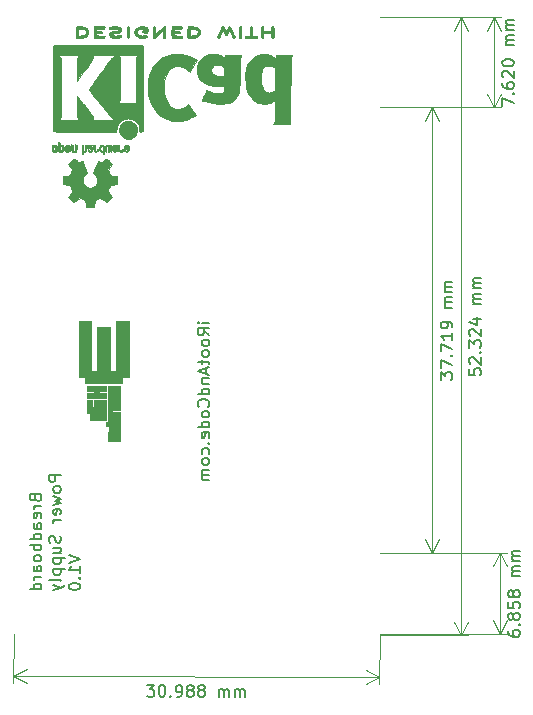
<source format=gbo>
G04 #@! TF.GenerationSoftware,KiCad,Pcbnew,(5.1.2)-1*
G04 #@! TF.CreationDate,2019-05-11T09:03:38-04:00*
G04 #@! TF.ProjectId,PowerSupply,506f7765-7253-4757-9070-6c792e6b6963,1*
G04 #@! TF.SameCoordinates,Original*
G04 #@! TF.FileFunction,Legend,Bot*
G04 #@! TF.FilePolarity,Positive*
%FSLAX46Y46*%
G04 Gerber Fmt 4.6, Leading zero omitted, Abs format (unit mm)*
G04 Created by KiCad (PCBNEW (5.1.2)-1) date 2019-05-11 09:03:38*
%MOMM*%
%LPD*%
G04 APERTURE LIST*
%ADD10C,0.150000*%
%ADD11C,0.120000*%
%ADD12C,0.010000*%
G04 APERTURE END LIST*
D10*
X143851380Y-128158476D02*
X143851380Y-128348952D01*
X143899000Y-128444190D01*
X143946619Y-128491809D01*
X144089476Y-128587047D01*
X144279952Y-128634666D01*
X144660904Y-128634666D01*
X144756142Y-128587047D01*
X144803761Y-128539428D01*
X144851380Y-128444190D01*
X144851380Y-128253714D01*
X144803761Y-128158476D01*
X144756142Y-128110857D01*
X144660904Y-128063238D01*
X144422809Y-128063238D01*
X144327571Y-128110857D01*
X144279952Y-128158476D01*
X144232333Y-128253714D01*
X144232333Y-128444190D01*
X144279952Y-128539428D01*
X144327571Y-128587047D01*
X144422809Y-128634666D01*
X144756142Y-127634666D02*
X144803761Y-127587047D01*
X144851380Y-127634666D01*
X144803761Y-127682285D01*
X144756142Y-127634666D01*
X144851380Y-127634666D01*
X144279952Y-127015619D02*
X144232333Y-127110857D01*
X144184714Y-127158476D01*
X144089476Y-127206095D01*
X144041857Y-127206095D01*
X143946619Y-127158476D01*
X143899000Y-127110857D01*
X143851380Y-127015619D01*
X143851380Y-126825142D01*
X143899000Y-126729904D01*
X143946619Y-126682285D01*
X144041857Y-126634666D01*
X144089476Y-126634666D01*
X144184714Y-126682285D01*
X144232333Y-126729904D01*
X144279952Y-126825142D01*
X144279952Y-127015619D01*
X144327571Y-127110857D01*
X144375190Y-127158476D01*
X144470428Y-127206095D01*
X144660904Y-127206095D01*
X144756142Y-127158476D01*
X144803761Y-127110857D01*
X144851380Y-127015619D01*
X144851380Y-126825142D01*
X144803761Y-126729904D01*
X144756142Y-126682285D01*
X144660904Y-126634666D01*
X144470428Y-126634666D01*
X144375190Y-126682285D01*
X144327571Y-126729904D01*
X144279952Y-126825142D01*
X143851380Y-125729904D02*
X143851380Y-126206095D01*
X144327571Y-126253714D01*
X144279952Y-126206095D01*
X144232333Y-126110857D01*
X144232333Y-125872761D01*
X144279952Y-125777523D01*
X144327571Y-125729904D01*
X144422809Y-125682285D01*
X144660904Y-125682285D01*
X144756142Y-125729904D01*
X144803761Y-125777523D01*
X144851380Y-125872761D01*
X144851380Y-126110857D01*
X144803761Y-126206095D01*
X144756142Y-126253714D01*
X144279952Y-125110857D02*
X144232333Y-125206095D01*
X144184714Y-125253714D01*
X144089476Y-125301333D01*
X144041857Y-125301333D01*
X143946619Y-125253714D01*
X143899000Y-125206095D01*
X143851380Y-125110857D01*
X143851380Y-124920380D01*
X143899000Y-124825142D01*
X143946619Y-124777523D01*
X144041857Y-124729904D01*
X144089476Y-124729904D01*
X144184714Y-124777523D01*
X144232333Y-124825142D01*
X144279952Y-124920380D01*
X144279952Y-125110857D01*
X144327571Y-125206095D01*
X144375190Y-125253714D01*
X144470428Y-125301333D01*
X144660904Y-125301333D01*
X144756142Y-125253714D01*
X144803761Y-125206095D01*
X144851380Y-125110857D01*
X144851380Y-124920380D01*
X144803761Y-124825142D01*
X144756142Y-124777523D01*
X144660904Y-124729904D01*
X144470428Y-124729904D01*
X144375190Y-124777523D01*
X144327571Y-124825142D01*
X144279952Y-124920380D01*
X144851380Y-123539428D02*
X144184714Y-123539428D01*
X144279952Y-123539428D02*
X144232333Y-123491809D01*
X144184714Y-123396571D01*
X144184714Y-123253714D01*
X144232333Y-123158476D01*
X144327571Y-123110857D01*
X144851380Y-123110857D01*
X144327571Y-123110857D02*
X144232333Y-123063238D01*
X144184714Y-122968000D01*
X144184714Y-122825142D01*
X144232333Y-122729904D01*
X144327571Y-122682285D01*
X144851380Y-122682285D01*
X144851380Y-122206095D02*
X144184714Y-122206095D01*
X144279952Y-122206095D02*
X144232333Y-122158476D01*
X144184714Y-122063238D01*
X144184714Y-121920380D01*
X144232333Y-121825142D01*
X144327571Y-121777523D01*
X144851380Y-121777523D01*
X144327571Y-121777523D02*
X144232333Y-121729904D01*
X144184714Y-121634666D01*
X144184714Y-121491809D01*
X144232333Y-121396571D01*
X144327571Y-121348952D01*
X144851380Y-121348952D01*
D11*
X143129000Y-128397000D02*
X143129000Y-121539000D01*
X132969000Y-128397000D02*
X143715421Y-128397000D01*
X132969000Y-121539000D02*
X143715421Y-121539000D01*
X143129000Y-121539000D02*
X143715421Y-122665504D01*
X143129000Y-121539000D02*
X142542579Y-122665504D01*
X143129000Y-128397000D02*
X143715421Y-127270496D01*
X143129000Y-128397000D02*
X142542579Y-127270496D01*
D10*
X143343380Y-83724285D02*
X143343380Y-83057619D01*
X144343380Y-83486190D01*
X144248142Y-82676666D02*
X144295761Y-82629047D01*
X144343380Y-82676666D01*
X144295761Y-82724285D01*
X144248142Y-82676666D01*
X144343380Y-82676666D01*
X143343380Y-81771904D02*
X143343380Y-81962380D01*
X143391000Y-82057619D01*
X143438619Y-82105238D01*
X143581476Y-82200476D01*
X143771952Y-82248095D01*
X144152904Y-82248095D01*
X144248142Y-82200476D01*
X144295761Y-82152857D01*
X144343380Y-82057619D01*
X144343380Y-81867142D01*
X144295761Y-81771904D01*
X144248142Y-81724285D01*
X144152904Y-81676666D01*
X143914809Y-81676666D01*
X143819571Y-81724285D01*
X143771952Y-81771904D01*
X143724333Y-81867142D01*
X143724333Y-82057619D01*
X143771952Y-82152857D01*
X143819571Y-82200476D01*
X143914809Y-82248095D01*
X143438619Y-81295714D02*
X143391000Y-81248095D01*
X143343380Y-81152857D01*
X143343380Y-80914761D01*
X143391000Y-80819523D01*
X143438619Y-80771904D01*
X143533857Y-80724285D01*
X143629095Y-80724285D01*
X143771952Y-80771904D01*
X144343380Y-81343333D01*
X144343380Y-80724285D01*
X143343380Y-80105238D02*
X143343380Y-80010000D01*
X143391000Y-79914761D01*
X143438619Y-79867142D01*
X143533857Y-79819523D01*
X143724333Y-79771904D01*
X143962428Y-79771904D01*
X144152904Y-79819523D01*
X144248142Y-79867142D01*
X144295761Y-79914761D01*
X144343380Y-80010000D01*
X144343380Y-80105238D01*
X144295761Y-80200476D01*
X144248142Y-80248095D01*
X144152904Y-80295714D01*
X143962428Y-80343333D01*
X143724333Y-80343333D01*
X143533857Y-80295714D01*
X143438619Y-80248095D01*
X143391000Y-80200476D01*
X143343380Y-80105238D01*
X144343380Y-78581428D02*
X143676714Y-78581428D01*
X143771952Y-78581428D02*
X143724333Y-78533809D01*
X143676714Y-78438571D01*
X143676714Y-78295714D01*
X143724333Y-78200476D01*
X143819571Y-78152857D01*
X144343380Y-78152857D01*
X143819571Y-78152857D02*
X143724333Y-78105238D01*
X143676714Y-78010000D01*
X143676714Y-77867142D01*
X143724333Y-77771904D01*
X143819571Y-77724285D01*
X144343380Y-77724285D01*
X144343380Y-77248095D02*
X143676714Y-77248095D01*
X143771952Y-77248095D02*
X143724333Y-77200476D01*
X143676714Y-77105238D01*
X143676714Y-76962380D01*
X143724333Y-76867142D01*
X143819571Y-76819523D01*
X144343380Y-76819523D01*
X143819571Y-76819523D02*
X143724333Y-76771904D01*
X143676714Y-76676666D01*
X143676714Y-76533809D01*
X143724333Y-76438571D01*
X143819571Y-76390952D01*
X144343380Y-76390952D01*
D11*
X142621000Y-83820000D02*
X142621000Y-76200000D01*
X132969000Y-83820000D02*
X143207421Y-83820000D01*
X132969000Y-76200000D02*
X143207421Y-76200000D01*
X142621000Y-76200000D02*
X143207421Y-77326504D01*
X142621000Y-76200000D02*
X142034579Y-77326504D01*
X142621000Y-83820000D02*
X143207421Y-82693496D01*
X142621000Y-83820000D02*
X142034579Y-82693496D01*
D10*
X113267016Y-132723722D02*
X113886058Y-132726259D01*
X113551166Y-133105842D01*
X113694022Y-133106428D01*
X113789065Y-133154437D01*
X113836488Y-133202250D01*
X113883716Y-133297683D01*
X113882741Y-133535776D01*
X113834732Y-133630818D01*
X113786918Y-133678242D01*
X113691485Y-133725470D01*
X113405773Y-133724299D01*
X113310731Y-133676290D01*
X113263308Y-133628476D01*
X114505101Y-132728796D02*
X114600338Y-132729187D01*
X114695380Y-132777196D01*
X114742804Y-132825009D01*
X114790032Y-132920442D01*
X114836870Y-133111112D01*
X114835894Y-133349205D01*
X114787495Y-133539484D01*
X114739486Y-133634526D01*
X114691672Y-133681950D01*
X114596240Y-133729178D01*
X114501002Y-133728788D01*
X114405960Y-133680779D01*
X114358537Y-133632965D01*
X114311308Y-133537533D01*
X114264470Y-133346863D01*
X114265446Y-133108770D01*
X114313845Y-132918490D01*
X114361854Y-132823448D01*
X114409668Y-132776025D01*
X114505101Y-132728796D01*
X115263291Y-133636673D02*
X115310715Y-133684487D01*
X115262901Y-133731910D01*
X115215477Y-133684097D01*
X115263291Y-133636673D01*
X115262901Y-133731910D01*
X115786706Y-133734057D02*
X115977180Y-133734838D01*
X116072613Y-133687609D01*
X116120427Y-133640186D01*
X116216249Y-133497720D01*
X116264649Y-133307441D01*
X116266210Y-132926492D01*
X116218982Y-132831059D01*
X116171558Y-132783245D01*
X116076516Y-132735236D01*
X115886041Y-132734456D01*
X115790609Y-132781684D01*
X115742795Y-132829108D01*
X115694786Y-132924150D01*
X115693810Y-133162243D01*
X115741039Y-133257675D01*
X115788462Y-133305489D01*
X115883504Y-133353498D01*
X116073979Y-133354279D01*
X116169411Y-133307051D01*
X116217225Y-133259627D01*
X116265234Y-133164585D01*
X116836658Y-133166927D02*
X116741616Y-133118918D01*
X116694192Y-133071104D01*
X116646964Y-132975672D01*
X116647159Y-132928053D01*
X116695168Y-132833011D01*
X116742982Y-132785587D01*
X116838414Y-132738359D01*
X117028889Y-132739140D01*
X117123931Y-132787149D01*
X117171355Y-132834962D01*
X117218583Y-132930395D01*
X117218388Y-132978013D01*
X117170379Y-133073056D01*
X117122565Y-133120479D01*
X117027133Y-133167707D01*
X116836658Y-133166927D01*
X116741226Y-133214155D01*
X116693412Y-133261579D01*
X116645403Y-133356621D01*
X116644622Y-133547095D01*
X116691850Y-133642528D01*
X116739274Y-133690342D01*
X116834316Y-133738351D01*
X117024791Y-133739131D01*
X117120223Y-133691903D01*
X117168037Y-133644479D01*
X117216046Y-133549437D01*
X117216827Y-133358963D01*
X117169598Y-133263530D01*
X117122175Y-133215716D01*
X117027133Y-133167707D01*
X117789031Y-133170830D02*
X117693989Y-133122821D01*
X117646565Y-133075007D01*
X117599337Y-132979575D01*
X117599532Y-132931956D01*
X117647541Y-132836914D01*
X117695355Y-132789490D01*
X117790787Y-132742262D01*
X117981262Y-132743043D01*
X118076304Y-132791052D01*
X118123728Y-132838866D01*
X118170956Y-132934298D01*
X118170761Y-132981917D01*
X118122752Y-133076959D01*
X118074938Y-133124382D01*
X117979506Y-133171611D01*
X117789031Y-133170830D01*
X117693598Y-133218058D01*
X117645785Y-133265482D01*
X117597776Y-133360524D01*
X117596995Y-133550999D01*
X117644223Y-133646431D01*
X117691647Y-133694245D01*
X117786689Y-133742254D01*
X117977164Y-133743034D01*
X118072596Y-133695806D01*
X118120410Y-133648383D01*
X118168419Y-133553340D01*
X118169199Y-133362866D01*
X118121971Y-133267433D01*
X118074548Y-133219620D01*
X117979506Y-133171611D01*
X119358104Y-133748694D02*
X119360837Y-133082033D01*
X119360446Y-133177270D02*
X119408260Y-133129847D01*
X119503693Y-133082618D01*
X119646549Y-133083204D01*
X119741591Y-133131213D01*
X119788819Y-133226645D01*
X119786672Y-133750450D01*
X119788819Y-133226645D02*
X119836828Y-133131603D01*
X119932260Y-133084375D01*
X120075116Y-133084960D01*
X120170158Y-133132969D01*
X120217387Y-133228402D01*
X120215240Y-133752207D01*
X120691427Y-133754158D02*
X120694159Y-133087497D01*
X120693768Y-133182735D02*
X120741582Y-133135311D01*
X120837015Y-133088083D01*
X120979871Y-133088668D01*
X121074913Y-133136677D01*
X121122141Y-133232110D01*
X121119994Y-133755915D01*
X121122141Y-133232110D02*
X121170150Y-133137068D01*
X121265583Y-133089839D01*
X121408438Y-133090425D01*
X121503481Y-133138434D01*
X121550709Y-133233866D01*
X121548562Y-133757671D01*
D11*
X101966418Y-131955022D02*
X132954418Y-132082022D01*
X101981000Y-128397000D02*
X101964015Y-132541438D01*
X132969000Y-128524000D02*
X132952015Y-132668438D01*
X132954418Y-132082022D02*
X131825520Y-132663821D01*
X132954418Y-132082022D02*
X131830327Y-131490989D01*
X101966418Y-131955022D02*
X103090509Y-132546055D01*
X101966418Y-131955022D02*
X103095316Y-131373223D01*
D10*
X138136380Y-106869976D02*
X138136380Y-106250928D01*
X138517333Y-106584261D01*
X138517333Y-106441404D01*
X138564952Y-106346166D01*
X138612571Y-106298547D01*
X138707809Y-106250928D01*
X138945904Y-106250928D01*
X139041142Y-106298547D01*
X139088761Y-106346166D01*
X139136380Y-106441404D01*
X139136380Y-106727119D01*
X139088761Y-106822357D01*
X139041142Y-106869976D01*
X138136380Y-105917595D02*
X138136380Y-105250928D01*
X139136380Y-105679500D01*
X139041142Y-104869976D02*
X139088761Y-104822357D01*
X139136380Y-104869976D01*
X139088761Y-104917595D01*
X139041142Y-104869976D01*
X139136380Y-104869976D01*
X138136380Y-104489023D02*
X138136380Y-103822357D01*
X139136380Y-104250928D01*
X139136380Y-102917595D02*
X139136380Y-103489023D01*
X139136380Y-103203309D02*
X138136380Y-103203309D01*
X138279238Y-103298547D01*
X138374476Y-103393785D01*
X138422095Y-103489023D01*
X139136380Y-102441404D02*
X139136380Y-102250928D01*
X139088761Y-102155690D01*
X139041142Y-102108071D01*
X138898285Y-102012833D01*
X138707809Y-101965214D01*
X138326857Y-101965214D01*
X138231619Y-102012833D01*
X138184000Y-102060452D01*
X138136380Y-102155690D01*
X138136380Y-102346166D01*
X138184000Y-102441404D01*
X138231619Y-102489023D01*
X138326857Y-102536642D01*
X138564952Y-102536642D01*
X138660190Y-102489023D01*
X138707809Y-102441404D01*
X138755428Y-102346166D01*
X138755428Y-102155690D01*
X138707809Y-102060452D01*
X138660190Y-102012833D01*
X138564952Y-101965214D01*
X139136380Y-100774738D02*
X138469714Y-100774738D01*
X138564952Y-100774738D02*
X138517333Y-100727119D01*
X138469714Y-100631880D01*
X138469714Y-100489023D01*
X138517333Y-100393785D01*
X138612571Y-100346166D01*
X139136380Y-100346166D01*
X138612571Y-100346166D02*
X138517333Y-100298547D01*
X138469714Y-100203309D01*
X138469714Y-100060452D01*
X138517333Y-99965214D01*
X138612571Y-99917595D01*
X139136380Y-99917595D01*
X139136380Y-99441404D02*
X138469714Y-99441404D01*
X138564952Y-99441404D02*
X138517333Y-99393785D01*
X138469714Y-99298547D01*
X138469714Y-99155690D01*
X138517333Y-99060452D01*
X138612571Y-99012833D01*
X139136380Y-99012833D01*
X138612571Y-99012833D02*
X138517333Y-98965214D01*
X138469714Y-98869976D01*
X138469714Y-98727119D01*
X138517333Y-98631880D01*
X138612571Y-98584261D01*
X139136380Y-98584261D01*
D11*
X137414000Y-121539000D02*
X137414000Y-83820000D01*
X132969000Y-121539000D02*
X138000421Y-121539000D01*
X132969000Y-83820000D02*
X138000421Y-83820000D01*
X137414000Y-83820000D02*
X138000421Y-84946504D01*
X137414000Y-83820000D02*
X136827579Y-84946504D01*
X137414000Y-121539000D02*
X138000421Y-120412496D01*
X137414000Y-121539000D02*
X136827579Y-120412496D01*
D10*
X140549380Y-105981047D02*
X140549380Y-106457238D01*
X141025571Y-106504857D01*
X140977952Y-106457238D01*
X140930333Y-106362000D01*
X140930333Y-106123904D01*
X140977952Y-106028666D01*
X141025571Y-105981047D01*
X141120809Y-105933428D01*
X141358904Y-105933428D01*
X141454142Y-105981047D01*
X141501761Y-106028666D01*
X141549380Y-106123904D01*
X141549380Y-106362000D01*
X141501761Y-106457238D01*
X141454142Y-106504857D01*
X140644619Y-105552476D02*
X140597000Y-105504857D01*
X140549380Y-105409619D01*
X140549380Y-105171523D01*
X140597000Y-105076285D01*
X140644619Y-105028666D01*
X140739857Y-104981047D01*
X140835095Y-104981047D01*
X140977952Y-105028666D01*
X141549380Y-105600095D01*
X141549380Y-104981047D01*
X141454142Y-104552476D02*
X141501761Y-104504857D01*
X141549380Y-104552476D01*
X141501761Y-104600095D01*
X141454142Y-104552476D01*
X141549380Y-104552476D01*
X140549380Y-104171523D02*
X140549380Y-103552476D01*
X140930333Y-103885809D01*
X140930333Y-103742952D01*
X140977952Y-103647714D01*
X141025571Y-103600095D01*
X141120809Y-103552476D01*
X141358904Y-103552476D01*
X141454142Y-103600095D01*
X141501761Y-103647714D01*
X141549380Y-103742952D01*
X141549380Y-104028666D01*
X141501761Y-104123904D01*
X141454142Y-104171523D01*
X140644619Y-103171523D02*
X140597000Y-103123904D01*
X140549380Y-103028666D01*
X140549380Y-102790571D01*
X140597000Y-102695333D01*
X140644619Y-102647714D01*
X140739857Y-102600095D01*
X140835095Y-102600095D01*
X140977952Y-102647714D01*
X141549380Y-103219142D01*
X141549380Y-102600095D01*
X140882714Y-101742952D02*
X141549380Y-101742952D01*
X140501761Y-101981047D02*
X141216047Y-102219142D01*
X141216047Y-101600095D01*
X141549380Y-100457238D02*
X140882714Y-100457238D01*
X140977952Y-100457238D02*
X140930333Y-100409619D01*
X140882714Y-100314380D01*
X140882714Y-100171523D01*
X140930333Y-100076285D01*
X141025571Y-100028666D01*
X141549380Y-100028666D01*
X141025571Y-100028666D02*
X140930333Y-99981047D01*
X140882714Y-99885809D01*
X140882714Y-99742952D01*
X140930333Y-99647714D01*
X141025571Y-99600095D01*
X141549380Y-99600095D01*
X141549380Y-99123904D02*
X140882714Y-99123904D01*
X140977952Y-99123904D02*
X140930333Y-99076285D01*
X140882714Y-98981047D01*
X140882714Y-98838190D01*
X140930333Y-98742952D01*
X141025571Y-98695333D01*
X141549380Y-98695333D01*
X141025571Y-98695333D02*
X140930333Y-98647714D01*
X140882714Y-98552476D01*
X140882714Y-98409619D01*
X140930333Y-98314380D01*
X141025571Y-98266761D01*
X141549380Y-98266761D01*
D11*
X139827000Y-128524000D02*
X139827000Y-76200000D01*
X132969000Y-128524000D02*
X140413421Y-128524000D01*
X132969000Y-76200000D02*
X140413421Y-76200000D01*
X139827000Y-76200000D02*
X140413421Y-77326504D01*
X139827000Y-76200000D02*
X139240579Y-77326504D01*
X139827000Y-128524000D02*
X140413421Y-127397496D01*
X139827000Y-128524000D02*
X139240579Y-127397496D01*
D10*
X118562380Y-102069142D02*
X117895714Y-102069142D01*
X117562380Y-102069142D02*
X117610000Y-102021523D01*
X117657619Y-102069142D01*
X117610000Y-102116761D01*
X117562380Y-102069142D01*
X117657619Y-102069142D01*
X118562380Y-103116761D02*
X118086190Y-102783428D01*
X118562380Y-102545333D02*
X117562380Y-102545333D01*
X117562380Y-102926285D01*
X117610000Y-103021523D01*
X117657619Y-103069142D01*
X117752857Y-103116761D01*
X117895714Y-103116761D01*
X117990952Y-103069142D01*
X118038571Y-103021523D01*
X118086190Y-102926285D01*
X118086190Y-102545333D01*
X118562380Y-103688190D02*
X118514761Y-103592952D01*
X118467142Y-103545333D01*
X118371904Y-103497714D01*
X118086190Y-103497714D01*
X117990952Y-103545333D01*
X117943333Y-103592952D01*
X117895714Y-103688190D01*
X117895714Y-103831047D01*
X117943333Y-103926285D01*
X117990952Y-103973904D01*
X118086190Y-104021523D01*
X118371904Y-104021523D01*
X118467142Y-103973904D01*
X118514761Y-103926285D01*
X118562380Y-103831047D01*
X118562380Y-103688190D01*
X118562380Y-104592952D02*
X118514761Y-104497714D01*
X118467142Y-104450095D01*
X118371904Y-104402476D01*
X118086190Y-104402476D01*
X117990952Y-104450095D01*
X117943333Y-104497714D01*
X117895714Y-104592952D01*
X117895714Y-104735809D01*
X117943333Y-104831047D01*
X117990952Y-104878666D01*
X118086190Y-104926285D01*
X118371904Y-104926285D01*
X118467142Y-104878666D01*
X118514761Y-104831047D01*
X118562380Y-104735809D01*
X118562380Y-104592952D01*
X117895714Y-105212000D02*
X117895714Y-105592952D01*
X117562380Y-105354857D02*
X118419523Y-105354857D01*
X118514761Y-105402476D01*
X118562380Y-105497714D01*
X118562380Y-105592952D01*
X118276666Y-105878666D02*
X118276666Y-106354857D01*
X118562380Y-105783428D02*
X117562380Y-106116761D01*
X118562380Y-106450095D01*
X117895714Y-106783428D02*
X118562380Y-106783428D01*
X117990952Y-106783428D02*
X117943333Y-106831047D01*
X117895714Y-106926285D01*
X117895714Y-107069142D01*
X117943333Y-107164380D01*
X118038571Y-107212000D01*
X118562380Y-107212000D01*
X118562380Y-108116761D02*
X117562380Y-108116761D01*
X118514761Y-108116761D02*
X118562380Y-108021523D01*
X118562380Y-107831047D01*
X118514761Y-107735809D01*
X118467142Y-107688190D01*
X118371904Y-107640571D01*
X118086190Y-107640571D01*
X117990952Y-107688190D01*
X117943333Y-107735809D01*
X117895714Y-107831047D01*
X117895714Y-108021523D01*
X117943333Y-108116761D01*
X118467142Y-109164380D02*
X118514761Y-109116761D01*
X118562380Y-108973904D01*
X118562380Y-108878666D01*
X118514761Y-108735809D01*
X118419523Y-108640571D01*
X118324285Y-108592952D01*
X118133809Y-108545333D01*
X117990952Y-108545333D01*
X117800476Y-108592952D01*
X117705238Y-108640571D01*
X117610000Y-108735809D01*
X117562380Y-108878666D01*
X117562380Y-108973904D01*
X117610000Y-109116761D01*
X117657619Y-109164380D01*
X118562380Y-109735809D02*
X118514761Y-109640571D01*
X118467142Y-109592952D01*
X118371904Y-109545333D01*
X118086190Y-109545333D01*
X117990952Y-109592952D01*
X117943333Y-109640571D01*
X117895714Y-109735809D01*
X117895714Y-109878666D01*
X117943333Y-109973904D01*
X117990952Y-110021523D01*
X118086190Y-110069142D01*
X118371904Y-110069142D01*
X118467142Y-110021523D01*
X118514761Y-109973904D01*
X118562380Y-109878666D01*
X118562380Y-109735809D01*
X118562380Y-110926285D02*
X117562380Y-110926285D01*
X118514761Y-110926285D02*
X118562380Y-110831047D01*
X118562380Y-110640571D01*
X118514761Y-110545333D01*
X118467142Y-110497714D01*
X118371904Y-110450095D01*
X118086190Y-110450095D01*
X117990952Y-110497714D01*
X117943333Y-110545333D01*
X117895714Y-110640571D01*
X117895714Y-110831047D01*
X117943333Y-110926285D01*
X118514761Y-111783428D02*
X118562380Y-111688190D01*
X118562380Y-111497714D01*
X118514761Y-111402476D01*
X118419523Y-111354857D01*
X118038571Y-111354857D01*
X117943333Y-111402476D01*
X117895714Y-111497714D01*
X117895714Y-111688190D01*
X117943333Y-111783428D01*
X118038571Y-111831047D01*
X118133809Y-111831047D01*
X118229047Y-111354857D01*
X118467142Y-112259619D02*
X118514761Y-112307238D01*
X118562380Y-112259619D01*
X118514761Y-112212000D01*
X118467142Y-112259619D01*
X118562380Y-112259619D01*
X118514761Y-113164380D02*
X118562380Y-113069142D01*
X118562380Y-112878666D01*
X118514761Y-112783428D01*
X118467142Y-112735809D01*
X118371904Y-112688190D01*
X118086190Y-112688190D01*
X117990952Y-112735809D01*
X117943333Y-112783428D01*
X117895714Y-112878666D01*
X117895714Y-113069142D01*
X117943333Y-113164380D01*
X118562380Y-113735809D02*
X118514761Y-113640571D01*
X118467142Y-113592952D01*
X118371904Y-113545333D01*
X118086190Y-113545333D01*
X117990952Y-113592952D01*
X117943333Y-113640571D01*
X117895714Y-113735809D01*
X117895714Y-113878666D01*
X117943333Y-113973904D01*
X117990952Y-114021523D01*
X118086190Y-114069142D01*
X118371904Y-114069142D01*
X118467142Y-114021523D01*
X118514761Y-113973904D01*
X118562380Y-113878666D01*
X118562380Y-113735809D01*
X118562380Y-114497714D02*
X117895714Y-114497714D01*
X117990952Y-114497714D02*
X117943333Y-114545333D01*
X117895714Y-114640571D01*
X117895714Y-114783428D01*
X117943333Y-114878666D01*
X118038571Y-114926285D01*
X118562380Y-114926285D01*
X118038571Y-114926285D02*
X117943333Y-114973904D01*
X117895714Y-115069142D01*
X117895714Y-115212000D01*
X117943333Y-115307238D01*
X118038571Y-115354857D01*
X118562380Y-115354857D01*
X103815571Y-116918119D02*
X103863190Y-117060976D01*
X103910809Y-117108595D01*
X104006047Y-117156214D01*
X104148904Y-117156214D01*
X104244142Y-117108595D01*
X104291761Y-117060976D01*
X104339380Y-116965738D01*
X104339380Y-116584785D01*
X103339380Y-116584785D01*
X103339380Y-116918119D01*
X103387000Y-117013357D01*
X103434619Y-117060976D01*
X103529857Y-117108595D01*
X103625095Y-117108595D01*
X103720333Y-117060976D01*
X103767952Y-117013357D01*
X103815571Y-116918119D01*
X103815571Y-116584785D01*
X104339380Y-117584785D02*
X103672714Y-117584785D01*
X103863190Y-117584785D02*
X103767952Y-117632404D01*
X103720333Y-117680023D01*
X103672714Y-117775261D01*
X103672714Y-117870500D01*
X104291761Y-118584785D02*
X104339380Y-118489547D01*
X104339380Y-118299071D01*
X104291761Y-118203833D01*
X104196523Y-118156214D01*
X103815571Y-118156214D01*
X103720333Y-118203833D01*
X103672714Y-118299071D01*
X103672714Y-118489547D01*
X103720333Y-118584785D01*
X103815571Y-118632404D01*
X103910809Y-118632404D01*
X104006047Y-118156214D01*
X104339380Y-119489547D02*
X103815571Y-119489547D01*
X103720333Y-119441928D01*
X103672714Y-119346690D01*
X103672714Y-119156214D01*
X103720333Y-119060976D01*
X104291761Y-119489547D02*
X104339380Y-119394309D01*
X104339380Y-119156214D01*
X104291761Y-119060976D01*
X104196523Y-119013357D01*
X104101285Y-119013357D01*
X104006047Y-119060976D01*
X103958428Y-119156214D01*
X103958428Y-119394309D01*
X103910809Y-119489547D01*
X104339380Y-120394309D02*
X103339380Y-120394309D01*
X104291761Y-120394309D02*
X104339380Y-120299071D01*
X104339380Y-120108595D01*
X104291761Y-120013357D01*
X104244142Y-119965738D01*
X104148904Y-119918119D01*
X103863190Y-119918119D01*
X103767952Y-119965738D01*
X103720333Y-120013357D01*
X103672714Y-120108595D01*
X103672714Y-120299071D01*
X103720333Y-120394309D01*
X104339380Y-120870500D02*
X103339380Y-120870500D01*
X103720333Y-120870500D02*
X103672714Y-120965738D01*
X103672714Y-121156214D01*
X103720333Y-121251452D01*
X103767952Y-121299071D01*
X103863190Y-121346690D01*
X104148904Y-121346690D01*
X104244142Y-121299071D01*
X104291761Y-121251452D01*
X104339380Y-121156214D01*
X104339380Y-120965738D01*
X104291761Y-120870500D01*
X104339380Y-121918119D02*
X104291761Y-121822880D01*
X104244142Y-121775261D01*
X104148904Y-121727642D01*
X103863190Y-121727642D01*
X103767952Y-121775261D01*
X103720333Y-121822880D01*
X103672714Y-121918119D01*
X103672714Y-122060976D01*
X103720333Y-122156214D01*
X103767952Y-122203833D01*
X103863190Y-122251452D01*
X104148904Y-122251452D01*
X104244142Y-122203833D01*
X104291761Y-122156214D01*
X104339380Y-122060976D01*
X104339380Y-121918119D01*
X104339380Y-123108595D02*
X103815571Y-123108595D01*
X103720333Y-123060976D01*
X103672714Y-122965738D01*
X103672714Y-122775261D01*
X103720333Y-122680023D01*
X104291761Y-123108595D02*
X104339380Y-123013357D01*
X104339380Y-122775261D01*
X104291761Y-122680023D01*
X104196523Y-122632404D01*
X104101285Y-122632404D01*
X104006047Y-122680023D01*
X103958428Y-122775261D01*
X103958428Y-123013357D01*
X103910809Y-123108595D01*
X104339380Y-123584785D02*
X103672714Y-123584785D01*
X103863190Y-123584785D02*
X103767952Y-123632404D01*
X103720333Y-123680023D01*
X103672714Y-123775261D01*
X103672714Y-123870500D01*
X104339380Y-124632404D02*
X103339380Y-124632404D01*
X104291761Y-124632404D02*
X104339380Y-124537166D01*
X104339380Y-124346690D01*
X104291761Y-124251452D01*
X104244142Y-124203833D01*
X104148904Y-124156214D01*
X103863190Y-124156214D01*
X103767952Y-124203833D01*
X103720333Y-124251452D01*
X103672714Y-124346690D01*
X103672714Y-124537166D01*
X103720333Y-124632404D01*
X105989380Y-114965738D02*
X104989380Y-114965738D01*
X104989380Y-115346690D01*
X105037000Y-115441928D01*
X105084619Y-115489547D01*
X105179857Y-115537166D01*
X105322714Y-115537166D01*
X105417952Y-115489547D01*
X105465571Y-115441928D01*
X105513190Y-115346690D01*
X105513190Y-114965738D01*
X105989380Y-116108595D02*
X105941761Y-116013357D01*
X105894142Y-115965738D01*
X105798904Y-115918119D01*
X105513190Y-115918119D01*
X105417952Y-115965738D01*
X105370333Y-116013357D01*
X105322714Y-116108595D01*
X105322714Y-116251452D01*
X105370333Y-116346690D01*
X105417952Y-116394309D01*
X105513190Y-116441928D01*
X105798904Y-116441928D01*
X105894142Y-116394309D01*
X105941761Y-116346690D01*
X105989380Y-116251452D01*
X105989380Y-116108595D01*
X105322714Y-116775261D02*
X105989380Y-116965738D01*
X105513190Y-117156214D01*
X105989380Y-117346690D01*
X105322714Y-117537166D01*
X105941761Y-118299071D02*
X105989380Y-118203833D01*
X105989380Y-118013357D01*
X105941761Y-117918119D01*
X105846523Y-117870500D01*
X105465571Y-117870500D01*
X105370333Y-117918119D01*
X105322714Y-118013357D01*
X105322714Y-118203833D01*
X105370333Y-118299071D01*
X105465571Y-118346690D01*
X105560809Y-118346690D01*
X105656047Y-117870500D01*
X105989380Y-118775261D02*
X105322714Y-118775261D01*
X105513190Y-118775261D02*
X105417952Y-118822880D01*
X105370333Y-118870500D01*
X105322714Y-118965738D01*
X105322714Y-119060976D01*
X105941761Y-120108595D02*
X105989380Y-120251452D01*
X105989380Y-120489547D01*
X105941761Y-120584785D01*
X105894142Y-120632404D01*
X105798904Y-120680023D01*
X105703666Y-120680023D01*
X105608428Y-120632404D01*
X105560809Y-120584785D01*
X105513190Y-120489547D01*
X105465571Y-120299071D01*
X105417952Y-120203833D01*
X105370333Y-120156214D01*
X105275095Y-120108595D01*
X105179857Y-120108595D01*
X105084619Y-120156214D01*
X105037000Y-120203833D01*
X104989380Y-120299071D01*
X104989380Y-120537166D01*
X105037000Y-120680023D01*
X105322714Y-121537166D02*
X105989380Y-121537166D01*
X105322714Y-121108595D02*
X105846523Y-121108595D01*
X105941761Y-121156214D01*
X105989380Y-121251452D01*
X105989380Y-121394309D01*
X105941761Y-121489547D01*
X105894142Y-121537166D01*
X105322714Y-122013357D02*
X106322714Y-122013357D01*
X105370333Y-122013357D02*
X105322714Y-122108595D01*
X105322714Y-122299071D01*
X105370333Y-122394309D01*
X105417952Y-122441928D01*
X105513190Y-122489547D01*
X105798904Y-122489547D01*
X105894142Y-122441928D01*
X105941761Y-122394309D01*
X105989380Y-122299071D01*
X105989380Y-122108595D01*
X105941761Y-122013357D01*
X105322714Y-122918119D02*
X106322714Y-122918119D01*
X105370333Y-122918119D02*
X105322714Y-123013357D01*
X105322714Y-123203833D01*
X105370333Y-123299071D01*
X105417952Y-123346690D01*
X105513190Y-123394309D01*
X105798904Y-123394309D01*
X105894142Y-123346690D01*
X105941761Y-123299071D01*
X105989380Y-123203833D01*
X105989380Y-123013357D01*
X105941761Y-122918119D01*
X105989380Y-123965738D02*
X105941761Y-123870500D01*
X105846523Y-123822880D01*
X104989380Y-123822880D01*
X105322714Y-124251452D02*
X105989380Y-124489547D01*
X105322714Y-124727642D02*
X105989380Y-124489547D01*
X106227476Y-124394309D01*
X106275095Y-124346690D01*
X106322714Y-124251452D01*
X106639380Y-121727642D02*
X107639380Y-122060976D01*
X106639380Y-122394309D01*
X107639380Y-123251452D02*
X107639380Y-122680023D01*
X107639380Y-122965738D02*
X106639380Y-122965738D01*
X106782238Y-122870500D01*
X106877476Y-122775261D01*
X106925095Y-122680023D01*
X107544142Y-123680023D02*
X107591761Y-123727642D01*
X107639380Y-123680023D01*
X107591761Y-123632404D01*
X107544142Y-123680023D01*
X107639380Y-123680023D01*
X106639380Y-124346690D02*
X106639380Y-124441928D01*
X106687000Y-124537166D01*
X106734619Y-124584785D01*
X106829857Y-124632404D01*
X107020333Y-124680023D01*
X107258428Y-124680023D01*
X107448904Y-124632404D01*
X107544142Y-124584785D01*
X107591761Y-124537166D01*
X107639380Y-124441928D01*
X107639380Y-124346690D01*
X107591761Y-124251452D01*
X107544142Y-124203833D01*
X107448904Y-124156214D01*
X107258428Y-124108595D01*
X107020333Y-124108595D01*
X106829857Y-124156214D01*
X106734619Y-124203833D01*
X106687000Y-124251452D01*
X106639380Y-124346690D01*
D12*
G36*
X107468292Y-77943591D02*
G01*
X107520857Y-77943056D01*
X107674881Y-77939340D01*
X107803875Y-77928301D01*
X107912237Y-77908754D01*
X108004362Y-77879517D01*
X108084647Y-77839403D01*
X108157488Y-77787231D01*
X108183505Y-77764567D01*
X108226663Y-77711538D01*
X108265579Y-77639579D01*
X108295573Y-77559816D01*
X108311965Y-77483375D01*
X108313668Y-77455128D01*
X108302995Y-77376826D01*
X108274393Y-77291295D01*
X108232989Y-77210337D01*
X108183905Y-77145754D01*
X108175933Y-77137962D01*
X108108400Y-77083192D01*
X108034448Y-77040437D01*
X107949812Y-77008577D01*
X107850229Y-76986492D01*
X107731434Y-76973062D01*
X107589166Y-76967166D01*
X107524000Y-76966666D01*
X107441145Y-76967065D01*
X107382877Y-76968734D01*
X107343730Y-76972378D01*
X107318237Y-76978707D01*
X107300932Y-76988426D01*
X107291656Y-76996726D01*
X107282894Y-77006808D01*
X107276021Y-77019815D01*
X107270808Y-77039231D01*
X107267027Y-77068540D01*
X107264449Y-77111227D01*
X107262846Y-77170775D01*
X107261989Y-77250670D01*
X107261649Y-77354395D01*
X107261597Y-77455128D01*
X107261266Y-77589481D01*
X107261338Y-77696808D01*
X107262616Y-77748205D01*
X107456981Y-77748205D01*
X107456981Y-77162051D01*
X107580975Y-77162165D01*
X107655585Y-77164304D01*
X107733728Y-77169817D01*
X107798926Y-77177528D01*
X107800910Y-77177845D01*
X107906283Y-77203322D01*
X107988014Y-77243000D01*
X108050184Y-77299462D01*
X108089686Y-77360594D01*
X108114026Y-77428407D01*
X108112139Y-77492081D01*
X108083891Y-77560335D01*
X108028638Y-77630944D01*
X107952073Y-77683265D01*
X107852551Y-77718237D01*
X107786039Y-77730614D01*
X107710539Y-77739306D01*
X107630521Y-77745596D01*
X107562462Y-77748212D01*
X107558431Y-77748224D01*
X107456981Y-77748205D01*
X107262616Y-77748205D01*
X107263410Y-77780119D01*
X107269085Y-77842421D01*
X107279959Y-77886725D01*
X107297632Y-77916040D01*
X107323703Y-77933375D01*
X107359771Y-77941739D01*
X107407434Y-77944141D01*
X107468292Y-77943591D01*
X107468292Y-77943591D01*
G37*
X107468292Y-77943591D02*
X107520857Y-77943056D01*
X107674881Y-77939340D01*
X107803875Y-77928301D01*
X107912237Y-77908754D01*
X108004362Y-77879517D01*
X108084647Y-77839403D01*
X108157488Y-77787231D01*
X108183505Y-77764567D01*
X108226663Y-77711538D01*
X108265579Y-77639579D01*
X108295573Y-77559816D01*
X108311965Y-77483375D01*
X108313668Y-77455128D01*
X108302995Y-77376826D01*
X108274393Y-77291295D01*
X108232989Y-77210337D01*
X108183905Y-77145754D01*
X108175933Y-77137962D01*
X108108400Y-77083192D01*
X108034448Y-77040437D01*
X107949812Y-77008577D01*
X107850229Y-76986492D01*
X107731434Y-76973062D01*
X107589166Y-76967166D01*
X107524000Y-76966666D01*
X107441145Y-76967065D01*
X107382877Y-76968734D01*
X107343730Y-76972378D01*
X107318237Y-76978707D01*
X107300932Y-76988426D01*
X107291656Y-76996726D01*
X107282894Y-77006808D01*
X107276021Y-77019815D01*
X107270808Y-77039231D01*
X107267027Y-77068540D01*
X107264449Y-77111227D01*
X107262846Y-77170775D01*
X107261989Y-77250670D01*
X107261649Y-77354395D01*
X107261597Y-77455128D01*
X107261266Y-77589481D01*
X107261338Y-77696808D01*
X107262616Y-77748205D01*
X107456981Y-77748205D01*
X107456981Y-77162051D01*
X107580975Y-77162165D01*
X107655585Y-77164304D01*
X107733728Y-77169817D01*
X107798926Y-77177528D01*
X107800910Y-77177845D01*
X107906283Y-77203322D01*
X107988014Y-77243000D01*
X108050184Y-77299462D01*
X108089686Y-77360594D01*
X108114026Y-77428407D01*
X108112139Y-77492081D01*
X108083891Y-77560335D01*
X108028638Y-77630944D01*
X107952073Y-77683265D01*
X107852551Y-77718237D01*
X107786039Y-77730614D01*
X107710539Y-77739306D01*
X107630521Y-77745596D01*
X107562462Y-77748212D01*
X107558431Y-77748224D01*
X107456981Y-77748205D01*
X107262616Y-77748205D01*
X107263410Y-77780119D01*
X107269085Y-77842421D01*
X107279959Y-77886725D01*
X107297632Y-77916040D01*
X107323703Y-77933375D01*
X107359771Y-77941739D01*
X107407434Y-77944141D01*
X107468292Y-77943591D01*
G36*
X109343616Y-77943484D02*
G01*
X109436024Y-77942988D01*
X109505773Y-77941835D01*
X109556563Y-77939756D01*
X109592095Y-77936485D01*
X109616068Y-77931753D01*
X109632182Y-77925293D01*
X109644137Y-77916837D01*
X109648467Y-77912945D01*
X109674795Y-77871596D01*
X109679535Y-77824084D01*
X109662216Y-77781905D01*
X109654207Y-77773380D01*
X109641254Y-77765115D01*
X109620398Y-77758739D01*
X109587770Y-77753941D01*
X109539504Y-77750412D01*
X109471732Y-77747842D01*
X109380586Y-77745919D01*
X109297255Y-77744749D01*
X108967454Y-77740690D01*
X108958440Y-77567850D01*
X109182304Y-77567850D01*
X109279492Y-77567011D01*
X109350643Y-77563504D01*
X109399755Y-77555841D01*
X109430829Y-77542533D01*
X109447862Y-77522095D01*
X109454854Y-77493037D01*
X109455916Y-77466069D01*
X109452616Y-77432979D01*
X109440163Y-77408596D01*
X109414726Y-77391647D01*
X109372475Y-77380857D01*
X109309580Y-77374952D01*
X109222211Y-77372659D01*
X109174525Y-77372465D01*
X108959940Y-77372465D01*
X108959940Y-77162051D01*
X109290591Y-77162051D01*
X109398976Y-77161900D01*
X109481349Y-77161222D01*
X109541757Y-77159680D01*
X109584247Y-77156937D01*
X109612865Y-77152655D01*
X109631658Y-77146497D01*
X109644672Y-77138127D01*
X109651301Y-77131992D01*
X109674039Y-77096187D01*
X109681360Y-77064359D01*
X109670907Y-77025482D01*
X109651301Y-76996726D01*
X109640841Y-76987673D01*
X109627338Y-76980643D01*
X109607160Y-76975382D01*
X109576675Y-76971635D01*
X109532251Y-76969146D01*
X109470255Y-76967661D01*
X109387055Y-76966925D01*
X109279019Y-76966682D01*
X109222957Y-76966666D01*
X109102902Y-76966773D01*
X109009272Y-76967261D01*
X108938437Y-76968387D01*
X108886765Y-76970405D01*
X108850623Y-76973570D01*
X108826378Y-76978137D01*
X108810399Y-76984360D01*
X108799053Y-76992496D01*
X108794614Y-76996726D01*
X108785829Y-77006840D01*
X108778942Y-77019888D01*
X108773725Y-77039366D01*
X108769947Y-77068772D01*
X108767376Y-77111602D01*
X108765782Y-77171352D01*
X108764935Y-77251519D01*
X108764604Y-77355599D01*
X108764555Y-77452508D01*
X108764600Y-77576613D01*
X108764912Y-77674170D01*
X108765758Y-77748690D01*
X108767404Y-77803685D01*
X108770117Y-77842666D01*
X108774163Y-77869143D01*
X108779809Y-77886630D01*
X108787320Y-77898636D01*
X108796964Y-77908673D01*
X108799340Y-77910910D01*
X108810871Y-77920817D01*
X108824268Y-77928488D01*
X108843250Y-77934210D01*
X108871531Y-77938268D01*
X108912828Y-77940948D01*
X108970858Y-77942534D01*
X109049337Y-77943312D01*
X109151980Y-77943568D01*
X109224850Y-77943590D01*
X109343616Y-77943484D01*
X109343616Y-77943484D01*
G37*
X109343616Y-77943484D02*
X109436024Y-77942988D01*
X109505773Y-77941835D01*
X109556563Y-77939756D01*
X109592095Y-77936485D01*
X109616068Y-77931753D01*
X109632182Y-77925293D01*
X109644137Y-77916837D01*
X109648467Y-77912945D01*
X109674795Y-77871596D01*
X109679535Y-77824084D01*
X109662216Y-77781905D01*
X109654207Y-77773380D01*
X109641254Y-77765115D01*
X109620398Y-77758739D01*
X109587770Y-77753941D01*
X109539504Y-77750412D01*
X109471732Y-77747842D01*
X109380586Y-77745919D01*
X109297255Y-77744749D01*
X108967454Y-77740690D01*
X108958440Y-77567850D01*
X109182304Y-77567850D01*
X109279492Y-77567011D01*
X109350643Y-77563504D01*
X109399755Y-77555841D01*
X109430829Y-77542533D01*
X109447862Y-77522095D01*
X109454854Y-77493037D01*
X109455916Y-77466069D01*
X109452616Y-77432979D01*
X109440163Y-77408596D01*
X109414726Y-77391647D01*
X109372475Y-77380857D01*
X109309580Y-77374952D01*
X109222211Y-77372659D01*
X109174525Y-77372465D01*
X108959940Y-77372465D01*
X108959940Y-77162051D01*
X109290591Y-77162051D01*
X109398976Y-77161900D01*
X109481349Y-77161222D01*
X109541757Y-77159680D01*
X109584247Y-77156937D01*
X109612865Y-77152655D01*
X109631658Y-77146497D01*
X109644672Y-77138127D01*
X109651301Y-77131992D01*
X109674039Y-77096187D01*
X109681360Y-77064359D01*
X109670907Y-77025482D01*
X109651301Y-76996726D01*
X109640841Y-76987673D01*
X109627338Y-76980643D01*
X109607160Y-76975382D01*
X109576675Y-76971635D01*
X109532251Y-76969146D01*
X109470255Y-76967661D01*
X109387055Y-76966925D01*
X109279019Y-76966682D01*
X109222957Y-76966666D01*
X109102902Y-76966773D01*
X109009272Y-76967261D01*
X108938437Y-76968387D01*
X108886765Y-76970405D01*
X108850623Y-76973570D01*
X108826378Y-76978137D01*
X108810399Y-76984360D01*
X108799053Y-76992496D01*
X108794614Y-76996726D01*
X108785829Y-77006840D01*
X108778942Y-77019888D01*
X108773725Y-77039366D01*
X108769947Y-77068772D01*
X108767376Y-77111602D01*
X108765782Y-77171352D01*
X108764935Y-77251519D01*
X108764604Y-77355599D01*
X108764555Y-77452508D01*
X108764600Y-77576613D01*
X108764912Y-77674170D01*
X108765758Y-77748690D01*
X108767404Y-77803685D01*
X108770117Y-77842666D01*
X108774163Y-77869143D01*
X108779809Y-77886630D01*
X108787320Y-77898636D01*
X108796964Y-77908673D01*
X108799340Y-77910910D01*
X108810871Y-77920817D01*
X108824268Y-77928488D01*
X108843250Y-77934210D01*
X108871531Y-77938268D01*
X108912828Y-77940948D01*
X108970858Y-77942534D01*
X109049337Y-77943312D01*
X109151980Y-77943568D01*
X109224850Y-77943590D01*
X109343616Y-77943484D01*
G36*
X110703058Y-77941879D02*
G01*
X110802663Y-77934916D01*
X110895302Y-77924041D01*
X110975588Y-77909662D01*
X111038138Y-77892190D01*
X111077565Y-77872034D01*
X111083617Y-77866101D01*
X111104662Y-77820061D01*
X111098280Y-77772796D01*
X111065639Y-77732358D01*
X111064082Y-77731199D01*
X111044883Y-77718739D01*
X111024841Y-77712187D01*
X110996886Y-77711392D01*
X110953947Y-77716200D01*
X110888955Y-77726461D01*
X110883727Y-77727325D01*
X110786885Y-77739222D01*
X110682402Y-77745091D01*
X110577611Y-77745148D01*
X110479844Y-77739609D01*
X110396434Y-77728691D01*
X110334713Y-77712611D01*
X110330658Y-77710995D01*
X110285882Y-77685907D01*
X110270150Y-77660518D01*
X110282466Y-77635549D01*
X110321831Y-77611720D01*
X110387248Y-77589754D01*
X110477720Y-77570370D01*
X110538046Y-77561038D01*
X110663446Y-77543087D01*
X110763181Y-77526677D01*
X110841500Y-77510388D01*
X110902653Y-77492798D01*
X110950887Y-77472487D01*
X110990451Y-77448033D01*
X111025594Y-77418016D01*
X111053835Y-77388540D01*
X111087338Y-77347469D01*
X111103827Y-77312154D01*
X111108983Y-77268643D01*
X111109170Y-77252708D01*
X111105298Y-77199831D01*
X111089819Y-77160493D01*
X111063031Y-77125576D01*
X111008587Y-77072202D01*
X110947876Y-77031498D01*
X110876388Y-77002136D01*
X110789610Y-76982789D01*
X110683032Y-76972130D01*
X110552143Y-76968831D01*
X110530531Y-76968887D01*
X110443248Y-76970696D01*
X110356687Y-76974807D01*
X110280284Y-76980630D01*
X110223476Y-76987575D01*
X110218882Y-76988372D01*
X110162401Y-77001752D01*
X110114494Y-77018654D01*
X110087373Y-77034105D01*
X110062135Y-77074870D01*
X110060377Y-77122338D01*
X110082134Y-77164641D01*
X110087002Y-77169424D01*
X110107124Y-77183637D01*
X110132288Y-77189760D01*
X110171233Y-77188718D01*
X110218511Y-77183302D01*
X110271341Y-77178463D01*
X110345398Y-77174381D01*
X110431855Y-77171418D01*
X110521883Y-77169939D01*
X110545561Y-77169842D01*
X110635924Y-77170206D01*
X110702057Y-77171960D01*
X110749779Y-77175713D01*
X110784908Y-77182073D01*
X110813264Y-77191649D01*
X110830305Y-77199625D01*
X110867750Y-77221771D01*
X110891625Y-77241828D01*
X110895114Y-77247513D01*
X110887753Y-77270991D01*
X110852759Y-77293719D01*
X110792558Y-77314666D01*
X110709575Y-77332800D01*
X110685126Y-77336839D01*
X110557424Y-77356897D01*
X110455506Y-77373662D01*
X110375440Y-77388353D01*
X110313292Y-77402188D01*
X110265128Y-77416385D01*
X110227014Y-77432163D01*
X110195016Y-77450740D01*
X110165202Y-77473334D01*
X110133636Y-77501163D01*
X110123014Y-77510920D01*
X110085773Y-77547334D01*
X110066059Y-77576184D01*
X110058347Y-77609198D01*
X110057099Y-77650801D01*
X110070831Y-77732385D01*
X110111868Y-77801702D01*
X110179976Y-77858528D01*
X110274919Y-77902639D01*
X110342662Y-77922424D01*
X110416287Y-77935203D01*
X110504485Y-77942432D01*
X110601870Y-77944521D01*
X110703058Y-77941879D01*
X110703058Y-77941879D01*
G37*
X110703058Y-77941879D02*
X110802663Y-77934916D01*
X110895302Y-77924041D01*
X110975588Y-77909662D01*
X111038138Y-77892190D01*
X111077565Y-77872034D01*
X111083617Y-77866101D01*
X111104662Y-77820061D01*
X111098280Y-77772796D01*
X111065639Y-77732358D01*
X111064082Y-77731199D01*
X111044883Y-77718739D01*
X111024841Y-77712187D01*
X110996886Y-77711392D01*
X110953947Y-77716200D01*
X110888955Y-77726461D01*
X110883727Y-77727325D01*
X110786885Y-77739222D01*
X110682402Y-77745091D01*
X110577611Y-77745148D01*
X110479844Y-77739609D01*
X110396434Y-77728691D01*
X110334713Y-77712611D01*
X110330658Y-77710995D01*
X110285882Y-77685907D01*
X110270150Y-77660518D01*
X110282466Y-77635549D01*
X110321831Y-77611720D01*
X110387248Y-77589754D01*
X110477720Y-77570370D01*
X110538046Y-77561038D01*
X110663446Y-77543087D01*
X110763181Y-77526677D01*
X110841500Y-77510388D01*
X110902653Y-77492798D01*
X110950887Y-77472487D01*
X110990451Y-77448033D01*
X111025594Y-77418016D01*
X111053835Y-77388540D01*
X111087338Y-77347469D01*
X111103827Y-77312154D01*
X111108983Y-77268643D01*
X111109170Y-77252708D01*
X111105298Y-77199831D01*
X111089819Y-77160493D01*
X111063031Y-77125576D01*
X111008587Y-77072202D01*
X110947876Y-77031498D01*
X110876388Y-77002136D01*
X110789610Y-76982789D01*
X110683032Y-76972130D01*
X110552143Y-76968831D01*
X110530531Y-76968887D01*
X110443248Y-76970696D01*
X110356687Y-76974807D01*
X110280284Y-76980630D01*
X110223476Y-76987575D01*
X110218882Y-76988372D01*
X110162401Y-77001752D01*
X110114494Y-77018654D01*
X110087373Y-77034105D01*
X110062135Y-77074870D01*
X110060377Y-77122338D01*
X110082134Y-77164641D01*
X110087002Y-77169424D01*
X110107124Y-77183637D01*
X110132288Y-77189760D01*
X110171233Y-77188718D01*
X110218511Y-77183302D01*
X110271341Y-77178463D01*
X110345398Y-77174381D01*
X110431855Y-77171418D01*
X110521883Y-77169939D01*
X110545561Y-77169842D01*
X110635924Y-77170206D01*
X110702057Y-77171960D01*
X110749779Y-77175713D01*
X110784908Y-77182073D01*
X110813264Y-77191649D01*
X110830305Y-77199625D01*
X110867750Y-77221771D01*
X110891625Y-77241828D01*
X110895114Y-77247513D01*
X110887753Y-77270991D01*
X110852759Y-77293719D01*
X110792558Y-77314666D01*
X110709575Y-77332800D01*
X110685126Y-77336839D01*
X110557424Y-77356897D01*
X110455506Y-77373662D01*
X110375440Y-77388353D01*
X110313292Y-77402188D01*
X110265128Y-77416385D01*
X110227014Y-77432163D01*
X110195016Y-77450740D01*
X110165202Y-77473334D01*
X110133636Y-77501163D01*
X110123014Y-77510920D01*
X110085773Y-77547334D01*
X110066059Y-77576184D01*
X110058347Y-77609198D01*
X110057099Y-77650801D01*
X110070831Y-77732385D01*
X110111868Y-77801702D01*
X110179976Y-77858528D01*
X110274919Y-77902639D01*
X110342662Y-77922424D01*
X110416287Y-77935203D01*
X110504485Y-77942432D01*
X110601870Y-77944521D01*
X110703058Y-77941879D01*
G36*
X111725383Y-77913530D02*
G01*
X111734145Y-77903448D01*
X111741018Y-77890441D01*
X111746231Y-77871025D01*
X111750012Y-77841716D01*
X111752590Y-77799029D01*
X111754193Y-77739481D01*
X111755051Y-77659586D01*
X111755390Y-77555860D01*
X111755443Y-77455128D01*
X111755350Y-77330184D01*
X111754919Y-77231815D01*
X111753923Y-77156535D01*
X111752131Y-77100862D01*
X111749317Y-77061310D01*
X111745250Y-77034395D01*
X111739704Y-77016633D01*
X111732449Y-77004539D01*
X111725383Y-76996726D01*
X111681444Y-76970524D01*
X111634626Y-76972875D01*
X111592737Y-77001452D01*
X111583112Y-77012609D01*
X111575591Y-77025553D01*
X111569912Y-77043864D01*
X111565819Y-77071118D01*
X111563051Y-77110896D01*
X111561350Y-77166774D01*
X111560457Y-77242332D01*
X111560113Y-77341148D01*
X111560058Y-77453022D01*
X111560058Y-77869808D01*
X111596949Y-77906699D01*
X111642421Y-77937736D01*
X111686530Y-77938855D01*
X111725383Y-77913530D01*
X111725383Y-77913530D01*
G37*
X111725383Y-77913530D02*
X111734145Y-77903448D01*
X111741018Y-77890441D01*
X111746231Y-77871025D01*
X111750012Y-77841716D01*
X111752590Y-77799029D01*
X111754193Y-77739481D01*
X111755051Y-77659586D01*
X111755390Y-77555860D01*
X111755443Y-77455128D01*
X111755350Y-77330184D01*
X111754919Y-77231815D01*
X111753923Y-77156535D01*
X111752131Y-77100862D01*
X111749317Y-77061310D01*
X111745250Y-77034395D01*
X111739704Y-77016633D01*
X111732449Y-77004539D01*
X111725383Y-76996726D01*
X111681444Y-76970524D01*
X111634626Y-76972875D01*
X111592737Y-77001452D01*
X111583112Y-77012609D01*
X111575591Y-77025553D01*
X111569912Y-77043864D01*
X111565819Y-77071118D01*
X111563051Y-77110896D01*
X111561350Y-77166774D01*
X111560457Y-77242332D01*
X111560113Y-77341148D01*
X111560058Y-77453022D01*
X111560058Y-77869808D01*
X111596949Y-77906699D01*
X111642421Y-77937736D01*
X111686530Y-77938855D01*
X111725383Y-77913530D01*
G36*
X113021784Y-77936224D02*
G01*
X113113005Y-77920918D01*
X113183064Y-77897125D01*
X113228642Y-77865796D01*
X113241062Y-77847922D01*
X113253692Y-77806351D01*
X113245193Y-77768744D01*
X113218361Y-77733081D01*
X113176670Y-77716397D01*
X113116176Y-77717752D01*
X113069387Y-77726791D01*
X112965418Y-77744013D01*
X112859166Y-77745649D01*
X112740237Y-77731671D01*
X112707386Y-77725748D01*
X112596801Y-77694569D01*
X112510287Y-77648190D01*
X112448793Y-77587401D01*
X112413268Y-77512992D01*
X112405921Y-77474522D01*
X112410730Y-77396473D01*
X112441780Y-77327419D01*
X112496240Y-77268707D01*
X112571282Y-77221683D01*
X112664076Y-77187693D01*
X112771794Y-77168082D01*
X112891605Y-77164195D01*
X113020681Y-77177380D01*
X113027969Y-77178624D01*
X113079308Y-77188186D01*
X113107774Y-77197422D01*
X113120112Y-77211127D01*
X113123068Y-77234094D01*
X113123135Y-77246257D01*
X113123135Y-77297317D01*
X113031969Y-77297317D01*
X112951464Y-77302832D01*
X112896525Y-77320406D01*
X112864560Y-77351583D01*
X112852974Y-77397906D01*
X112852833Y-77403952D01*
X112859611Y-77443547D01*
X112882855Y-77471819D01*
X112926116Y-77490529D01*
X112992945Y-77501436D01*
X113057676Y-77505446D01*
X113151759Y-77507747D01*
X113220002Y-77504236D01*
X113266545Y-77491281D01*
X113295528Y-77465250D01*
X113311091Y-77422509D01*
X113317375Y-77359426D01*
X113318520Y-77276572D01*
X113316644Y-77184090D01*
X113311000Y-77121182D01*
X113301564Y-77087597D01*
X113299733Y-77084967D01*
X113247921Y-77043002D01*
X113171956Y-77009768D01*
X113076654Y-76985977D01*
X112966830Y-76972337D01*
X112847300Y-76969558D01*
X112722880Y-76978351D01*
X112649703Y-76989151D01*
X112534926Y-77021638D01*
X112428250Y-77074750D01*
X112338935Y-77143681D01*
X112325360Y-77157458D01*
X112281254Y-77215378D01*
X112241457Y-77287160D01*
X112210619Y-77362417D01*
X112193389Y-77430759D01*
X112191312Y-77457007D01*
X112200153Y-77511759D01*
X112223651Y-77579881D01*
X112257297Y-77651586D01*
X112296582Y-77717087D01*
X112331291Y-77760838D01*
X112412443Y-77825917D01*
X112517348Y-77877715D01*
X112642246Y-77915062D01*
X112783379Y-77936783D01*
X112912721Y-77942091D01*
X113021784Y-77936224D01*
X113021784Y-77936224D01*
G37*
X113021784Y-77936224D02*
X113113005Y-77920918D01*
X113183064Y-77897125D01*
X113228642Y-77865796D01*
X113241062Y-77847922D01*
X113253692Y-77806351D01*
X113245193Y-77768744D01*
X113218361Y-77733081D01*
X113176670Y-77716397D01*
X113116176Y-77717752D01*
X113069387Y-77726791D01*
X112965418Y-77744013D01*
X112859166Y-77745649D01*
X112740237Y-77731671D01*
X112707386Y-77725748D01*
X112596801Y-77694569D01*
X112510287Y-77648190D01*
X112448793Y-77587401D01*
X112413268Y-77512992D01*
X112405921Y-77474522D01*
X112410730Y-77396473D01*
X112441780Y-77327419D01*
X112496240Y-77268707D01*
X112571282Y-77221683D01*
X112664076Y-77187693D01*
X112771794Y-77168082D01*
X112891605Y-77164195D01*
X113020681Y-77177380D01*
X113027969Y-77178624D01*
X113079308Y-77188186D01*
X113107774Y-77197422D01*
X113120112Y-77211127D01*
X113123068Y-77234094D01*
X113123135Y-77246257D01*
X113123135Y-77297317D01*
X113031969Y-77297317D01*
X112951464Y-77302832D01*
X112896525Y-77320406D01*
X112864560Y-77351583D01*
X112852974Y-77397906D01*
X112852833Y-77403952D01*
X112859611Y-77443547D01*
X112882855Y-77471819D01*
X112926116Y-77490529D01*
X112992945Y-77501436D01*
X113057676Y-77505446D01*
X113151759Y-77507747D01*
X113220002Y-77504236D01*
X113266545Y-77491281D01*
X113295528Y-77465250D01*
X113311091Y-77422509D01*
X113317375Y-77359426D01*
X113318520Y-77276572D01*
X113316644Y-77184090D01*
X113311000Y-77121182D01*
X113301564Y-77087597D01*
X113299733Y-77084967D01*
X113247921Y-77043002D01*
X113171956Y-77009768D01*
X113076654Y-76985977D01*
X112966830Y-76972337D01*
X112847300Y-76969558D01*
X112722880Y-76978351D01*
X112649703Y-76989151D01*
X112534926Y-77021638D01*
X112428250Y-77074750D01*
X112338935Y-77143681D01*
X112325360Y-77157458D01*
X112281254Y-77215378D01*
X112241457Y-77287160D01*
X112210619Y-77362417D01*
X112193389Y-77430759D01*
X112191312Y-77457007D01*
X112200153Y-77511759D01*
X112223651Y-77579881D01*
X112257297Y-77651586D01*
X112296582Y-77717087D01*
X112331291Y-77760838D01*
X112412443Y-77825917D01*
X112517348Y-77877715D01*
X112642246Y-77915062D01*
X112783379Y-77936783D01*
X112912721Y-77942091D01*
X113021784Y-77936224D01*
G36*
X113887126Y-77937756D02*
G01*
X113918501Y-77919351D01*
X113959524Y-77889251D01*
X114012322Y-77846040D01*
X114079021Y-77788298D01*
X114161747Y-77714608D01*
X114262626Y-77623552D01*
X114378105Y-77518862D01*
X114618579Y-77300793D01*
X114626094Y-77593492D01*
X114628807Y-77694246D01*
X114631424Y-77769278D01*
X114634526Y-77822916D01*
X114638690Y-77859490D01*
X114644495Y-77883329D01*
X114652522Y-77898762D01*
X114663349Y-77910118D01*
X114669090Y-77914890D01*
X114715063Y-77940123D01*
X114758809Y-77936434D01*
X114793511Y-77914877D01*
X114828993Y-77886165D01*
X114833406Y-77466850D01*
X114834627Y-77343529D01*
X114835249Y-77246652D01*
X114835056Y-77172606D01*
X114833832Y-77117779D01*
X114831362Y-77078557D01*
X114827432Y-77051327D01*
X114821826Y-77032477D01*
X114814328Y-77018395D01*
X114806013Y-77007101D01*
X114788024Y-76986154D01*
X114770125Y-76972269D01*
X114749834Y-76966940D01*
X114724668Y-76971660D01*
X114692146Y-76987923D01*
X114649783Y-77017223D01*
X114595098Y-77061054D01*
X114525609Y-77120909D01*
X114438831Y-77198282D01*
X114340531Y-77287186D01*
X113987336Y-77607565D01*
X113979821Y-77315823D01*
X113977103Y-77215253D01*
X113974479Y-77140396D01*
X113971367Y-77086916D01*
X113967184Y-77050474D01*
X113961349Y-77026732D01*
X113953280Y-77011354D01*
X113942395Y-77000000D01*
X113936825Y-76995374D01*
X113887590Y-76969958D01*
X113841069Y-76973791D01*
X113800557Y-77006267D01*
X113791290Y-77019333D01*
X113784067Y-77034591D01*
X113778634Y-77055704D01*
X113774738Y-77086331D01*
X113772125Y-77130134D01*
X113770539Y-77190773D01*
X113769728Y-77271909D01*
X113769438Y-77377203D01*
X113769407Y-77455128D01*
X113769505Y-77577012D01*
X113769967Y-77672497D01*
X113771049Y-77745245D01*
X113773003Y-77798917D01*
X113776084Y-77837173D01*
X113780546Y-77863673D01*
X113786643Y-77882080D01*
X113794629Y-77896052D01*
X113800557Y-77903989D01*
X113815584Y-77922788D01*
X113829628Y-77936983D01*
X113844816Y-77945154D01*
X113863273Y-77945884D01*
X113887126Y-77937756D01*
X113887126Y-77937756D01*
G37*
X113887126Y-77937756D02*
X113918501Y-77919351D01*
X113959524Y-77889251D01*
X114012322Y-77846040D01*
X114079021Y-77788298D01*
X114161747Y-77714608D01*
X114262626Y-77623552D01*
X114378105Y-77518862D01*
X114618579Y-77300793D01*
X114626094Y-77593492D01*
X114628807Y-77694246D01*
X114631424Y-77769278D01*
X114634526Y-77822916D01*
X114638690Y-77859490D01*
X114644495Y-77883329D01*
X114652522Y-77898762D01*
X114663349Y-77910118D01*
X114669090Y-77914890D01*
X114715063Y-77940123D01*
X114758809Y-77936434D01*
X114793511Y-77914877D01*
X114828993Y-77886165D01*
X114833406Y-77466850D01*
X114834627Y-77343529D01*
X114835249Y-77246652D01*
X114835056Y-77172606D01*
X114833832Y-77117779D01*
X114831362Y-77078557D01*
X114827432Y-77051327D01*
X114821826Y-77032477D01*
X114814328Y-77018395D01*
X114806013Y-77007101D01*
X114788024Y-76986154D01*
X114770125Y-76972269D01*
X114749834Y-76966940D01*
X114724668Y-76971660D01*
X114692146Y-76987923D01*
X114649783Y-77017223D01*
X114595098Y-77061054D01*
X114525609Y-77120909D01*
X114438831Y-77198282D01*
X114340531Y-77287186D01*
X113987336Y-77607565D01*
X113979821Y-77315823D01*
X113977103Y-77215253D01*
X113974479Y-77140396D01*
X113971367Y-77086916D01*
X113967184Y-77050474D01*
X113961349Y-77026732D01*
X113953280Y-77011354D01*
X113942395Y-77000000D01*
X113936825Y-76995374D01*
X113887590Y-76969958D01*
X113841069Y-76973791D01*
X113800557Y-77006267D01*
X113791290Y-77019333D01*
X113784067Y-77034591D01*
X113778634Y-77055704D01*
X113774738Y-77086331D01*
X113772125Y-77130134D01*
X113770539Y-77190773D01*
X113769728Y-77271909D01*
X113769438Y-77377203D01*
X113769407Y-77455128D01*
X113769505Y-77577012D01*
X113769967Y-77672497D01*
X113771049Y-77745245D01*
X113773003Y-77798917D01*
X113776084Y-77837173D01*
X113780546Y-77863673D01*
X113786643Y-77882080D01*
X113794629Y-77896052D01*
X113800557Y-77903989D01*
X113815584Y-77922788D01*
X113829628Y-77936983D01*
X113844816Y-77945154D01*
X113863273Y-77945884D01*
X113887126Y-77937756D01*
G36*
X115924716Y-77943333D02*
G01*
X116026377Y-77942116D01*
X116104282Y-77939270D01*
X116161581Y-77934126D01*
X116201427Y-77926016D01*
X116226968Y-77914269D01*
X116241357Y-77898218D01*
X116247745Y-77877192D01*
X116249281Y-77850524D01*
X116249289Y-77847374D01*
X116247955Y-77817210D01*
X116241651Y-77793897D01*
X116226922Y-77776494D01*
X116200315Y-77764060D01*
X116158374Y-77755655D01*
X116097646Y-77750335D01*
X116014676Y-77747161D01*
X115906011Y-77745191D01*
X115872705Y-77744755D01*
X115550413Y-77740690D01*
X115545906Y-77654270D01*
X115541398Y-77567850D01*
X115765263Y-77567850D01*
X115852721Y-77567527D01*
X115915169Y-77566163D01*
X115957654Y-77563161D01*
X115985223Y-77557927D01*
X116002922Y-77549865D01*
X116015797Y-77538380D01*
X116015880Y-77538289D01*
X116039230Y-77493529D01*
X116038386Y-77445153D01*
X116013879Y-77403914D01*
X116009029Y-77399675D01*
X115991815Y-77388751D01*
X115968226Y-77381151D01*
X115933007Y-77376303D01*
X115880900Y-77373634D01*
X115806650Y-77372572D01*
X115759162Y-77372465D01*
X115542898Y-77372465D01*
X115542898Y-77162051D01*
X115871220Y-77162051D01*
X115979618Y-77161861D01*
X116061935Y-77161086D01*
X116122149Y-77159416D01*
X116164235Y-77156542D01*
X116192171Y-77152153D01*
X116209934Y-77145941D01*
X116221500Y-77137596D01*
X116224415Y-77134566D01*
X116245936Y-77092566D01*
X116247510Y-77044786D01*
X116229855Y-77003358D01*
X116215885Y-76990063D01*
X116201354Y-76982744D01*
X116178838Y-76977081D01*
X116144776Y-76972877D01*
X116095607Y-76969932D01*
X116027768Y-76968049D01*
X115937698Y-76967030D01*
X115821837Y-76966675D01*
X115795643Y-76966666D01*
X115677839Y-76966744D01*
X115586396Y-76967169D01*
X115517614Y-76968234D01*
X115467796Y-76970231D01*
X115433240Y-76973450D01*
X115410250Y-76978184D01*
X115395126Y-76984723D01*
X115384169Y-76993359D01*
X115378158Y-76999560D01*
X115369110Y-77010543D01*
X115362042Y-77024148D01*
X115356709Y-77043944D01*
X115352868Y-77073498D01*
X115350275Y-77116379D01*
X115348687Y-77176155D01*
X115347861Y-77256393D01*
X115347552Y-77360661D01*
X115347514Y-77448420D01*
X115347608Y-77571392D01*
X115348057Y-77667931D01*
X115349108Y-77741661D01*
X115351010Y-77796210D01*
X115354009Y-77835201D01*
X115358355Y-77862261D01*
X115364294Y-77881016D01*
X115372075Y-77895090D01*
X115378664Y-77903989D01*
X115409814Y-77943590D01*
X115796148Y-77943590D01*
X115924716Y-77943333D01*
X115924716Y-77943333D01*
G37*
X115924716Y-77943333D02*
X116026377Y-77942116D01*
X116104282Y-77939270D01*
X116161581Y-77934126D01*
X116201427Y-77926016D01*
X116226968Y-77914269D01*
X116241357Y-77898218D01*
X116247745Y-77877192D01*
X116249281Y-77850524D01*
X116249289Y-77847374D01*
X116247955Y-77817210D01*
X116241651Y-77793897D01*
X116226922Y-77776494D01*
X116200315Y-77764060D01*
X116158374Y-77755655D01*
X116097646Y-77750335D01*
X116014676Y-77747161D01*
X115906011Y-77745191D01*
X115872705Y-77744755D01*
X115550413Y-77740690D01*
X115545906Y-77654270D01*
X115541398Y-77567850D01*
X115765263Y-77567850D01*
X115852721Y-77567527D01*
X115915169Y-77566163D01*
X115957654Y-77563161D01*
X115985223Y-77557927D01*
X116002922Y-77549865D01*
X116015797Y-77538380D01*
X116015880Y-77538289D01*
X116039230Y-77493529D01*
X116038386Y-77445153D01*
X116013879Y-77403914D01*
X116009029Y-77399675D01*
X115991815Y-77388751D01*
X115968226Y-77381151D01*
X115933007Y-77376303D01*
X115880900Y-77373634D01*
X115806650Y-77372572D01*
X115759162Y-77372465D01*
X115542898Y-77372465D01*
X115542898Y-77162051D01*
X115871220Y-77162051D01*
X115979618Y-77161861D01*
X116061935Y-77161086D01*
X116122149Y-77159416D01*
X116164235Y-77156542D01*
X116192171Y-77152153D01*
X116209934Y-77145941D01*
X116221500Y-77137596D01*
X116224415Y-77134566D01*
X116245936Y-77092566D01*
X116247510Y-77044786D01*
X116229855Y-77003358D01*
X116215885Y-76990063D01*
X116201354Y-76982744D01*
X116178838Y-76977081D01*
X116144776Y-76972877D01*
X116095607Y-76969932D01*
X116027768Y-76968049D01*
X115937698Y-76967030D01*
X115821837Y-76966675D01*
X115795643Y-76966666D01*
X115677839Y-76966744D01*
X115586396Y-76967169D01*
X115517614Y-76968234D01*
X115467796Y-76970231D01*
X115433240Y-76973450D01*
X115410250Y-76978184D01*
X115395126Y-76984723D01*
X115384169Y-76993359D01*
X115378158Y-76999560D01*
X115369110Y-77010543D01*
X115362042Y-77024148D01*
X115356709Y-77043944D01*
X115352868Y-77073498D01*
X115350275Y-77116379D01*
X115348687Y-77176155D01*
X115347861Y-77256393D01*
X115347552Y-77360661D01*
X115347514Y-77448420D01*
X115347608Y-77571392D01*
X115348057Y-77667931D01*
X115349108Y-77741661D01*
X115351010Y-77796210D01*
X115354009Y-77835201D01*
X115358355Y-77862261D01*
X115364294Y-77881016D01*
X115372075Y-77895090D01*
X115378664Y-77903989D01*
X115409814Y-77943590D01*
X115796148Y-77943590D01*
X115924716Y-77943333D01*
G36*
X116973783Y-77943313D02*
G01*
X117145501Y-77937507D01*
X117291555Y-77919899D01*
X117414353Y-77889437D01*
X117516303Y-77845065D01*
X117599814Y-77785729D01*
X117667293Y-77710376D01*
X117721149Y-77617950D01*
X117722208Y-77615696D01*
X117754349Y-77532976D01*
X117765801Y-77459716D01*
X117756520Y-77385988D01*
X117726461Y-77301865D01*
X117720761Y-77289063D01*
X117681885Y-77214138D01*
X117638195Y-77156243D01*
X117581806Y-77107028D01*
X117504838Y-77058143D01*
X117500366Y-77055591D01*
X117433363Y-77023405D01*
X117357631Y-76999368D01*
X117268304Y-76982649D01*
X117160515Y-76972421D01*
X117029398Y-76967854D01*
X116983072Y-76967457D01*
X116762476Y-76966666D01*
X116731326Y-77006267D01*
X116722086Y-77019289D01*
X116714878Y-77034496D01*
X116709450Y-77055534D01*
X116705551Y-77086050D01*
X116702929Y-77129689D01*
X116702074Y-77162051D01*
X116910591Y-77162051D01*
X117035582Y-77162051D01*
X117108723Y-77164190D01*
X117183807Y-77169819D01*
X117245430Y-77177757D01*
X117249149Y-77178425D01*
X117358599Y-77207788D01*
X117443494Y-77251903D01*
X117506518Y-77312817D01*
X117550360Y-77392576D01*
X117557983Y-77413716D01*
X117565456Y-77446638D01*
X117562221Y-77479164D01*
X117546479Y-77522436D01*
X117536990Y-77543693D01*
X117505917Y-77600180D01*
X117468479Y-77639809D01*
X117427287Y-77667406D01*
X117344776Y-77703318D01*
X117239179Y-77729332D01*
X117116164Y-77744312D01*
X117027070Y-77747608D01*
X116910591Y-77748205D01*
X116910591Y-77162051D01*
X116702074Y-77162051D01*
X116701332Y-77190100D01*
X116700510Y-77270928D01*
X116700210Y-77375819D01*
X116700176Y-77457838D01*
X116700176Y-77869808D01*
X116737067Y-77906699D01*
X116753440Y-77921652D01*
X116771143Y-77931892D01*
X116795865Y-77938299D01*
X116833294Y-77941753D01*
X116889119Y-77943133D01*
X116969028Y-77943319D01*
X116973783Y-77943313D01*
X116973783Y-77943313D01*
G37*
X116973783Y-77943313D02*
X117145501Y-77937507D01*
X117291555Y-77919899D01*
X117414353Y-77889437D01*
X117516303Y-77845065D01*
X117599814Y-77785729D01*
X117667293Y-77710376D01*
X117721149Y-77617950D01*
X117722208Y-77615696D01*
X117754349Y-77532976D01*
X117765801Y-77459716D01*
X117756520Y-77385988D01*
X117726461Y-77301865D01*
X117720761Y-77289063D01*
X117681885Y-77214138D01*
X117638195Y-77156243D01*
X117581806Y-77107028D01*
X117504838Y-77058143D01*
X117500366Y-77055591D01*
X117433363Y-77023405D01*
X117357631Y-76999368D01*
X117268304Y-76982649D01*
X117160515Y-76972421D01*
X117029398Y-76967854D01*
X116983072Y-76967457D01*
X116762476Y-76966666D01*
X116731326Y-77006267D01*
X116722086Y-77019289D01*
X116714878Y-77034496D01*
X116709450Y-77055534D01*
X116705551Y-77086050D01*
X116702929Y-77129689D01*
X116702074Y-77162051D01*
X116910591Y-77162051D01*
X117035582Y-77162051D01*
X117108723Y-77164190D01*
X117183807Y-77169819D01*
X117245430Y-77177757D01*
X117249149Y-77178425D01*
X117358599Y-77207788D01*
X117443494Y-77251903D01*
X117506518Y-77312817D01*
X117550360Y-77392576D01*
X117557983Y-77413716D01*
X117565456Y-77446638D01*
X117562221Y-77479164D01*
X117546479Y-77522436D01*
X117536990Y-77543693D01*
X117505917Y-77600180D01*
X117468479Y-77639809D01*
X117427287Y-77667406D01*
X117344776Y-77703318D01*
X117239179Y-77729332D01*
X117116164Y-77744312D01*
X117027070Y-77747608D01*
X116910591Y-77748205D01*
X116910591Y-77162051D01*
X116702074Y-77162051D01*
X116701332Y-77190100D01*
X116700510Y-77270928D01*
X116700210Y-77375819D01*
X116700176Y-77457838D01*
X116700176Y-77869808D01*
X116737067Y-77906699D01*
X116753440Y-77921652D01*
X116771143Y-77931892D01*
X116795865Y-77938299D01*
X116833294Y-77941753D01*
X116889119Y-77943133D01*
X116969028Y-77943319D01*
X116973783Y-77943313D01*
G36*
X120603547Y-77940970D02*
G01*
X120629628Y-77931650D01*
X120630634Y-77931194D01*
X120666052Y-77904166D01*
X120685566Y-77876364D01*
X120689384Y-77863328D01*
X120689195Y-77846008D01*
X120683822Y-77821333D01*
X120672088Y-77786236D01*
X120652813Y-77737647D01*
X120624822Y-77672498D01*
X120586936Y-77587719D01*
X120537978Y-77480241D01*
X120511031Y-77421497D01*
X120462370Y-77316627D01*
X120416690Y-77220186D01*
X120375734Y-77135702D01*
X120341246Y-77066700D01*
X120314969Y-77016706D01*
X120298646Y-76989246D01*
X120295416Y-76985453D01*
X120254089Y-76968720D01*
X120207409Y-76970961D01*
X120169970Y-76991313D01*
X120168444Y-76992968D01*
X120153551Y-77015514D01*
X120128569Y-77059429D01*
X120096579Y-77119060D01*
X120060660Y-77188754D01*
X120047752Y-77214437D01*
X119950314Y-77409603D01*
X119844106Y-77197593D01*
X119806197Y-77124339D01*
X119771027Y-77060810D01*
X119741468Y-77011869D01*
X119720394Y-76982378D01*
X119713252Y-76976124D01*
X119657738Y-76967655D01*
X119611929Y-76985453D01*
X119598454Y-77004475D01*
X119575136Y-77046751D01*
X119543877Y-77108120D01*
X119506580Y-77184424D01*
X119465146Y-77271501D01*
X119421478Y-77365193D01*
X119377478Y-77461339D01*
X119335048Y-77555779D01*
X119296090Y-77644355D01*
X119262507Y-77722904D01*
X119236201Y-77787269D01*
X119219074Y-77833289D01*
X119213029Y-77856803D01*
X119213091Y-77857655D01*
X119227800Y-77887244D01*
X119257202Y-77917380D01*
X119258933Y-77918692D01*
X119295070Y-77939118D01*
X119328494Y-77938920D01*
X119341022Y-77935069D01*
X119356287Y-77926747D01*
X119372498Y-77910375D01*
X119391599Y-77882558D01*
X119415535Y-77839900D01*
X119446251Y-77779005D01*
X119485691Y-77696475D01*
X119521258Y-77620293D01*
X119562177Y-77531986D01*
X119598844Y-77452574D01*
X119629354Y-77386204D01*
X119651802Y-77337025D01*
X119664283Y-77309187D01*
X119666103Y-77304832D01*
X119674290Y-77311951D01*
X119693105Y-77341759D01*
X119720046Y-77389904D01*
X119752608Y-77452037D01*
X119765566Y-77477672D01*
X119809460Y-77564235D01*
X119843311Y-77627275D01*
X119869897Y-77670458D01*
X119891995Y-77697448D01*
X119912384Y-77711912D01*
X119933840Y-77717513D01*
X119947823Y-77718146D01*
X119972488Y-77715960D01*
X119994102Y-77706921D01*
X120015578Y-77687303D01*
X120039830Y-77653383D01*
X120069770Y-77601438D01*
X120108313Y-77527742D01*
X120129578Y-77485820D01*
X120164072Y-77419006D01*
X120194156Y-77363599D01*
X120217177Y-77324273D01*
X120230480Y-77305704D01*
X120232289Y-77304931D01*
X120240880Y-77319545D01*
X120260114Y-77357493D01*
X120288065Y-77414804D01*
X120322807Y-77487504D01*
X120362413Y-77571624D01*
X120381896Y-77613406D01*
X120432580Y-77721237D01*
X120473393Y-77804210D01*
X120506454Y-77865034D01*
X120533881Y-77906415D01*
X120557792Y-77931060D01*
X120580308Y-77941676D01*
X120603547Y-77940970D01*
X120603547Y-77940970D01*
G37*
X120603547Y-77940970D02*
X120629628Y-77931650D01*
X120630634Y-77931194D01*
X120666052Y-77904166D01*
X120685566Y-77876364D01*
X120689384Y-77863328D01*
X120689195Y-77846008D01*
X120683822Y-77821333D01*
X120672088Y-77786236D01*
X120652813Y-77737647D01*
X120624822Y-77672498D01*
X120586936Y-77587719D01*
X120537978Y-77480241D01*
X120511031Y-77421497D01*
X120462370Y-77316627D01*
X120416690Y-77220186D01*
X120375734Y-77135702D01*
X120341246Y-77066700D01*
X120314969Y-77016706D01*
X120298646Y-76989246D01*
X120295416Y-76985453D01*
X120254089Y-76968720D01*
X120207409Y-76970961D01*
X120169970Y-76991313D01*
X120168444Y-76992968D01*
X120153551Y-77015514D01*
X120128569Y-77059429D01*
X120096579Y-77119060D01*
X120060660Y-77188754D01*
X120047752Y-77214437D01*
X119950314Y-77409603D01*
X119844106Y-77197593D01*
X119806197Y-77124339D01*
X119771027Y-77060810D01*
X119741468Y-77011869D01*
X119720394Y-76982378D01*
X119713252Y-76976124D01*
X119657738Y-76967655D01*
X119611929Y-76985453D01*
X119598454Y-77004475D01*
X119575136Y-77046751D01*
X119543877Y-77108120D01*
X119506580Y-77184424D01*
X119465146Y-77271501D01*
X119421478Y-77365193D01*
X119377478Y-77461339D01*
X119335048Y-77555779D01*
X119296090Y-77644355D01*
X119262507Y-77722904D01*
X119236201Y-77787269D01*
X119219074Y-77833289D01*
X119213029Y-77856803D01*
X119213091Y-77857655D01*
X119227800Y-77887244D01*
X119257202Y-77917380D01*
X119258933Y-77918692D01*
X119295070Y-77939118D01*
X119328494Y-77938920D01*
X119341022Y-77935069D01*
X119356287Y-77926747D01*
X119372498Y-77910375D01*
X119391599Y-77882558D01*
X119415535Y-77839900D01*
X119446251Y-77779005D01*
X119485691Y-77696475D01*
X119521258Y-77620293D01*
X119562177Y-77531986D01*
X119598844Y-77452574D01*
X119629354Y-77386204D01*
X119651802Y-77337025D01*
X119664283Y-77309187D01*
X119666103Y-77304832D01*
X119674290Y-77311951D01*
X119693105Y-77341759D01*
X119720046Y-77389904D01*
X119752608Y-77452037D01*
X119765566Y-77477672D01*
X119809460Y-77564235D01*
X119843311Y-77627275D01*
X119869897Y-77670458D01*
X119891995Y-77697448D01*
X119912384Y-77711912D01*
X119933840Y-77717513D01*
X119947823Y-77718146D01*
X119972488Y-77715960D01*
X119994102Y-77706921D01*
X120015578Y-77687303D01*
X120039830Y-77653383D01*
X120069770Y-77601438D01*
X120108313Y-77527742D01*
X120129578Y-77485820D01*
X120164072Y-77419006D01*
X120194156Y-77363599D01*
X120217177Y-77324273D01*
X120230480Y-77305704D01*
X120232289Y-77304931D01*
X120240880Y-77319545D01*
X120260114Y-77357493D01*
X120288065Y-77414804D01*
X120322807Y-77487504D01*
X120362413Y-77571624D01*
X120381896Y-77613406D01*
X120432580Y-77721237D01*
X120473393Y-77804210D01*
X120506454Y-77865034D01*
X120533881Y-77906415D01*
X120557792Y-77931060D01*
X120580308Y-77941676D01*
X120603547Y-77940970D01*
G36*
X121194604Y-77934523D02*
G01*
X121226174Y-77914858D01*
X121261656Y-77886127D01*
X121261656Y-77458034D01*
X121261543Y-77332810D01*
X121261059Y-77234153D01*
X121259986Y-77158570D01*
X121258108Y-77102567D01*
X121255206Y-77062653D01*
X121251063Y-77035334D01*
X121245462Y-77017119D01*
X121238185Y-77004514D01*
X121233024Y-76998304D01*
X121191168Y-76971020D01*
X121143505Y-76972133D01*
X121101753Y-76995398D01*
X121066271Y-77024129D01*
X121066271Y-77886127D01*
X121101753Y-77914858D01*
X121135998Y-77935758D01*
X121163963Y-77943590D01*
X121194604Y-77934523D01*
X121194604Y-77934523D01*
G37*
X121194604Y-77934523D02*
X121226174Y-77914858D01*
X121261656Y-77886127D01*
X121261656Y-77458034D01*
X121261543Y-77332810D01*
X121261059Y-77234153D01*
X121259986Y-77158570D01*
X121258108Y-77102567D01*
X121255206Y-77062653D01*
X121251063Y-77035334D01*
X121245462Y-77017119D01*
X121238185Y-77004514D01*
X121233024Y-76998304D01*
X121191168Y-76971020D01*
X121143505Y-76972133D01*
X121101753Y-76995398D01*
X121066271Y-77024129D01*
X121066271Y-77886127D01*
X121101753Y-77914858D01*
X121135998Y-77935758D01*
X121163963Y-77943590D01*
X121194604Y-77934523D01*
G36*
X122225677Y-77943461D02*
G01*
X122330465Y-77942957D01*
X122411799Y-77941904D01*
X122472980Y-77940124D01*
X122517311Y-77937443D01*
X122548094Y-77933686D01*
X122568631Y-77928675D01*
X122582225Y-77922237D01*
X122588803Y-77917288D01*
X122622944Y-77873971D01*
X122627074Y-77828997D01*
X122605976Y-77788140D01*
X122592179Y-77771814D01*
X122577332Y-77760682D01*
X122555815Y-77753750D01*
X122522008Y-77750023D01*
X122470292Y-77748506D01*
X122395047Y-77748206D01*
X122380269Y-77748205D01*
X122185975Y-77748205D01*
X122185975Y-77387495D01*
X122185847Y-77273799D01*
X122185266Y-77186315D01*
X122183936Y-77121198D01*
X122181560Y-77074602D01*
X122177844Y-77042681D01*
X122172492Y-77021588D01*
X122165207Y-77007477D01*
X122155916Y-76996726D01*
X122112071Y-76970304D01*
X122066300Y-76972386D01*
X122024790Y-77002531D01*
X122021741Y-77006267D01*
X122011812Y-77020390D01*
X122004248Y-77036914D01*
X121998729Y-77059854D01*
X121994933Y-77093227D01*
X121992542Y-77141045D01*
X121991234Y-77207326D01*
X121990691Y-77296082D01*
X121990591Y-77397037D01*
X121990591Y-77748205D01*
X121805050Y-77748205D01*
X121725427Y-77748744D01*
X121670304Y-77750843D01*
X121634132Y-77755229D01*
X121611362Y-77762624D01*
X121596447Y-77773755D01*
X121594636Y-77775690D01*
X121572858Y-77819943D01*
X121574784Y-77869971D01*
X121599821Y-77913530D01*
X121609504Y-77921980D01*
X121621988Y-77928679D01*
X121640603Y-77933831D01*
X121668677Y-77937639D01*
X121709541Y-77940303D01*
X121766522Y-77942028D01*
X121842952Y-77943016D01*
X121942157Y-77943468D01*
X122067469Y-77943588D01*
X122094133Y-77943590D01*
X122225677Y-77943461D01*
X122225677Y-77943461D01*
G37*
X122225677Y-77943461D02*
X122330465Y-77942957D01*
X122411799Y-77941904D01*
X122472980Y-77940124D01*
X122517311Y-77937443D01*
X122548094Y-77933686D01*
X122568631Y-77928675D01*
X122582225Y-77922237D01*
X122588803Y-77917288D01*
X122622944Y-77873971D01*
X122627074Y-77828997D01*
X122605976Y-77788140D01*
X122592179Y-77771814D01*
X122577332Y-77760682D01*
X122555815Y-77753750D01*
X122522008Y-77750023D01*
X122470292Y-77748506D01*
X122395047Y-77748206D01*
X122380269Y-77748205D01*
X122185975Y-77748205D01*
X122185975Y-77387495D01*
X122185847Y-77273799D01*
X122185266Y-77186315D01*
X122183936Y-77121198D01*
X122181560Y-77074602D01*
X122177844Y-77042681D01*
X122172492Y-77021588D01*
X122165207Y-77007477D01*
X122155916Y-76996726D01*
X122112071Y-76970304D01*
X122066300Y-76972386D01*
X122024790Y-77002531D01*
X122021741Y-77006267D01*
X122011812Y-77020390D01*
X122004248Y-77036914D01*
X121998729Y-77059854D01*
X121994933Y-77093227D01*
X121992542Y-77141045D01*
X121991234Y-77207326D01*
X121990691Y-77296082D01*
X121990591Y-77397037D01*
X121990591Y-77748205D01*
X121805050Y-77748205D01*
X121725427Y-77748744D01*
X121670304Y-77750843D01*
X121634132Y-77755229D01*
X121611362Y-77762624D01*
X121596447Y-77773755D01*
X121594636Y-77775690D01*
X121572858Y-77819943D01*
X121574784Y-77869971D01*
X121599821Y-77913530D01*
X121609504Y-77921980D01*
X121621988Y-77928679D01*
X121640603Y-77933831D01*
X121668677Y-77937639D01*
X121709541Y-77940303D01*
X121766522Y-77942028D01*
X121842952Y-77943016D01*
X121942157Y-77943468D01*
X122067469Y-77943588D01*
X122094133Y-77943590D01*
X122225677Y-77943461D01*
G36*
X123910859Y-77936312D02*
G01*
X123952635Y-77906699D01*
X123989525Y-77869808D01*
X123989525Y-77457838D01*
X123989429Y-77335514D01*
X123988972Y-77239602D01*
X123987903Y-77166456D01*
X123985971Y-77112430D01*
X123982923Y-77073877D01*
X123978509Y-77047152D01*
X123972476Y-77028606D01*
X123964574Y-77014595D01*
X123958375Y-77006267D01*
X123917461Y-76973551D01*
X123870482Y-76970000D01*
X123827544Y-76990063D01*
X123813356Y-77001908D01*
X123803872Y-77017642D01*
X123798151Y-77042978D01*
X123795253Y-77083630D01*
X123794238Y-77145312D01*
X123794141Y-77192962D01*
X123794141Y-77372465D01*
X123132839Y-77372465D01*
X123132839Y-77209167D01*
X123132155Y-77134495D01*
X123129419Y-77083176D01*
X123123604Y-77048523D01*
X123113684Y-77023845D01*
X123101689Y-77006267D01*
X123060546Y-76973643D01*
X123014017Y-76969780D01*
X122969473Y-76992968D01*
X122957312Y-77005124D01*
X122948723Y-77021239D01*
X122943058Y-77046340D01*
X122939669Y-77085456D01*
X122937908Y-77143614D01*
X122937128Y-77225842D01*
X122937036Y-77244714D01*
X122936392Y-77399643D01*
X122936060Y-77527326D01*
X122936168Y-77630573D01*
X122936845Y-77712197D01*
X122938218Y-77775008D01*
X122940416Y-77821819D01*
X122943566Y-77855441D01*
X122947798Y-77878685D01*
X122953238Y-77894364D01*
X122960015Y-77905289D01*
X122967514Y-77913530D01*
X123009933Y-77939893D01*
X123054172Y-77936312D01*
X123095948Y-77906699D01*
X123112853Y-77887593D01*
X123123629Y-77866489D01*
X123129641Y-77836432D01*
X123132256Y-77790467D01*
X123132839Y-77721640D01*
X123132839Y-77567850D01*
X123794141Y-77567850D01*
X123794141Y-77725661D01*
X123794816Y-77798364D01*
X123797526Y-77847455D01*
X123803301Y-77879364D01*
X123813169Y-77900522D01*
X123824200Y-77913530D01*
X123866619Y-77939893D01*
X123910859Y-77936312D01*
X123910859Y-77936312D01*
G37*
X123910859Y-77936312D02*
X123952635Y-77906699D01*
X123989525Y-77869808D01*
X123989525Y-77457838D01*
X123989429Y-77335514D01*
X123988972Y-77239602D01*
X123987903Y-77166456D01*
X123985971Y-77112430D01*
X123982923Y-77073877D01*
X123978509Y-77047152D01*
X123972476Y-77028606D01*
X123964574Y-77014595D01*
X123958375Y-77006267D01*
X123917461Y-76973551D01*
X123870482Y-76970000D01*
X123827544Y-76990063D01*
X123813356Y-77001908D01*
X123803872Y-77017642D01*
X123798151Y-77042978D01*
X123795253Y-77083630D01*
X123794238Y-77145312D01*
X123794141Y-77192962D01*
X123794141Y-77372465D01*
X123132839Y-77372465D01*
X123132839Y-77209167D01*
X123132155Y-77134495D01*
X123129419Y-77083176D01*
X123123604Y-77048523D01*
X123113684Y-77023845D01*
X123101689Y-77006267D01*
X123060546Y-76973643D01*
X123014017Y-76969780D01*
X122969473Y-76992968D01*
X122957312Y-77005124D01*
X122948723Y-77021239D01*
X122943058Y-77046340D01*
X122939669Y-77085456D01*
X122937908Y-77143614D01*
X122937128Y-77225842D01*
X122937036Y-77244714D01*
X122936392Y-77399643D01*
X122936060Y-77527326D01*
X122936168Y-77630573D01*
X122936845Y-77712197D01*
X122938218Y-77775008D01*
X122940416Y-77821819D01*
X122943566Y-77855441D01*
X122947798Y-77878685D01*
X122953238Y-77894364D01*
X122960015Y-77905289D01*
X122967514Y-77913530D01*
X123009933Y-77939893D01*
X123054172Y-77936312D01*
X123095948Y-77906699D01*
X123112853Y-77887593D01*
X123123629Y-77866489D01*
X123129641Y-77836432D01*
X123132256Y-77790467D01*
X123132839Y-77721640D01*
X123132839Y-77567850D01*
X123794141Y-77567850D01*
X123794141Y-77725661D01*
X123794816Y-77798364D01*
X123797526Y-77847455D01*
X123803301Y-77879364D01*
X123813169Y-77900522D01*
X123824200Y-77913530D01*
X123866619Y-77939893D01*
X123910859Y-77936312D01*
G36*
X111840682Y-86466067D02*
G01*
X111976929Y-86418828D01*
X112103779Y-86344473D01*
X112217067Y-86243013D01*
X112312628Y-86114457D01*
X112355554Y-86033428D01*
X112392705Y-85920092D01*
X112410712Y-85789249D01*
X112408717Y-85654735D01*
X112386577Y-85532842D01*
X112326064Y-85383893D01*
X112238314Y-85254691D01*
X112127788Y-85147777D01*
X111998946Y-85065694D01*
X111856247Y-85010984D01*
X111704151Y-84986190D01*
X111547119Y-84993853D01*
X111469714Y-85010228D01*
X111318859Y-85068911D01*
X111184875Y-85158457D01*
X111070994Y-85276107D01*
X110980448Y-85419098D01*
X110972788Y-85434714D01*
X110946306Y-85493314D01*
X110929678Y-85542666D01*
X110920650Y-85594730D01*
X110916968Y-85661461D01*
X110916357Y-85734071D01*
X110917367Y-85821309D01*
X110921928Y-85884376D01*
X110932334Y-85935364D01*
X110950879Y-85986367D01*
X110973770Y-86036687D01*
X111059154Y-86179530D01*
X111164301Y-86295190D01*
X111285045Y-86383675D01*
X111417221Y-86444995D01*
X111556663Y-86479161D01*
X111699205Y-86486182D01*
X111840682Y-86466067D01*
X111840682Y-86466067D01*
G37*
X111840682Y-86466067D02*
X111976929Y-86418828D01*
X112103779Y-86344473D01*
X112217067Y-86243013D01*
X112312628Y-86114457D01*
X112355554Y-86033428D01*
X112392705Y-85920092D01*
X112410712Y-85789249D01*
X112408717Y-85654735D01*
X112386577Y-85532842D01*
X112326064Y-85383893D01*
X112238314Y-85254691D01*
X112127788Y-85147777D01*
X111998946Y-85065694D01*
X111856247Y-85010984D01*
X111704151Y-84986190D01*
X111547119Y-84993853D01*
X111469714Y-85010228D01*
X111318859Y-85068911D01*
X111184875Y-85158457D01*
X111070994Y-85276107D01*
X110980448Y-85419098D01*
X110972788Y-85434714D01*
X110946306Y-85493314D01*
X110929678Y-85542666D01*
X110920650Y-85594730D01*
X110916968Y-85661461D01*
X110916357Y-85734071D01*
X110917367Y-85821309D01*
X110921928Y-85884376D01*
X110932334Y-85935364D01*
X110950879Y-85986367D01*
X110973770Y-86036687D01*
X111059154Y-86179530D01*
X111164301Y-86295190D01*
X111285045Y-86383675D01*
X111417221Y-86444995D01*
X111556663Y-86479161D01*
X111699205Y-86486182D01*
X111840682Y-86466067D01*
G36*
X124484571Y-85249911D02*
G01*
X124638876Y-85249277D01*
X124691321Y-85248958D01*
X125412500Y-85244214D01*
X125421571Y-82477428D01*
X125422769Y-82102244D01*
X125423832Y-81761583D01*
X125424827Y-81453682D01*
X125425823Y-81176779D01*
X125426888Y-80929112D01*
X125428091Y-80708919D01*
X125429499Y-80514438D01*
X125431182Y-80343906D01*
X125433206Y-80195560D01*
X125435641Y-80067639D01*
X125438554Y-79958380D01*
X125442015Y-79866021D01*
X125446090Y-79788800D01*
X125450849Y-79724954D01*
X125456360Y-79672722D01*
X125462691Y-79630340D01*
X125469910Y-79596047D01*
X125478085Y-79568080D01*
X125487285Y-79544676D01*
X125497577Y-79524075D01*
X125509031Y-79504513D01*
X125521715Y-79484228D01*
X125535695Y-79461457D01*
X125538561Y-79456607D01*
X125586640Y-79374567D01*
X124196928Y-79384071D01*
X124187857Y-79536705D01*
X124182918Y-79609955D01*
X124177771Y-79652304D01*
X124170786Y-79669108D01*
X124160337Y-79665723D01*
X124151571Y-79656040D01*
X124113388Y-79620771D01*
X124051155Y-79575437D01*
X123973641Y-79525454D01*
X123889613Y-79476239D01*
X123807839Y-79433209D01*
X123745052Y-79404899D01*
X123597954Y-79358376D01*
X123429180Y-79325421D01*
X123251191Y-79307293D01*
X123076447Y-79305250D01*
X122917407Y-79320553D01*
X122914788Y-79320991D01*
X122697168Y-79375598D01*
X122493455Y-79462599D01*
X122305613Y-79580124D01*
X122135607Y-79726303D01*
X121985402Y-79899266D01*
X121856964Y-80097143D01*
X121752257Y-80318064D01*
X121695246Y-80481714D01*
X121657651Y-80618625D01*
X121629771Y-80751202D01*
X121610753Y-80887498D01*
X121599745Y-81035567D01*
X121595895Y-81203463D01*
X121597600Y-81340560D01*
X122936359Y-81340560D01*
X122942694Y-81110671D01*
X122962679Y-80912889D01*
X122996927Y-80745461D01*
X123046055Y-80606631D01*
X123110676Y-80494642D01*
X123191405Y-80407741D01*
X123284591Y-80346308D01*
X123333080Y-80323374D01*
X123375134Y-80309625D01*
X123422020Y-80303334D01*
X123485004Y-80302778D01*
X123552857Y-80305227D01*
X123686295Y-80316996D01*
X123791832Y-80340045D01*
X123825000Y-80351590D01*
X123900735Y-80385689D01*
X123980614Y-80428509D01*
X124015500Y-80449943D01*
X124106214Y-80509444D01*
X124106214Y-82395416D01*
X124006428Y-82455229D01*
X123867267Y-82522815D01*
X123725087Y-82562786D01*
X123585090Y-82575378D01*
X123452474Y-82560827D01*
X123332440Y-82519368D01*
X123230188Y-82451237D01*
X123197195Y-82418534D01*
X123117667Y-82311381D01*
X123053299Y-82181673D01*
X123003553Y-82027186D01*
X122967891Y-81845698D01*
X122945775Y-81634985D01*
X122936667Y-81392825D01*
X122936359Y-81340560D01*
X121597600Y-81340560D01*
X121598310Y-81397626D01*
X121613605Y-81696287D01*
X121644358Y-81965675D01*
X121691381Y-82209715D01*
X121755482Y-82432330D01*
X121837472Y-82637444D01*
X121866730Y-82698254D01*
X121984581Y-82896560D01*
X122126996Y-83072788D01*
X122290629Y-83224092D01*
X122472131Y-83347629D01*
X122668153Y-83440553D01*
X122785655Y-83478885D01*
X122901054Y-83501641D01*
X123039907Y-83515180D01*
X123190574Y-83519508D01*
X123341413Y-83514632D01*
X123480785Y-83500556D01*
X123592691Y-83478475D01*
X123725884Y-83435172D01*
X123854979Y-83379489D01*
X123967928Y-83317064D01*
X124028043Y-83274697D01*
X124069510Y-83243193D01*
X124098545Y-83224010D01*
X124105150Y-83221286D01*
X124107198Y-83238837D01*
X124109107Y-83289125D01*
X124110836Y-83368600D01*
X124112341Y-83473714D01*
X124113581Y-83600917D01*
X124114513Y-83746661D01*
X124115095Y-83907397D01*
X124115286Y-84071116D01*
X124115179Y-84280812D01*
X124114658Y-84457604D01*
X124113416Y-84604874D01*
X124111148Y-84726003D01*
X124107550Y-84824373D01*
X124102317Y-84903366D01*
X124095144Y-84966362D01*
X124085726Y-85016745D01*
X124073758Y-85057895D01*
X124058935Y-85093194D01*
X124040952Y-85126023D01*
X124019505Y-85159765D01*
X124016745Y-85163943D01*
X123989083Y-85207644D01*
X123972382Y-85237695D01*
X123970143Y-85244033D01*
X123987643Y-85246033D01*
X124037574Y-85247660D01*
X124116085Y-85248888D01*
X124219323Y-85249689D01*
X124343436Y-85250039D01*
X124484571Y-85249911D01*
X124484571Y-85249911D01*
G37*
X124484571Y-85249911D02*
X124638876Y-85249277D01*
X124691321Y-85248958D01*
X125412500Y-85244214D01*
X125421571Y-82477428D01*
X125422769Y-82102244D01*
X125423832Y-81761583D01*
X125424827Y-81453682D01*
X125425823Y-81176779D01*
X125426888Y-80929112D01*
X125428091Y-80708919D01*
X125429499Y-80514438D01*
X125431182Y-80343906D01*
X125433206Y-80195560D01*
X125435641Y-80067639D01*
X125438554Y-79958380D01*
X125442015Y-79866021D01*
X125446090Y-79788800D01*
X125450849Y-79724954D01*
X125456360Y-79672722D01*
X125462691Y-79630340D01*
X125469910Y-79596047D01*
X125478085Y-79568080D01*
X125487285Y-79544676D01*
X125497577Y-79524075D01*
X125509031Y-79504513D01*
X125521715Y-79484228D01*
X125535695Y-79461457D01*
X125538561Y-79456607D01*
X125586640Y-79374567D01*
X124196928Y-79384071D01*
X124187857Y-79536705D01*
X124182918Y-79609955D01*
X124177771Y-79652304D01*
X124170786Y-79669108D01*
X124160337Y-79665723D01*
X124151571Y-79656040D01*
X124113388Y-79620771D01*
X124051155Y-79575437D01*
X123973641Y-79525454D01*
X123889613Y-79476239D01*
X123807839Y-79433209D01*
X123745052Y-79404899D01*
X123597954Y-79358376D01*
X123429180Y-79325421D01*
X123251191Y-79307293D01*
X123076447Y-79305250D01*
X122917407Y-79320553D01*
X122914788Y-79320991D01*
X122697168Y-79375598D01*
X122493455Y-79462599D01*
X122305613Y-79580124D01*
X122135607Y-79726303D01*
X121985402Y-79899266D01*
X121856964Y-80097143D01*
X121752257Y-80318064D01*
X121695246Y-80481714D01*
X121657651Y-80618625D01*
X121629771Y-80751202D01*
X121610753Y-80887498D01*
X121599745Y-81035567D01*
X121595895Y-81203463D01*
X121597600Y-81340560D01*
X122936359Y-81340560D01*
X122942694Y-81110671D01*
X122962679Y-80912889D01*
X122996927Y-80745461D01*
X123046055Y-80606631D01*
X123110676Y-80494642D01*
X123191405Y-80407741D01*
X123284591Y-80346308D01*
X123333080Y-80323374D01*
X123375134Y-80309625D01*
X123422020Y-80303334D01*
X123485004Y-80302778D01*
X123552857Y-80305227D01*
X123686295Y-80316996D01*
X123791832Y-80340045D01*
X123825000Y-80351590D01*
X123900735Y-80385689D01*
X123980614Y-80428509D01*
X124015500Y-80449943D01*
X124106214Y-80509444D01*
X124106214Y-82395416D01*
X124006428Y-82455229D01*
X123867267Y-82522815D01*
X123725087Y-82562786D01*
X123585090Y-82575378D01*
X123452474Y-82560827D01*
X123332440Y-82519368D01*
X123230188Y-82451237D01*
X123197195Y-82418534D01*
X123117667Y-82311381D01*
X123053299Y-82181673D01*
X123003553Y-82027186D01*
X122967891Y-81845698D01*
X122945775Y-81634985D01*
X122936667Y-81392825D01*
X122936359Y-81340560D01*
X121597600Y-81340560D01*
X121598310Y-81397626D01*
X121613605Y-81696287D01*
X121644358Y-81965675D01*
X121691381Y-82209715D01*
X121755482Y-82432330D01*
X121837472Y-82637444D01*
X121866730Y-82698254D01*
X121984581Y-82896560D01*
X122126996Y-83072788D01*
X122290629Y-83224092D01*
X122472131Y-83347629D01*
X122668153Y-83440553D01*
X122785655Y-83478885D01*
X122901054Y-83501641D01*
X123039907Y-83515180D01*
X123190574Y-83519508D01*
X123341413Y-83514632D01*
X123480785Y-83500556D01*
X123592691Y-83478475D01*
X123725884Y-83435172D01*
X123854979Y-83379489D01*
X123967928Y-83317064D01*
X124028043Y-83274697D01*
X124069510Y-83243193D01*
X124098545Y-83224010D01*
X124105150Y-83221286D01*
X124107198Y-83238837D01*
X124109107Y-83289125D01*
X124110836Y-83368600D01*
X124112341Y-83473714D01*
X124113581Y-83600917D01*
X124114513Y-83746661D01*
X124115095Y-83907397D01*
X124115286Y-84071116D01*
X124115179Y-84280812D01*
X124114658Y-84457604D01*
X124113416Y-84604874D01*
X124111148Y-84726003D01*
X124107550Y-84824373D01*
X124102317Y-84903366D01*
X124095144Y-84966362D01*
X124085726Y-85016745D01*
X124073758Y-85057895D01*
X124058935Y-85093194D01*
X124040952Y-85126023D01*
X124019505Y-85159765D01*
X124016745Y-85163943D01*
X123989083Y-85207644D01*
X123972382Y-85237695D01*
X123970143Y-85244033D01*
X123987643Y-85246033D01*
X124037574Y-85247660D01*
X124116085Y-85248888D01*
X124219323Y-85249689D01*
X124343436Y-85250039D01*
X124484571Y-85249911D01*
G36*
X119628632Y-83522270D02*
G01*
X119718523Y-83515465D01*
X119975715Y-83481247D01*
X120203485Y-83426669D01*
X120402943Y-83350980D01*
X120575197Y-83253430D01*
X120721359Y-83133268D01*
X120842536Y-82989742D01*
X120939839Y-82822102D01*
X121010891Y-82640714D01*
X121028927Y-82582854D01*
X121044632Y-82528671D01*
X121058192Y-82475248D01*
X121069792Y-82419667D01*
X121079617Y-82359012D01*
X121087853Y-82290365D01*
X121094684Y-82210810D01*
X121100295Y-82117428D01*
X121104872Y-82007304D01*
X121108600Y-81877519D01*
X121111665Y-81725158D01*
X121114250Y-81547302D01*
X121116542Y-81341035D01*
X121118725Y-81103439D01*
X121120286Y-80917143D01*
X121130785Y-79638071D01*
X121198821Y-79514982D01*
X121231038Y-79455683D01*
X121255012Y-79409623D01*
X121266450Y-79385107D01*
X121266857Y-79383447D01*
X121249375Y-79381546D01*
X121199574Y-79379795D01*
X121121421Y-79378242D01*
X121018882Y-79376938D01*
X120895922Y-79375930D01*
X120756510Y-79375269D01*
X120604611Y-79375003D01*
X120586500Y-79375000D01*
X119906143Y-79375000D01*
X119906143Y-79529214D01*
X119904982Y-79598906D01*
X119901887Y-79652206D01*
X119897432Y-79680783D01*
X119895463Y-79683428D01*
X119877455Y-79672347D01*
X119840393Y-79643264D01*
X119792222Y-79602421D01*
X119791141Y-79601476D01*
X119703235Y-79536029D01*
X119592217Y-79470312D01*
X119470631Y-79410781D01*
X119351021Y-79363891D01*
X119298357Y-79347867D01*
X119193551Y-79327515D01*
X119064950Y-79314528D01*
X118924325Y-79309091D01*
X118783448Y-79311389D01*
X118654093Y-79321608D01*
X118563571Y-79336311D01*
X118341580Y-79401501D01*
X118141729Y-79494406D01*
X117965319Y-79613874D01*
X117813650Y-79758753D01*
X117688024Y-79927890D01*
X117589741Y-80120133D01*
X117547341Y-80236786D01*
X117520768Y-80350167D01*
X117503158Y-80486278D01*
X117495010Y-80632563D01*
X117495278Y-80653849D01*
X118722321Y-80653849D01*
X118732496Y-80545150D01*
X118766378Y-80454815D01*
X118829000Y-80371005D01*
X118853052Y-80346429D01*
X118938551Y-80279989D01*
X119037373Y-80237426D01*
X119155768Y-80216823D01*
X119280445Y-80215306D01*
X119398698Y-80225323D01*
X119489239Y-80244915D01*
X119528560Y-80259630D01*
X119599432Y-80299735D01*
X119674525Y-80356137D01*
X119743038Y-80419439D01*
X119794172Y-80480245D01*
X119807750Y-80502551D01*
X119818305Y-80533788D01*
X119825810Y-80583493D01*
X119830613Y-80656413D01*
X119833065Y-80757297D01*
X119833571Y-80853311D01*
X119833228Y-80965250D01*
X119831843Y-81046191D01*
X119828881Y-81101415D01*
X119823808Y-81136206D01*
X119816090Y-81155846D01*
X119805192Y-81165620D01*
X119801821Y-81167176D01*
X119772529Y-81171971D01*
X119714756Y-81175892D01*
X119636304Y-81178586D01*
X119544974Y-81179701D01*
X119525143Y-81179702D01*
X119403063Y-81177754D01*
X119308749Y-81171959D01*
X119233807Y-81161525D01*
X119171903Y-81146286D01*
X119018349Y-81088216D01*
X118897932Y-81016821D01*
X118809610Y-80930961D01*
X118752339Y-80829493D01*
X118725078Y-80711275D01*
X118722321Y-80653849D01*
X117495278Y-80653849D01*
X117496823Y-80776467D01*
X117509096Y-80905435D01*
X117518670Y-80957540D01*
X117579801Y-81151003D01*
X117672757Y-81329007D01*
X117795783Y-81489845D01*
X117947124Y-81631810D01*
X118125025Y-81753194D01*
X118327732Y-81852291D01*
X118500071Y-81912467D01*
X118615253Y-81944081D01*
X118725423Y-81968646D01*
X118837719Y-81986961D01*
X118959275Y-81999822D01*
X119097229Y-82008028D01*
X119258715Y-82012376D01*
X119404715Y-82013600D01*
X119837645Y-82014785D01*
X119829351Y-82144920D01*
X119805801Y-82286117D01*
X119755703Y-82407482D01*
X119681191Y-82505983D01*
X119584399Y-82578591D01*
X119499171Y-82614021D01*
X119377056Y-82636350D01*
X119231683Y-82639557D01*
X119069867Y-82624823D01*
X118898422Y-82593330D01*
X118724163Y-82546260D01*
X118553904Y-82484797D01*
X118430176Y-82428583D01*
X118370647Y-82399717D01*
X118325242Y-82379557D01*
X118302150Y-82371690D01*
X118300897Y-82371942D01*
X118292929Y-82389563D01*
X118273031Y-82436267D01*
X118243077Y-82507582D01*
X118204939Y-82599031D01*
X118160488Y-82706141D01*
X118115305Y-82815451D01*
X117934667Y-83253260D01*
X118063155Y-83274364D01*
X118118846Y-83284953D01*
X118202564Y-83302737D01*
X118307139Y-83326102D01*
X118425399Y-83353435D01*
X118550172Y-83383119D01*
X118599857Y-83395182D01*
X118814807Y-83445038D01*
X119002995Y-83482416D01*
X119171446Y-83508073D01*
X119327186Y-83522765D01*
X119477240Y-83527245D01*
X119628632Y-83522270D01*
X119628632Y-83522270D01*
G37*
X119628632Y-83522270D02*
X119718523Y-83515465D01*
X119975715Y-83481247D01*
X120203485Y-83426669D01*
X120402943Y-83350980D01*
X120575197Y-83253430D01*
X120721359Y-83133268D01*
X120842536Y-82989742D01*
X120939839Y-82822102D01*
X121010891Y-82640714D01*
X121028927Y-82582854D01*
X121044632Y-82528671D01*
X121058192Y-82475248D01*
X121069792Y-82419667D01*
X121079617Y-82359012D01*
X121087853Y-82290365D01*
X121094684Y-82210810D01*
X121100295Y-82117428D01*
X121104872Y-82007304D01*
X121108600Y-81877519D01*
X121111665Y-81725158D01*
X121114250Y-81547302D01*
X121116542Y-81341035D01*
X121118725Y-81103439D01*
X121120286Y-80917143D01*
X121130785Y-79638071D01*
X121198821Y-79514982D01*
X121231038Y-79455683D01*
X121255012Y-79409623D01*
X121266450Y-79385107D01*
X121266857Y-79383447D01*
X121249375Y-79381546D01*
X121199574Y-79379795D01*
X121121421Y-79378242D01*
X121018882Y-79376938D01*
X120895922Y-79375930D01*
X120756510Y-79375269D01*
X120604611Y-79375003D01*
X120586500Y-79375000D01*
X119906143Y-79375000D01*
X119906143Y-79529214D01*
X119904982Y-79598906D01*
X119901887Y-79652206D01*
X119897432Y-79680783D01*
X119895463Y-79683428D01*
X119877455Y-79672347D01*
X119840393Y-79643264D01*
X119792222Y-79602421D01*
X119791141Y-79601476D01*
X119703235Y-79536029D01*
X119592217Y-79470312D01*
X119470631Y-79410781D01*
X119351021Y-79363891D01*
X119298357Y-79347867D01*
X119193551Y-79327515D01*
X119064950Y-79314528D01*
X118924325Y-79309091D01*
X118783448Y-79311389D01*
X118654093Y-79321608D01*
X118563571Y-79336311D01*
X118341580Y-79401501D01*
X118141729Y-79494406D01*
X117965319Y-79613874D01*
X117813650Y-79758753D01*
X117688024Y-79927890D01*
X117589741Y-80120133D01*
X117547341Y-80236786D01*
X117520768Y-80350167D01*
X117503158Y-80486278D01*
X117495010Y-80632563D01*
X117495278Y-80653849D01*
X118722321Y-80653849D01*
X118732496Y-80545150D01*
X118766378Y-80454815D01*
X118829000Y-80371005D01*
X118853052Y-80346429D01*
X118938551Y-80279989D01*
X119037373Y-80237426D01*
X119155768Y-80216823D01*
X119280445Y-80215306D01*
X119398698Y-80225323D01*
X119489239Y-80244915D01*
X119528560Y-80259630D01*
X119599432Y-80299735D01*
X119674525Y-80356137D01*
X119743038Y-80419439D01*
X119794172Y-80480245D01*
X119807750Y-80502551D01*
X119818305Y-80533788D01*
X119825810Y-80583493D01*
X119830613Y-80656413D01*
X119833065Y-80757297D01*
X119833571Y-80853311D01*
X119833228Y-80965250D01*
X119831843Y-81046191D01*
X119828881Y-81101415D01*
X119823808Y-81136206D01*
X119816090Y-81155846D01*
X119805192Y-81165620D01*
X119801821Y-81167176D01*
X119772529Y-81171971D01*
X119714756Y-81175892D01*
X119636304Y-81178586D01*
X119544974Y-81179701D01*
X119525143Y-81179702D01*
X119403063Y-81177754D01*
X119308749Y-81171959D01*
X119233807Y-81161525D01*
X119171903Y-81146286D01*
X119018349Y-81088216D01*
X118897932Y-81016821D01*
X118809610Y-80930961D01*
X118752339Y-80829493D01*
X118725078Y-80711275D01*
X118722321Y-80653849D01*
X117495278Y-80653849D01*
X117496823Y-80776467D01*
X117509096Y-80905435D01*
X117518670Y-80957540D01*
X117579801Y-81151003D01*
X117672757Y-81329007D01*
X117795783Y-81489845D01*
X117947124Y-81631810D01*
X118125025Y-81753194D01*
X118327732Y-81852291D01*
X118500071Y-81912467D01*
X118615253Y-81944081D01*
X118725423Y-81968646D01*
X118837719Y-81986961D01*
X118959275Y-81999822D01*
X119097229Y-82008028D01*
X119258715Y-82012376D01*
X119404715Y-82013600D01*
X119837645Y-82014785D01*
X119829351Y-82144920D01*
X119805801Y-82286117D01*
X119755703Y-82407482D01*
X119681191Y-82505983D01*
X119584399Y-82578591D01*
X119499171Y-82614021D01*
X119377056Y-82636350D01*
X119231683Y-82639557D01*
X119069867Y-82624823D01*
X118898422Y-82593330D01*
X118724163Y-82546260D01*
X118553904Y-82484797D01*
X118430176Y-82428583D01*
X118370647Y-82399717D01*
X118325242Y-82379557D01*
X118302150Y-82371690D01*
X118300897Y-82371942D01*
X118292929Y-82389563D01*
X118273031Y-82436267D01*
X118243077Y-82507582D01*
X118204939Y-82599031D01*
X118160488Y-82706141D01*
X118115305Y-82815451D01*
X117934667Y-83253260D01*
X118063155Y-83274364D01*
X118118846Y-83284953D01*
X118202564Y-83302737D01*
X118307139Y-83326102D01*
X118425399Y-83353435D01*
X118550172Y-83383119D01*
X118599857Y-83395182D01*
X118814807Y-83445038D01*
X119002995Y-83482416D01*
X119171446Y-83508073D01*
X119327186Y-83522765D01*
X119477240Y-83527245D01*
X119628632Y-83522270D01*
G36*
X116024378Y-84980769D02*
G01*
X116220019Y-84959351D01*
X116409562Y-84921015D01*
X116600717Y-84863762D01*
X116801196Y-84785591D01*
X117018708Y-84684504D01*
X117057880Y-84664924D01*
X117147772Y-84620638D01*
X117232553Y-84580761D01*
X117303855Y-84549102D01*
X117353310Y-84529468D01*
X117360908Y-84526996D01*
X117433714Y-84505183D01*
X117107803Y-84031056D01*
X117028123Y-83915177D01*
X116955272Y-83809306D01*
X116891730Y-83717038D01*
X116839972Y-83641967D01*
X116802477Y-83587687D01*
X116781723Y-83557793D01*
X116778351Y-83553059D01*
X116764655Y-83562958D01*
X116730943Y-83592715D01*
X116683244Y-83636927D01*
X116656920Y-83661916D01*
X116507772Y-83780544D01*
X116340268Y-83870687D01*
X116195928Y-83920064D01*
X116109283Y-83935571D01*
X116000796Y-83945021D01*
X115883227Y-83948239D01*
X115769334Y-83945049D01*
X115671879Y-83935276D01*
X115632990Y-83927791D01*
X115457712Y-83867488D01*
X115299765Y-83775410D01*
X115159268Y-83651727D01*
X115036335Y-83496607D01*
X114931085Y-83310219D01*
X114843635Y-83092730D01*
X114774100Y-82844308D01*
X114732775Y-82631643D01*
X114721994Y-82537759D01*
X114714648Y-82416476D01*
X114710667Y-82276507D01*
X114709979Y-82126569D01*
X114712514Y-81975378D01*
X114718200Y-81831649D01*
X114726967Y-81704097D01*
X114738744Y-81601438D01*
X114741293Y-81585599D01*
X114797481Y-81330464D01*
X114874036Y-81104658D01*
X114971426Y-80907169D01*
X115090114Y-80736986D01*
X115174363Y-80644978D01*
X115325770Y-80520057D01*
X115491817Y-80427460D01*
X115669701Y-80367691D01*
X115856622Y-80341254D01*
X116049778Y-80348652D01*
X116246369Y-80390389D01*
X116362597Y-80431229D01*
X116523438Y-80513010D01*
X116689213Y-80630322D01*
X116782073Y-80709655D01*
X116834214Y-80755571D01*
X116875180Y-80789258D01*
X116898498Y-80805490D01*
X116901393Y-80805985D01*
X116911800Y-80789399D01*
X116938767Y-80745568D01*
X116979996Y-80678252D01*
X117033189Y-80591206D01*
X117096050Y-80488190D01*
X117166281Y-80372959D01*
X117205372Y-80308769D01*
X117503964Y-79818323D01*
X117131161Y-79634085D01*
X116996369Y-79567907D01*
X116887175Y-79515722D01*
X116796907Y-79474940D01*
X116718888Y-79442967D01*
X116646444Y-79417213D01*
X116572901Y-79395086D01*
X116491584Y-79373993D01*
X116413643Y-79355470D01*
X116344366Y-79341137D01*
X116271917Y-79330306D01*
X116189042Y-79322374D01*
X116088488Y-79316742D01*
X115963003Y-79312808D01*
X115878428Y-79311109D01*
X115757754Y-79309950D01*
X115642042Y-79310535D01*
X115538951Y-79312696D01*
X115456138Y-79316268D01*
X115401260Y-79321083D01*
X115398008Y-79321563D01*
X115113043Y-79383214D01*
X114845442Y-79476715D01*
X114595297Y-79602007D01*
X114362704Y-79759026D01*
X114147757Y-79947711D01*
X113950550Y-80168000D01*
X113807727Y-80363786D01*
X113655680Y-80620051D01*
X113532773Y-80890683D01*
X113438410Y-81177851D01*
X113371999Y-81483724D01*
X113332944Y-81810472D01*
X113320640Y-82142261D01*
X113330759Y-82463221D01*
X113362561Y-82759354D01*
X113417054Y-83035655D01*
X113495250Y-83297119D01*
X113598159Y-83548742D01*
X113610447Y-83574810D01*
X113745820Y-83818493D01*
X113912089Y-84050382D01*
X114104541Y-84265677D01*
X114318466Y-84459578D01*
X114549155Y-84627285D01*
X114764109Y-84750304D01*
X114981258Y-84846655D01*
X115198868Y-84916449D01*
X115425362Y-84961587D01*
X115669166Y-84983969D01*
X115814928Y-84987269D01*
X116024378Y-84980769D01*
X116024378Y-84980769D01*
G37*
X116024378Y-84980769D02*
X116220019Y-84959351D01*
X116409562Y-84921015D01*
X116600717Y-84863762D01*
X116801196Y-84785591D01*
X117018708Y-84684504D01*
X117057880Y-84664924D01*
X117147772Y-84620638D01*
X117232553Y-84580761D01*
X117303855Y-84549102D01*
X117353310Y-84529468D01*
X117360908Y-84526996D01*
X117433714Y-84505183D01*
X117107803Y-84031056D01*
X117028123Y-83915177D01*
X116955272Y-83809306D01*
X116891730Y-83717038D01*
X116839972Y-83641967D01*
X116802477Y-83587687D01*
X116781723Y-83557793D01*
X116778351Y-83553059D01*
X116764655Y-83562958D01*
X116730943Y-83592715D01*
X116683244Y-83636927D01*
X116656920Y-83661916D01*
X116507772Y-83780544D01*
X116340268Y-83870687D01*
X116195928Y-83920064D01*
X116109283Y-83935571D01*
X116000796Y-83945021D01*
X115883227Y-83948239D01*
X115769334Y-83945049D01*
X115671879Y-83935276D01*
X115632990Y-83927791D01*
X115457712Y-83867488D01*
X115299765Y-83775410D01*
X115159268Y-83651727D01*
X115036335Y-83496607D01*
X114931085Y-83310219D01*
X114843635Y-83092730D01*
X114774100Y-82844308D01*
X114732775Y-82631643D01*
X114721994Y-82537759D01*
X114714648Y-82416476D01*
X114710667Y-82276507D01*
X114709979Y-82126569D01*
X114712514Y-81975378D01*
X114718200Y-81831649D01*
X114726967Y-81704097D01*
X114738744Y-81601438D01*
X114741293Y-81585599D01*
X114797481Y-81330464D01*
X114874036Y-81104658D01*
X114971426Y-80907169D01*
X115090114Y-80736986D01*
X115174363Y-80644978D01*
X115325770Y-80520057D01*
X115491817Y-80427460D01*
X115669701Y-80367691D01*
X115856622Y-80341254D01*
X116049778Y-80348652D01*
X116246369Y-80390389D01*
X116362597Y-80431229D01*
X116523438Y-80513010D01*
X116689213Y-80630322D01*
X116782073Y-80709655D01*
X116834214Y-80755571D01*
X116875180Y-80789258D01*
X116898498Y-80805490D01*
X116901393Y-80805985D01*
X116911800Y-80789399D01*
X116938767Y-80745568D01*
X116979996Y-80678252D01*
X117033189Y-80591206D01*
X117096050Y-80488190D01*
X117166281Y-80372959D01*
X117205372Y-80308769D01*
X117503964Y-79818323D01*
X117131161Y-79634085D01*
X116996369Y-79567907D01*
X116887175Y-79515722D01*
X116796907Y-79474940D01*
X116718888Y-79442967D01*
X116646444Y-79417213D01*
X116572901Y-79395086D01*
X116491584Y-79373993D01*
X116413643Y-79355470D01*
X116344366Y-79341137D01*
X116271917Y-79330306D01*
X116189042Y-79322374D01*
X116088488Y-79316742D01*
X115963003Y-79312808D01*
X115878428Y-79311109D01*
X115757754Y-79309950D01*
X115642042Y-79310535D01*
X115538951Y-79312696D01*
X115456138Y-79316268D01*
X115401260Y-79321083D01*
X115398008Y-79321563D01*
X115113043Y-79383214D01*
X114845442Y-79476715D01*
X114595297Y-79602007D01*
X114362704Y-79759026D01*
X114147757Y-79947711D01*
X113950550Y-80168000D01*
X113807727Y-80363786D01*
X113655680Y-80620051D01*
X113532773Y-80890683D01*
X113438410Y-81177851D01*
X113371999Y-81483724D01*
X113332944Y-81810472D01*
X113320640Y-82142261D01*
X113330759Y-82463221D01*
X113362561Y-82759354D01*
X113417054Y-83035655D01*
X113495250Y-83297119D01*
X113598159Y-83548742D01*
X113610447Y-83574810D01*
X113745820Y-83818493D01*
X113912089Y-84050382D01*
X114104541Y-84265677D01*
X114318466Y-84459578D01*
X114549155Y-84627285D01*
X114764109Y-84750304D01*
X114981258Y-84846655D01*
X115198868Y-84916449D01*
X115425362Y-84961587D01*
X115669166Y-84983969D01*
X115814928Y-84987269D01*
X116024378Y-84980769D01*
G36*
X107572911Y-85888340D02*
G01*
X107922460Y-85888293D01*
X108085170Y-85888286D01*
X110689571Y-85888285D01*
X110689571Y-85734762D01*
X110705957Y-85547937D01*
X110755412Y-85375633D01*
X110838380Y-85216825D01*
X110955305Y-85070490D01*
X110994864Y-85030968D01*
X111137170Y-84918862D01*
X111294078Y-84837101D01*
X111460928Y-84785647D01*
X111633061Y-84764463D01*
X111805815Y-84773513D01*
X111974530Y-84812758D01*
X112134546Y-84882162D01*
X112281202Y-84981689D01*
X112347068Y-85041735D01*
X112469808Y-85188957D01*
X112559812Y-85350853D01*
X112616294Y-85525573D01*
X112638471Y-85711265D01*
X112638766Y-85729533D01*
X112639928Y-85888280D01*
X112709700Y-85888283D01*
X112771595Y-85879882D01*
X112828135Y-85859444D01*
X112831872Y-85857333D01*
X112844642Y-85850707D01*
X112856368Y-85845546D01*
X112867094Y-85840349D01*
X112876861Y-85833610D01*
X112885712Y-85823829D01*
X112893689Y-85809500D01*
X112900835Y-85789122D01*
X112907192Y-85761192D01*
X112912802Y-85724205D01*
X112917707Y-85676660D01*
X112921951Y-85617053D01*
X112925576Y-85543881D01*
X112928623Y-85455641D01*
X112931136Y-85350830D01*
X112933156Y-85227945D01*
X112934726Y-85085483D01*
X112935888Y-84921940D01*
X112936686Y-84735814D01*
X112937160Y-84525602D01*
X112937354Y-84289800D01*
X112937310Y-84026906D01*
X112937070Y-83735416D01*
X112936677Y-83413828D01*
X112936173Y-83060638D01*
X112935600Y-82674343D01*
X112935001Y-82253440D01*
X112934932Y-82202160D01*
X112934395Y-81778574D01*
X112933939Y-81389770D01*
X112933516Y-81034247D01*
X112933079Y-80710502D01*
X112932578Y-80417034D01*
X112931965Y-80152339D01*
X112931192Y-79914915D01*
X112930211Y-79703260D01*
X112928974Y-79515871D01*
X112927432Y-79351246D01*
X112925537Y-79207883D01*
X112923241Y-79084280D01*
X112920496Y-78978933D01*
X112917253Y-78890341D01*
X112913464Y-78817000D01*
X112909081Y-78757410D01*
X112904055Y-78710067D01*
X112898339Y-78673469D01*
X112891884Y-78646114D01*
X112884641Y-78626498D01*
X112876563Y-78613121D01*
X112867602Y-78604479D01*
X112857708Y-78599070D01*
X112846835Y-78595392D01*
X112834933Y-78591942D01*
X112821954Y-78587218D01*
X112818783Y-78585780D01*
X112808819Y-78582549D01*
X112792141Y-78579580D01*
X112767293Y-78576863D01*
X112732820Y-78574387D01*
X112687264Y-78572142D01*
X112629170Y-78570117D01*
X112557081Y-78568302D01*
X112469542Y-78566685D01*
X112365095Y-78565257D01*
X112242285Y-78564007D01*
X112099655Y-78562924D01*
X111935749Y-78561998D01*
X111749110Y-78561218D01*
X111538284Y-78560574D01*
X111301812Y-78560054D01*
X111038239Y-78559649D01*
X110746110Y-78559348D01*
X110423966Y-78559140D01*
X110070353Y-78559015D01*
X109683814Y-78558962D01*
X109262892Y-78558971D01*
X109126544Y-78558984D01*
X108696284Y-78559053D01*
X108300836Y-78559166D01*
X107938727Y-78559335D01*
X107608483Y-78559570D01*
X107308629Y-78559884D01*
X107037692Y-78560287D01*
X106794200Y-78560793D01*
X106576677Y-78561411D01*
X106383650Y-78562154D01*
X106213646Y-78563032D01*
X106065190Y-78564059D01*
X105936810Y-78565244D01*
X105827031Y-78566600D01*
X105734380Y-78568138D01*
X105657383Y-78569870D01*
X105594566Y-78571806D01*
X105544456Y-78573960D01*
X105505579Y-78576341D01*
X105476462Y-78578963D01*
X105455629Y-78581835D01*
X105441609Y-78584970D01*
X105433966Y-78587841D01*
X105420382Y-78593570D01*
X105407910Y-78597794D01*
X105396502Y-78602015D01*
X105386111Y-78607732D01*
X105376691Y-78616445D01*
X105368192Y-78629655D01*
X105360570Y-78648863D01*
X105353775Y-78675567D01*
X105347762Y-78711270D01*
X105342483Y-78757470D01*
X105337890Y-78815668D01*
X105333936Y-78887365D01*
X105330575Y-78974060D01*
X105327759Y-79077254D01*
X105325440Y-79198447D01*
X105323572Y-79339140D01*
X105323084Y-79393143D01*
X105807296Y-79393143D01*
X107518744Y-79393143D01*
X107485813Y-79443036D01*
X107453053Y-79494307D01*
X107425311Y-79543131D01*
X107402193Y-79592924D01*
X107383303Y-79647102D01*
X107368249Y-79709084D01*
X107356633Y-79782285D01*
X107348064Y-79870122D01*
X107342144Y-79976012D01*
X107338481Y-80103372D01*
X107336679Y-80255619D01*
X107336344Y-80436168D01*
X107337081Y-80648438D01*
X107337499Y-80727245D01*
X107342214Y-81572089D01*
X107877428Y-80843443D01*
X108029054Y-80636735D01*
X108160419Y-80456740D01*
X108272943Y-80301075D01*
X108368043Y-80167353D01*
X108447138Y-80053191D01*
X108511647Y-79956203D01*
X108562988Y-79874006D01*
X108602580Y-79804214D01*
X108631840Y-79744442D01*
X108652188Y-79692307D01*
X108665042Y-79645424D01*
X108671819Y-79601407D01*
X108673940Y-79557873D01*
X108672821Y-79512436D01*
X108672536Y-79506725D01*
X108666643Y-79393067D01*
X110542229Y-79393143D01*
X110402722Y-79533811D01*
X110364865Y-79572285D01*
X110328953Y-79609721D01*
X110293407Y-79648186D01*
X110256653Y-79689742D01*
X110217114Y-79736455D01*
X110173214Y-79790390D01*
X110123377Y-79853610D01*
X110066028Y-79928182D01*
X109999589Y-80016168D01*
X109922485Y-80119635D01*
X109833139Y-80240646D01*
X109729976Y-80381266D01*
X109611420Y-80543560D01*
X109475895Y-80729593D01*
X109321823Y-80941429D01*
X109195538Y-81115196D01*
X109037046Y-81333499D01*
X108898784Y-81524371D01*
X108779501Y-81689626D01*
X108677943Y-81831074D01*
X108592859Y-81950529D01*
X108522995Y-82049802D01*
X108467100Y-82130705D01*
X108423920Y-82195051D01*
X108392203Y-82244653D01*
X108370698Y-82281321D01*
X108358150Y-82306868D01*
X108353308Y-82323107D01*
X108354763Y-82331645D01*
X108372401Y-82354365D01*
X108410534Y-82402457D01*
X108466862Y-82473062D01*
X108539084Y-82563322D01*
X108624899Y-82670379D01*
X108722006Y-82791373D01*
X108828104Y-82923446D01*
X108940891Y-83063740D01*
X109058068Y-83209397D01*
X109177333Y-83357556D01*
X109242933Y-83439000D01*
X110871686Y-83439000D01*
X110939379Y-83316535D01*
X111007071Y-83194071D01*
X111007071Y-79638071D01*
X110939379Y-79515607D01*
X110871686Y-79393143D01*
X111672441Y-79393143D01*
X111863602Y-79393198D01*
X112021499Y-79393449D01*
X112149152Y-79394021D01*
X112249581Y-79395041D01*
X112325807Y-79396635D01*
X112380852Y-79398930D01*
X112417736Y-79402050D01*
X112439479Y-79406123D01*
X112449102Y-79411275D01*
X112449627Y-79417633D01*
X112444074Y-79425321D01*
X112444016Y-79425385D01*
X112421140Y-79458476D01*
X112390849Y-79512281D01*
X112364097Y-79565992D01*
X112313357Y-79674357D01*
X112308182Y-81556678D01*
X112303007Y-83439000D01*
X110871686Y-83439000D01*
X109242933Y-83439000D01*
X109296385Y-83505361D01*
X109412923Y-83649953D01*
X109524646Y-83788472D01*
X109629254Y-83918061D01*
X109724444Y-84035860D01*
X109807917Y-84139012D01*
X109877371Y-84224657D01*
X109930506Y-84289938D01*
X109961715Y-84328000D01*
X110082903Y-84470330D01*
X110199493Y-84598770D01*
X110307397Y-84709114D01*
X110402530Y-84797159D01*
X110470043Y-84851138D01*
X110549873Y-84908571D01*
X108713892Y-84908571D01*
X108714408Y-84800835D01*
X108709276Y-84721628D01*
X108689985Y-84648195D01*
X108660123Y-84578585D01*
X108640712Y-84539259D01*
X108619841Y-84500293D01*
X108595604Y-84459099D01*
X108566094Y-84413092D01*
X108529406Y-84359683D01*
X108483632Y-84296286D01*
X108426865Y-84220315D01*
X108357200Y-84129183D01*
X108272730Y-84020302D01*
X108171547Y-83891086D01*
X108051747Y-83738948D01*
X107911421Y-83561302D01*
X107895571Y-83541258D01*
X107342214Y-82841492D01*
X107336857Y-83616496D01*
X107335779Y-83848632D01*
X107336008Y-84045154D01*
X107337557Y-84206708D01*
X107340437Y-84333944D01*
X107344659Y-84427508D01*
X107350234Y-84488048D01*
X107352107Y-84499532D01*
X107381505Y-84620501D01*
X107420022Y-84729554D01*
X107463974Y-84817237D01*
X107490379Y-84854426D01*
X107535940Y-84908571D01*
X106671470Y-84908571D01*
X106465255Y-84908395D01*
X106292812Y-84907821D01*
X106151627Y-84906783D01*
X106039188Y-84905213D01*
X105952983Y-84903046D01*
X105890498Y-84900212D01*
X105849221Y-84896647D01*
X105826640Y-84892282D01*
X105820241Y-84887051D01*
X105820683Y-84885893D01*
X105839009Y-84858231D01*
X105869604Y-84814385D01*
X105885433Y-84792209D01*
X105901798Y-84770080D01*
X105916508Y-84750291D01*
X105929656Y-84730894D01*
X105941333Y-84709942D01*
X105951632Y-84685488D01*
X105960646Y-84655584D01*
X105968468Y-84618283D01*
X105975191Y-84571637D01*
X105980906Y-84513699D01*
X105985707Y-84442521D01*
X105989685Y-84356156D01*
X105992935Y-84252656D01*
X105995548Y-84130075D01*
X105997617Y-83986463D01*
X105999234Y-83819875D01*
X106000493Y-83628363D01*
X106001485Y-83409978D01*
X106002304Y-83162774D01*
X106003042Y-82884804D01*
X106003791Y-82574119D01*
X106004492Y-82288700D01*
X106005153Y-81970508D01*
X106005497Y-81666923D01*
X106005532Y-81379885D01*
X106005268Y-81111331D01*
X106004715Y-80863202D01*
X106003880Y-80637437D01*
X106002773Y-80435974D01*
X106001404Y-80260754D01*
X105999781Y-80113714D01*
X105997913Y-79996794D01*
X105995811Y-79911933D01*
X105993482Y-79861071D01*
X105993041Y-79855696D01*
X105976992Y-79732387D01*
X105951936Y-79633356D01*
X105913779Y-79546930D01*
X105858428Y-79461435D01*
X105851504Y-79452107D01*
X105807296Y-79393143D01*
X105323084Y-79393143D01*
X105322108Y-79500832D01*
X105320999Y-79685024D01*
X105320199Y-79893216D01*
X105319661Y-80126909D01*
X105319338Y-80387602D01*
X105319183Y-80676796D01*
X105319146Y-80995991D01*
X105319183Y-81346687D01*
X105319245Y-81730386D01*
X105319285Y-82148586D01*
X105319286Y-82231607D01*
X105319309Y-82654211D01*
X105319388Y-83042019D01*
X105319533Y-83396520D01*
X105319756Y-83719203D01*
X105320069Y-84011558D01*
X105320483Y-84275073D01*
X105321009Y-84511238D01*
X105321660Y-84721542D01*
X105322447Y-84907474D01*
X105323381Y-85070525D01*
X105324474Y-85212182D01*
X105325737Y-85333936D01*
X105327183Y-85437275D01*
X105328821Y-85523689D01*
X105330666Y-85594667D01*
X105332726Y-85651699D01*
X105335015Y-85696273D01*
X105337544Y-85729879D01*
X105340324Y-85754007D01*
X105343367Y-85770144D01*
X105346684Y-85779782D01*
X105346807Y-85780022D01*
X105353640Y-85794745D01*
X105359330Y-85808074D01*
X105365626Y-85820078D01*
X105374272Y-85830827D01*
X105387014Y-85840389D01*
X105405600Y-85848833D01*
X105431774Y-85856229D01*
X105467284Y-85862646D01*
X105513875Y-85868152D01*
X105573293Y-85872817D01*
X105647285Y-85876709D01*
X105737597Y-85879898D01*
X105845975Y-85882453D01*
X105974165Y-85884442D01*
X106123913Y-85885935D01*
X106296966Y-85887002D01*
X106495069Y-85887709D01*
X106719969Y-85888128D01*
X106973412Y-85888327D01*
X107257144Y-85888374D01*
X107572911Y-85888340D01*
X107572911Y-85888340D01*
G37*
X107572911Y-85888340D02*
X107922460Y-85888293D01*
X108085170Y-85888286D01*
X110689571Y-85888285D01*
X110689571Y-85734762D01*
X110705957Y-85547937D01*
X110755412Y-85375633D01*
X110838380Y-85216825D01*
X110955305Y-85070490D01*
X110994864Y-85030968D01*
X111137170Y-84918862D01*
X111294078Y-84837101D01*
X111460928Y-84785647D01*
X111633061Y-84764463D01*
X111805815Y-84773513D01*
X111974530Y-84812758D01*
X112134546Y-84882162D01*
X112281202Y-84981689D01*
X112347068Y-85041735D01*
X112469808Y-85188957D01*
X112559812Y-85350853D01*
X112616294Y-85525573D01*
X112638471Y-85711265D01*
X112638766Y-85729533D01*
X112639928Y-85888280D01*
X112709700Y-85888283D01*
X112771595Y-85879882D01*
X112828135Y-85859444D01*
X112831872Y-85857333D01*
X112844642Y-85850707D01*
X112856368Y-85845546D01*
X112867094Y-85840349D01*
X112876861Y-85833610D01*
X112885712Y-85823829D01*
X112893689Y-85809500D01*
X112900835Y-85789122D01*
X112907192Y-85761192D01*
X112912802Y-85724205D01*
X112917707Y-85676660D01*
X112921951Y-85617053D01*
X112925576Y-85543881D01*
X112928623Y-85455641D01*
X112931136Y-85350830D01*
X112933156Y-85227945D01*
X112934726Y-85085483D01*
X112935888Y-84921940D01*
X112936686Y-84735814D01*
X112937160Y-84525602D01*
X112937354Y-84289800D01*
X112937310Y-84026906D01*
X112937070Y-83735416D01*
X112936677Y-83413828D01*
X112936173Y-83060638D01*
X112935600Y-82674343D01*
X112935001Y-82253440D01*
X112934932Y-82202160D01*
X112934395Y-81778574D01*
X112933939Y-81389770D01*
X112933516Y-81034247D01*
X112933079Y-80710502D01*
X112932578Y-80417034D01*
X112931965Y-80152339D01*
X112931192Y-79914915D01*
X112930211Y-79703260D01*
X112928974Y-79515871D01*
X112927432Y-79351246D01*
X112925537Y-79207883D01*
X112923241Y-79084280D01*
X112920496Y-78978933D01*
X112917253Y-78890341D01*
X112913464Y-78817000D01*
X112909081Y-78757410D01*
X112904055Y-78710067D01*
X112898339Y-78673469D01*
X112891884Y-78646114D01*
X112884641Y-78626498D01*
X112876563Y-78613121D01*
X112867602Y-78604479D01*
X112857708Y-78599070D01*
X112846835Y-78595392D01*
X112834933Y-78591942D01*
X112821954Y-78587218D01*
X112818783Y-78585780D01*
X112808819Y-78582549D01*
X112792141Y-78579580D01*
X112767293Y-78576863D01*
X112732820Y-78574387D01*
X112687264Y-78572142D01*
X112629170Y-78570117D01*
X112557081Y-78568302D01*
X112469542Y-78566685D01*
X112365095Y-78565257D01*
X112242285Y-78564007D01*
X112099655Y-78562924D01*
X111935749Y-78561998D01*
X111749110Y-78561218D01*
X111538284Y-78560574D01*
X111301812Y-78560054D01*
X111038239Y-78559649D01*
X110746110Y-78559348D01*
X110423966Y-78559140D01*
X110070353Y-78559015D01*
X109683814Y-78558962D01*
X109262892Y-78558971D01*
X109126544Y-78558984D01*
X108696284Y-78559053D01*
X108300836Y-78559166D01*
X107938727Y-78559335D01*
X107608483Y-78559570D01*
X107308629Y-78559884D01*
X107037692Y-78560287D01*
X106794200Y-78560793D01*
X106576677Y-78561411D01*
X106383650Y-78562154D01*
X106213646Y-78563032D01*
X106065190Y-78564059D01*
X105936810Y-78565244D01*
X105827031Y-78566600D01*
X105734380Y-78568138D01*
X105657383Y-78569870D01*
X105594566Y-78571806D01*
X105544456Y-78573960D01*
X105505579Y-78576341D01*
X105476462Y-78578963D01*
X105455629Y-78581835D01*
X105441609Y-78584970D01*
X105433966Y-78587841D01*
X105420382Y-78593570D01*
X105407910Y-78597794D01*
X105396502Y-78602015D01*
X105386111Y-78607732D01*
X105376691Y-78616445D01*
X105368192Y-78629655D01*
X105360570Y-78648863D01*
X105353775Y-78675567D01*
X105347762Y-78711270D01*
X105342483Y-78757470D01*
X105337890Y-78815668D01*
X105333936Y-78887365D01*
X105330575Y-78974060D01*
X105327759Y-79077254D01*
X105325440Y-79198447D01*
X105323572Y-79339140D01*
X105323084Y-79393143D01*
X105807296Y-79393143D01*
X107518744Y-79393143D01*
X107485813Y-79443036D01*
X107453053Y-79494307D01*
X107425311Y-79543131D01*
X107402193Y-79592924D01*
X107383303Y-79647102D01*
X107368249Y-79709084D01*
X107356633Y-79782285D01*
X107348064Y-79870122D01*
X107342144Y-79976012D01*
X107338481Y-80103372D01*
X107336679Y-80255619D01*
X107336344Y-80436168D01*
X107337081Y-80648438D01*
X107337499Y-80727245D01*
X107342214Y-81572089D01*
X107877428Y-80843443D01*
X108029054Y-80636735D01*
X108160419Y-80456740D01*
X108272943Y-80301075D01*
X108368043Y-80167353D01*
X108447138Y-80053191D01*
X108511647Y-79956203D01*
X108562988Y-79874006D01*
X108602580Y-79804214D01*
X108631840Y-79744442D01*
X108652188Y-79692307D01*
X108665042Y-79645424D01*
X108671819Y-79601407D01*
X108673940Y-79557873D01*
X108672821Y-79512436D01*
X108672536Y-79506725D01*
X108666643Y-79393067D01*
X110542229Y-79393143D01*
X110402722Y-79533811D01*
X110364865Y-79572285D01*
X110328953Y-79609721D01*
X110293407Y-79648186D01*
X110256653Y-79689742D01*
X110217114Y-79736455D01*
X110173214Y-79790390D01*
X110123377Y-79853610D01*
X110066028Y-79928182D01*
X109999589Y-80016168D01*
X109922485Y-80119635D01*
X109833139Y-80240646D01*
X109729976Y-80381266D01*
X109611420Y-80543560D01*
X109475895Y-80729593D01*
X109321823Y-80941429D01*
X109195538Y-81115196D01*
X109037046Y-81333499D01*
X108898784Y-81524371D01*
X108779501Y-81689626D01*
X108677943Y-81831074D01*
X108592859Y-81950529D01*
X108522995Y-82049802D01*
X108467100Y-82130705D01*
X108423920Y-82195051D01*
X108392203Y-82244653D01*
X108370698Y-82281321D01*
X108358150Y-82306868D01*
X108353308Y-82323107D01*
X108354763Y-82331645D01*
X108372401Y-82354365D01*
X108410534Y-82402457D01*
X108466862Y-82473062D01*
X108539084Y-82563322D01*
X108624899Y-82670379D01*
X108722006Y-82791373D01*
X108828104Y-82923446D01*
X108940891Y-83063740D01*
X109058068Y-83209397D01*
X109177333Y-83357556D01*
X109242933Y-83439000D01*
X110871686Y-83439000D01*
X110939379Y-83316535D01*
X111007071Y-83194071D01*
X111007071Y-79638071D01*
X110939379Y-79515607D01*
X110871686Y-79393143D01*
X111672441Y-79393143D01*
X111863602Y-79393198D01*
X112021499Y-79393449D01*
X112149152Y-79394021D01*
X112249581Y-79395041D01*
X112325807Y-79396635D01*
X112380852Y-79398930D01*
X112417736Y-79402050D01*
X112439479Y-79406123D01*
X112449102Y-79411275D01*
X112449627Y-79417633D01*
X112444074Y-79425321D01*
X112444016Y-79425385D01*
X112421140Y-79458476D01*
X112390849Y-79512281D01*
X112364097Y-79565992D01*
X112313357Y-79674357D01*
X112308182Y-81556678D01*
X112303007Y-83439000D01*
X110871686Y-83439000D01*
X109242933Y-83439000D01*
X109296385Y-83505361D01*
X109412923Y-83649953D01*
X109524646Y-83788472D01*
X109629254Y-83918061D01*
X109724444Y-84035860D01*
X109807917Y-84139012D01*
X109877371Y-84224657D01*
X109930506Y-84289938D01*
X109961715Y-84328000D01*
X110082903Y-84470330D01*
X110199493Y-84598770D01*
X110307397Y-84709114D01*
X110402530Y-84797159D01*
X110470043Y-84851138D01*
X110549873Y-84908571D01*
X108713892Y-84908571D01*
X108714408Y-84800835D01*
X108709276Y-84721628D01*
X108689985Y-84648195D01*
X108660123Y-84578585D01*
X108640712Y-84539259D01*
X108619841Y-84500293D01*
X108595604Y-84459099D01*
X108566094Y-84413092D01*
X108529406Y-84359683D01*
X108483632Y-84296286D01*
X108426865Y-84220315D01*
X108357200Y-84129183D01*
X108272730Y-84020302D01*
X108171547Y-83891086D01*
X108051747Y-83738948D01*
X107911421Y-83561302D01*
X107895571Y-83541258D01*
X107342214Y-82841492D01*
X107336857Y-83616496D01*
X107335779Y-83848632D01*
X107336008Y-84045154D01*
X107337557Y-84206708D01*
X107340437Y-84333944D01*
X107344659Y-84427508D01*
X107350234Y-84488048D01*
X107352107Y-84499532D01*
X107381505Y-84620501D01*
X107420022Y-84729554D01*
X107463974Y-84817237D01*
X107490379Y-84854426D01*
X107535940Y-84908571D01*
X106671470Y-84908571D01*
X106465255Y-84908395D01*
X106292812Y-84907821D01*
X106151627Y-84906783D01*
X106039188Y-84905213D01*
X105952983Y-84903046D01*
X105890498Y-84900212D01*
X105849221Y-84896647D01*
X105826640Y-84892282D01*
X105820241Y-84887051D01*
X105820683Y-84885893D01*
X105839009Y-84858231D01*
X105869604Y-84814385D01*
X105885433Y-84792209D01*
X105901798Y-84770080D01*
X105916508Y-84750291D01*
X105929656Y-84730894D01*
X105941333Y-84709942D01*
X105951632Y-84685488D01*
X105960646Y-84655584D01*
X105968468Y-84618283D01*
X105975191Y-84571637D01*
X105980906Y-84513699D01*
X105985707Y-84442521D01*
X105989685Y-84356156D01*
X105992935Y-84252656D01*
X105995548Y-84130075D01*
X105997617Y-83986463D01*
X105999234Y-83819875D01*
X106000493Y-83628363D01*
X106001485Y-83409978D01*
X106002304Y-83162774D01*
X106003042Y-82884804D01*
X106003791Y-82574119D01*
X106004492Y-82288700D01*
X106005153Y-81970508D01*
X106005497Y-81666923D01*
X106005532Y-81379885D01*
X106005268Y-81111331D01*
X106004715Y-80863202D01*
X106003880Y-80637437D01*
X106002773Y-80435974D01*
X106001404Y-80260754D01*
X105999781Y-80113714D01*
X105997913Y-79996794D01*
X105995811Y-79911933D01*
X105993482Y-79861071D01*
X105993041Y-79855696D01*
X105976992Y-79732387D01*
X105951936Y-79633356D01*
X105913779Y-79546930D01*
X105858428Y-79461435D01*
X105851504Y-79452107D01*
X105807296Y-79393143D01*
X105323084Y-79393143D01*
X105322108Y-79500832D01*
X105320999Y-79685024D01*
X105320199Y-79893216D01*
X105319661Y-80126909D01*
X105319338Y-80387602D01*
X105319183Y-80676796D01*
X105319146Y-80995991D01*
X105319183Y-81346687D01*
X105319245Y-81730386D01*
X105319285Y-82148586D01*
X105319286Y-82231607D01*
X105319309Y-82654211D01*
X105319388Y-83042019D01*
X105319533Y-83396520D01*
X105319756Y-83719203D01*
X105320069Y-84011558D01*
X105320483Y-84275073D01*
X105321009Y-84511238D01*
X105321660Y-84721542D01*
X105322447Y-84907474D01*
X105323381Y-85070525D01*
X105324474Y-85212182D01*
X105325737Y-85333936D01*
X105327183Y-85437275D01*
X105328821Y-85523689D01*
X105330666Y-85594667D01*
X105332726Y-85651699D01*
X105335015Y-85696273D01*
X105337544Y-85729879D01*
X105340324Y-85754007D01*
X105343367Y-85770144D01*
X105346684Y-85779782D01*
X105346807Y-85780022D01*
X105353640Y-85794745D01*
X105359330Y-85808074D01*
X105365626Y-85820078D01*
X105374272Y-85830827D01*
X105387014Y-85840389D01*
X105405600Y-85848833D01*
X105431774Y-85856229D01*
X105467284Y-85862646D01*
X105513875Y-85868152D01*
X105573293Y-85872817D01*
X105647285Y-85876709D01*
X105737597Y-85879898D01*
X105845975Y-85882453D01*
X105974165Y-85884442D01*
X106123913Y-85885935D01*
X106296966Y-85887002D01*
X106495069Y-85887709D01*
X106719969Y-85888128D01*
X106973412Y-85888327D01*
X107257144Y-85888374D01*
X107572911Y-85888340D01*
G36*
X108561910Y-92292652D02*
G01*
X108640454Y-92292222D01*
X108697298Y-92291058D01*
X108736105Y-92288793D01*
X108760538Y-92285060D01*
X108774262Y-92279494D01*
X108780940Y-92271727D01*
X108784236Y-92261395D01*
X108784556Y-92260057D01*
X108789562Y-92235921D01*
X108798829Y-92188299D01*
X108811392Y-92122259D01*
X108826287Y-92042872D01*
X108842551Y-91955204D01*
X108843119Y-91952125D01*
X108859410Y-91866211D01*
X108874652Y-91790304D01*
X108887861Y-91728955D01*
X108898054Y-91686718D01*
X108904248Y-91668145D01*
X108904543Y-91667816D01*
X108922788Y-91658747D01*
X108960405Y-91643633D01*
X109009271Y-91625738D01*
X109009543Y-91625642D01*
X109071093Y-91602507D01*
X109143657Y-91573035D01*
X109212057Y-91543403D01*
X109215294Y-91541938D01*
X109326702Y-91491374D01*
X109573399Y-91659840D01*
X109649077Y-91711197D01*
X109717631Y-91757111D01*
X109775088Y-91794970D01*
X109817476Y-91822163D01*
X109840825Y-91836079D01*
X109843042Y-91837111D01*
X109860010Y-91832516D01*
X109891701Y-91810345D01*
X109939352Y-91769553D01*
X110004198Y-91709095D01*
X110070397Y-91644773D01*
X110134214Y-91581388D01*
X110191329Y-91523549D01*
X110238305Y-91474825D01*
X110271703Y-91438790D01*
X110288085Y-91419016D01*
X110288694Y-91417998D01*
X110290505Y-91404428D01*
X110283683Y-91382267D01*
X110266540Y-91348522D01*
X110237393Y-91300200D01*
X110194555Y-91234308D01*
X110137448Y-91149483D01*
X110086766Y-91074823D01*
X110041461Y-91007860D01*
X110004150Y-90952484D01*
X109977452Y-90912580D01*
X109963985Y-90892038D01*
X109963137Y-90890644D01*
X109964781Y-90870962D01*
X109977245Y-90832707D01*
X109998048Y-90783111D01*
X110005462Y-90767272D01*
X110037814Y-90696710D01*
X110072328Y-90616647D01*
X110100365Y-90547371D01*
X110120568Y-90495955D01*
X110136615Y-90456881D01*
X110145888Y-90436459D01*
X110147041Y-90434886D01*
X110164096Y-90432279D01*
X110204298Y-90425137D01*
X110262302Y-90414477D01*
X110332763Y-90401315D01*
X110410335Y-90386667D01*
X110489672Y-90371551D01*
X110565431Y-90356982D01*
X110632264Y-90343978D01*
X110684828Y-90333555D01*
X110717776Y-90326730D01*
X110725857Y-90324801D01*
X110734205Y-90320038D01*
X110740506Y-90309282D01*
X110745045Y-90288902D01*
X110748104Y-90255266D01*
X110749967Y-90204745D01*
X110750918Y-90133708D01*
X110751240Y-90038524D01*
X110751257Y-89999508D01*
X110751257Y-89682201D01*
X110675057Y-89667161D01*
X110632663Y-89659005D01*
X110569400Y-89647101D01*
X110492962Y-89632884D01*
X110411043Y-89617790D01*
X110388400Y-89613645D01*
X110312806Y-89598947D01*
X110246953Y-89584495D01*
X110196366Y-89571625D01*
X110166574Y-89561678D01*
X110161612Y-89558713D01*
X110149426Y-89537717D01*
X110131953Y-89497033D01*
X110112577Y-89444678D01*
X110108734Y-89433400D01*
X110083339Y-89363477D01*
X110051817Y-89284582D01*
X110020969Y-89213734D01*
X110020817Y-89213405D01*
X109969447Y-89102267D01*
X110138399Y-88853747D01*
X110307352Y-88605228D01*
X110090429Y-88387942D01*
X110024819Y-88323274D01*
X109964979Y-88266267D01*
X109914267Y-88219967D01*
X109876046Y-88187416D01*
X109853675Y-88171657D01*
X109850466Y-88170657D01*
X109831626Y-88178531D01*
X109793180Y-88200422D01*
X109739330Y-88233733D01*
X109674276Y-88275869D01*
X109603940Y-88323057D01*
X109532555Y-88371190D01*
X109468908Y-88413072D01*
X109417041Y-88446129D01*
X109380995Y-88467782D01*
X109364867Y-88475457D01*
X109345189Y-88468963D01*
X109307875Y-88451850D01*
X109260621Y-88427674D01*
X109255612Y-88424987D01*
X109191977Y-88393073D01*
X109148341Y-88377421D01*
X109121202Y-88377255D01*
X109107057Y-88391796D01*
X109106975Y-88392000D01*
X109099905Y-88409221D01*
X109083042Y-88450101D01*
X109057695Y-88511475D01*
X109025171Y-88590181D01*
X108986778Y-88683053D01*
X108943822Y-88786928D01*
X108902222Y-88887498D01*
X108856504Y-88998484D01*
X108814526Y-89101297D01*
X108777548Y-89192785D01*
X108746827Y-89269799D01*
X108723622Y-89329185D01*
X108709190Y-89367791D01*
X108704743Y-89382200D01*
X108715896Y-89398728D01*
X108745069Y-89425070D01*
X108783971Y-89454113D01*
X108894757Y-89545961D01*
X108981351Y-89651241D01*
X109042716Y-89767734D01*
X109077815Y-89893224D01*
X109085608Y-90025493D01*
X109079943Y-90086543D01*
X109049078Y-90213205D01*
X108995920Y-90325059D01*
X108923767Y-90420999D01*
X108835917Y-90499924D01*
X108735665Y-90560730D01*
X108626310Y-90602313D01*
X108511147Y-90623572D01*
X108393475Y-90623401D01*
X108276590Y-90600699D01*
X108163789Y-90554362D01*
X108058369Y-90483287D01*
X108014368Y-90443089D01*
X107929979Y-90339871D01*
X107871222Y-90227075D01*
X107837704Y-90107990D01*
X107829035Y-89985905D01*
X107844823Y-89864107D01*
X107884678Y-89745884D01*
X107948207Y-89634525D01*
X108035021Y-89533316D01*
X108132029Y-89454113D01*
X108172437Y-89423838D01*
X108200982Y-89397781D01*
X108211257Y-89382175D01*
X108205877Y-89365157D01*
X108190575Y-89324500D01*
X108166612Y-89263358D01*
X108135244Y-89184881D01*
X108097732Y-89092220D01*
X108055333Y-88988528D01*
X108013663Y-88887474D01*
X107967690Y-88776393D01*
X107925107Y-88673459D01*
X107887221Y-88581835D01*
X107855340Y-88504684D01*
X107830771Y-88445169D01*
X107814820Y-88406456D01*
X107808910Y-88392000D01*
X107794948Y-88377315D01*
X107767940Y-88377358D01*
X107724413Y-88392901D01*
X107660890Y-88424716D01*
X107660388Y-88424987D01*
X107612560Y-88449677D01*
X107573897Y-88467662D01*
X107552095Y-88475386D01*
X107551133Y-88475457D01*
X107534721Y-88467622D01*
X107498487Y-88445835D01*
X107446474Y-88412672D01*
X107382725Y-88370709D01*
X107312060Y-88323057D01*
X107240116Y-88274809D01*
X107175274Y-88232849D01*
X107121735Y-88199773D01*
X107083697Y-88178179D01*
X107065533Y-88170657D01*
X107048808Y-88180543D01*
X107015180Y-88208174D01*
X106968010Y-88250505D01*
X106910658Y-88304495D01*
X106846484Y-88367101D01*
X106825497Y-88388017D01*
X106608499Y-88605377D01*
X106773668Y-88847780D01*
X106823864Y-88922219D01*
X106867919Y-88989028D01*
X106903362Y-89044335D01*
X106927719Y-89084271D01*
X106938522Y-89104964D01*
X106938838Y-89106437D01*
X106933143Y-89125942D01*
X106917826Y-89165178D01*
X106895537Y-89217570D01*
X106879893Y-89252645D01*
X106850641Y-89319799D01*
X106823094Y-89387642D01*
X106801737Y-89444966D01*
X106795935Y-89462428D01*
X106779452Y-89509062D01*
X106763340Y-89545095D01*
X106754490Y-89558713D01*
X106734960Y-89567048D01*
X106692334Y-89578863D01*
X106632145Y-89592819D01*
X106559922Y-89607578D01*
X106527600Y-89613645D01*
X106445522Y-89628727D01*
X106366795Y-89643331D01*
X106299109Y-89656020D01*
X106250160Y-89665358D01*
X106240943Y-89667161D01*
X106164743Y-89682201D01*
X106164743Y-89999508D01*
X106164914Y-90103846D01*
X106165616Y-90182787D01*
X106167134Y-90239962D01*
X106169749Y-90279001D01*
X106173746Y-90303535D01*
X106179409Y-90317195D01*
X106187020Y-90323611D01*
X106190143Y-90324801D01*
X106208978Y-90329020D01*
X106250588Y-90337438D01*
X106309630Y-90349039D01*
X106380757Y-90362805D01*
X106458625Y-90377720D01*
X106537887Y-90392768D01*
X106613198Y-90406931D01*
X106679213Y-90419194D01*
X106730587Y-90428539D01*
X106761975Y-90433950D01*
X106768959Y-90434886D01*
X106775285Y-90447404D01*
X106789290Y-90480754D01*
X106808355Y-90528623D01*
X106815634Y-90547371D01*
X106844996Y-90619805D01*
X106879571Y-90699830D01*
X106910537Y-90767272D01*
X106933323Y-90818841D01*
X106948482Y-90861215D01*
X106953542Y-90887166D01*
X106952736Y-90890644D01*
X106942041Y-90907064D01*
X106917620Y-90943583D01*
X106882095Y-90996313D01*
X106838087Y-91061365D01*
X106788217Y-91134849D01*
X106778356Y-91149355D01*
X106720492Y-91235296D01*
X106677956Y-91300739D01*
X106649054Y-91348696D01*
X106632090Y-91382180D01*
X106625367Y-91404205D01*
X106627190Y-91417783D01*
X106627236Y-91417869D01*
X106641586Y-91435703D01*
X106673323Y-91470183D01*
X106719010Y-91517732D01*
X106775204Y-91574778D01*
X106838468Y-91637745D01*
X106845602Y-91644773D01*
X106925330Y-91721980D01*
X106986857Y-91778670D01*
X107031421Y-91815890D01*
X107060257Y-91834685D01*
X107072958Y-91837111D01*
X107091494Y-91826529D01*
X107129961Y-91802084D01*
X107184386Y-91766388D01*
X107250798Y-91722053D01*
X107325225Y-91671689D01*
X107342601Y-91659840D01*
X107589297Y-91491374D01*
X107700706Y-91541938D01*
X107768457Y-91571405D01*
X107841183Y-91601041D01*
X107903703Y-91624670D01*
X107906457Y-91625642D01*
X107955360Y-91643543D01*
X107993057Y-91658680D01*
X108011425Y-91667790D01*
X108011456Y-91667816D01*
X108017285Y-91684283D01*
X108027192Y-91724781D01*
X108040195Y-91784758D01*
X108055309Y-91859660D01*
X108071552Y-91944936D01*
X108072881Y-91952125D01*
X108089175Y-92039986D01*
X108104133Y-92119740D01*
X108116791Y-92186319D01*
X108126186Y-92234653D01*
X108131354Y-92259675D01*
X108131444Y-92260057D01*
X108134589Y-92270701D01*
X108140704Y-92278738D01*
X108153453Y-92284533D01*
X108176500Y-92288453D01*
X108213509Y-92290865D01*
X108268144Y-92292135D01*
X108344067Y-92292629D01*
X108444944Y-92292714D01*
X108458000Y-92292714D01*
X108561910Y-92292652D01*
X108561910Y-92292652D01*
G37*
X108561910Y-92292652D02*
X108640454Y-92292222D01*
X108697298Y-92291058D01*
X108736105Y-92288793D01*
X108760538Y-92285060D01*
X108774262Y-92279494D01*
X108780940Y-92271727D01*
X108784236Y-92261395D01*
X108784556Y-92260057D01*
X108789562Y-92235921D01*
X108798829Y-92188299D01*
X108811392Y-92122259D01*
X108826287Y-92042872D01*
X108842551Y-91955204D01*
X108843119Y-91952125D01*
X108859410Y-91866211D01*
X108874652Y-91790304D01*
X108887861Y-91728955D01*
X108898054Y-91686718D01*
X108904248Y-91668145D01*
X108904543Y-91667816D01*
X108922788Y-91658747D01*
X108960405Y-91643633D01*
X109009271Y-91625738D01*
X109009543Y-91625642D01*
X109071093Y-91602507D01*
X109143657Y-91573035D01*
X109212057Y-91543403D01*
X109215294Y-91541938D01*
X109326702Y-91491374D01*
X109573399Y-91659840D01*
X109649077Y-91711197D01*
X109717631Y-91757111D01*
X109775088Y-91794970D01*
X109817476Y-91822163D01*
X109840825Y-91836079D01*
X109843042Y-91837111D01*
X109860010Y-91832516D01*
X109891701Y-91810345D01*
X109939352Y-91769553D01*
X110004198Y-91709095D01*
X110070397Y-91644773D01*
X110134214Y-91581388D01*
X110191329Y-91523549D01*
X110238305Y-91474825D01*
X110271703Y-91438790D01*
X110288085Y-91419016D01*
X110288694Y-91417998D01*
X110290505Y-91404428D01*
X110283683Y-91382267D01*
X110266540Y-91348522D01*
X110237393Y-91300200D01*
X110194555Y-91234308D01*
X110137448Y-91149483D01*
X110086766Y-91074823D01*
X110041461Y-91007860D01*
X110004150Y-90952484D01*
X109977452Y-90912580D01*
X109963985Y-90892038D01*
X109963137Y-90890644D01*
X109964781Y-90870962D01*
X109977245Y-90832707D01*
X109998048Y-90783111D01*
X110005462Y-90767272D01*
X110037814Y-90696710D01*
X110072328Y-90616647D01*
X110100365Y-90547371D01*
X110120568Y-90495955D01*
X110136615Y-90456881D01*
X110145888Y-90436459D01*
X110147041Y-90434886D01*
X110164096Y-90432279D01*
X110204298Y-90425137D01*
X110262302Y-90414477D01*
X110332763Y-90401315D01*
X110410335Y-90386667D01*
X110489672Y-90371551D01*
X110565431Y-90356982D01*
X110632264Y-90343978D01*
X110684828Y-90333555D01*
X110717776Y-90326730D01*
X110725857Y-90324801D01*
X110734205Y-90320038D01*
X110740506Y-90309282D01*
X110745045Y-90288902D01*
X110748104Y-90255266D01*
X110749967Y-90204745D01*
X110750918Y-90133708D01*
X110751240Y-90038524D01*
X110751257Y-89999508D01*
X110751257Y-89682201D01*
X110675057Y-89667161D01*
X110632663Y-89659005D01*
X110569400Y-89647101D01*
X110492962Y-89632884D01*
X110411043Y-89617790D01*
X110388400Y-89613645D01*
X110312806Y-89598947D01*
X110246953Y-89584495D01*
X110196366Y-89571625D01*
X110166574Y-89561678D01*
X110161612Y-89558713D01*
X110149426Y-89537717D01*
X110131953Y-89497033D01*
X110112577Y-89444678D01*
X110108734Y-89433400D01*
X110083339Y-89363477D01*
X110051817Y-89284582D01*
X110020969Y-89213734D01*
X110020817Y-89213405D01*
X109969447Y-89102267D01*
X110138399Y-88853747D01*
X110307352Y-88605228D01*
X110090429Y-88387942D01*
X110024819Y-88323274D01*
X109964979Y-88266267D01*
X109914267Y-88219967D01*
X109876046Y-88187416D01*
X109853675Y-88171657D01*
X109850466Y-88170657D01*
X109831626Y-88178531D01*
X109793180Y-88200422D01*
X109739330Y-88233733D01*
X109674276Y-88275869D01*
X109603940Y-88323057D01*
X109532555Y-88371190D01*
X109468908Y-88413072D01*
X109417041Y-88446129D01*
X109380995Y-88467782D01*
X109364867Y-88475457D01*
X109345189Y-88468963D01*
X109307875Y-88451850D01*
X109260621Y-88427674D01*
X109255612Y-88424987D01*
X109191977Y-88393073D01*
X109148341Y-88377421D01*
X109121202Y-88377255D01*
X109107057Y-88391796D01*
X109106975Y-88392000D01*
X109099905Y-88409221D01*
X109083042Y-88450101D01*
X109057695Y-88511475D01*
X109025171Y-88590181D01*
X108986778Y-88683053D01*
X108943822Y-88786928D01*
X108902222Y-88887498D01*
X108856504Y-88998484D01*
X108814526Y-89101297D01*
X108777548Y-89192785D01*
X108746827Y-89269799D01*
X108723622Y-89329185D01*
X108709190Y-89367791D01*
X108704743Y-89382200D01*
X108715896Y-89398728D01*
X108745069Y-89425070D01*
X108783971Y-89454113D01*
X108894757Y-89545961D01*
X108981351Y-89651241D01*
X109042716Y-89767734D01*
X109077815Y-89893224D01*
X109085608Y-90025493D01*
X109079943Y-90086543D01*
X109049078Y-90213205D01*
X108995920Y-90325059D01*
X108923767Y-90420999D01*
X108835917Y-90499924D01*
X108735665Y-90560730D01*
X108626310Y-90602313D01*
X108511147Y-90623572D01*
X108393475Y-90623401D01*
X108276590Y-90600699D01*
X108163789Y-90554362D01*
X108058369Y-90483287D01*
X108014368Y-90443089D01*
X107929979Y-90339871D01*
X107871222Y-90227075D01*
X107837704Y-90107990D01*
X107829035Y-89985905D01*
X107844823Y-89864107D01*
X107884678Y-89745884D01*
X107948207Y-89634525D01*
X108035021Y-89533316D01*
X108132029Y-89454113D01*
X108172437Y-89423838D01*
X108200982Y-89397781D01*
X108211257Y-89382175D01*
X108205877Y-89365157D01*
X108190575Y-89324500D01*
X108166612Y-89263358D01*
X108135244Y-89184881D01*
X108097732Y-89092220D01*
X108055333Y-88988528D01*
X108013663Y-88887474D01*
X107967690Y-88776393D01*
X107925107Y-88673459D01*
X107887221Y-88581835D01*
X107855340Y-88504684D01*
X107830771Y-88445169D01*
X107814820Y-88406456D01*
X107808910Y-88392000D01*
X107794948Y-88377315D01*
X107767940Y-88377358D01*
X107724413Y-88392901D01*
X107660890Y-88424716D01*
X107660388Y-88424987D01*
X107612560Y-88449677D01*
X107573897Y-88467662D01*
X107552095Y-88475386D01*
X107551133Y-88475457D01*
X107534721Y-88467622D01*
X107498487Y-88445835D01*
X107446474Y-88412672D01*
X107382725Y-88370709D01*
X107312060Y-88323057D01*
X107240116Y-88274809D01*
X107175274Y-88232849D01*
X107121735Y-88199773D01*
X107083697Y-88178179D01*
X107065533Y-88170657D01*
X107048808Y-88180543D01*
X107015180Y-88208174D01*
X106968010Y-88250505D01*
X106910658Y-88304495D01*
X106846484Y-88367101D01*
X106825497Y-88388017D01*
X106608499Y-88605377D01*
X106773668Y-88847780D01*
X106823864Y-88922219D01*
X106867919Y-88989028D01*
X106903362Y-89044335D01*
X106927719Y-89084271D01*
X106938522Y-89104964D01*
X106938838Y-89106437D01*
X106933143Y-89125942D01*
X106917826Y-89165178D01*
X106895537Y-89217570D01*
X106879893Y-89252645D01*
X106850641Y-89319799D01*
X106823094Y-89387642D01*
X106801737Y-89444966D01*
X106795935Y-89462428D01*
X106779452Y-89509062D01*
X106763340Y-89545095D01*
X106754490Y-89558713D01*
X106734960Y-89567048D01*
X106692334Y-89578863D01*
X106632145Y-89592819D01*
X106559922Y-89607578D01*
X106527600Y-89613645D01*
X106445522Y-89628727D01*
X106366795Y-89643331D01*
X106299109Y-89656020D01*
X106250160Y-89665358D01*
X106240943Y-89667161D01*
X106164743Y-89682201D01*
X106164743Y-89999508D01*
X106164914Y-90103846D01*
X106165616Y-90182787D01*
X106167134Y-90239962D01*
X106169749Y-90279001D01*
X106173746Y-90303535D01*
X106179409Y-90317195D01*
X106187020Y-90323611D01*
X106190143Y-90324801D01*
X106208978Y-90329020D01*
X106250588Y-90337438D01*
X106309630Y-90349039D01*
X106380757Y-90362805D01*
X106458625Y-90377720D01*
X106537887Y-90392768D01*
X106613198Y-90406931D01*
X106679213Y-90419194D01*
X106730587Y-90428539D01*
X106761975Y-90433950D01*
X106768959Y-90434886D01*
X106775285Y-90447404D01*
X106789290Y-90480754D01*
X106808355Y-90528623D01*
X106815634Y-90547371D01*
X106844996Y-90619805D01*
X106879571Y-90699830D01*
X106910537Y-90767272D01*
X106933323Y-90818841D01*
X106948482Y-90861215D01*
X106953542Y-90887166D01*
X106952736Y-90890644D01*
X106942041Y-90907064D01*
X106917620Y-90943583D01*
X106882095Y-90996313D01*
X106838087Y-91061365D01*
X106788217Y-91134849D01*
X106778356Y-91149355D01*
X106720492Y-91235296D01*
X106677956Y-91300739D01*
X106649054Y-91348696D01*
X106632090Y-91382180D01*
X106625367Y-91404205D01*
X106627190Y-91417783D01*
X106627236Y-91417869D01*
X106641586Y-91435703D01*
X106673323Y-91470183D01*
X106719010Y-91517732D01*
X106775204Y-91574778D01*
X106838468Y-91637745D01*
X106845602Y-91644773D01*
X106925330Y-91721980D01*
X106986857Y-91778670D01*
X107031421Y-91815890D01*
X107060257Y-91834685D01*
X107072958Y-91837111D01*
X107091494Y-91826529D01*
X107129961Y-91802084D01*
X107184386Y-91766388D01*
X107250798Y-91722053D01*
X107325225Y-91671689D01*
X107342601Y-91659840D01*
X107589297Y-91491374D01*
X107700706Y-91541938D01*
X107768457Y-91571405D01*
X107841183Y-91601041D01*
X107903703Y-91624670D01*
X107906457Y-91625642D01*
X107955360Y-91643543D01*
X107993057Y-91658680D01*
X108011425Y-91667790D01*
X108011456Y-91667816D01*
X108017285Y-91684283D01*
X108027192Y-91724781D01*
X108040195Y-91784758D01*
X108055309Y-91859660D01*
X108071552Y-91944936D01*
X108072881Y-91952125D01*
X108089175Y-92039986D01*
X108104133Y-92119740D01*
X108116791Y-92186319D01*
X108126186Y-92234653D01*
X108131354Y-92259675D01*
X108131444Y-92260057D01*
X108134589Y-92270701D01*
X108140704Y-92278738D01*
X108153453Y-92284533D01*
X108176500Y-92288453D01*
X108213509Y-92290865D01*
X108268144Y-92292135D01*
X108344067Y-92292629D01*
X108444944Y-92292714D01*
X108458000Y-92292714D01*
X108561910Y-92292652D01*
G36*
X111611595Y-87568034D02*
G01*
X111669021Y-87530503D01*
X111696719Y-87496904D01*
X111718662Y-87435936D01*
X111720405Y-87387692D01*
X111716457Y-87323184D01*
X111567686Y-87258066D01*
X111495349Y-87224798D01*
X111448084Y-87198036D01*
X111423507Y-87174856D01*
X111419237Y-87152333D01*
X111432889Y-87127545D01*
X111447943Y-87111114D01*
X111491746Y-87084765D01*
X111539389Y-87082919D01*
X111583145Y-87103454D01*
X111615289Y-87144248D01*
X111621038Y-87158653D01*
X111648576Y-87203644D01*
X111680258Y-87222818D01*
X111723714Y-87239221D01*
X111723714Y-87177034D01*
X111719872Y-87134717D01*
X111704823Y-87099031D01*
X111673280Y-87058057D01*
X111668592Y-87052733D01*
X111633506Y-87016280D01*
X111603347Y-86996717D01*
X111565615Y-86987717D01*
X111534335Y-86984770D01*
X111478385Y-86984035D01*
X111438555Y-86993340D01*
X111413708Y-87007154D01*
X111374656Y-87037533D01*
X111347625Y-87070387D01*
X111330517Y-87111706D01*
X111321238Y-87167479D01*
X111317693Y-87243695D01*
X111317410Y-87282378D01*
X111318372Y-87328753D01*
X111406007Y-87328753D01*
X111407023Y-87303874D01*
X111409556Y-87299800D01*
X111426274Y-87305335D01*
X111462249Y-87319983D01*
X111510331Y-87340810D01*
X111520386Y-87345286D01*
X111581152Y-87376186D01*
X111614632Y-87403343D01*
X111621990Y-87428780D01*
X111604391Y-87454519D01*
X111589856Y-87465891D01*
X111537410Y-87488636D01*
X111488322Y-87484878D01*
X111447227Y-87457116D01*
X111418758Y-87407848D01*
X111409631Y-87368743D01*
X111406007Y-87328753D01*
X111318372Y-87328753D01*
X111319285Y-87372751D01*
X111326196Y-87439616D01*
X111339884Y-87488305D01*
X111362096Y-87524151D01*
X111394574Y-87552487D01*
X111408733Y-87561645D01*
X111473053Y-87585493D01*
X111543473Y-87586994D01*
X111611595Y-87568034D01*
X111611595Y-87568034D01*
G37*
X111611595Y-87568034D02*
X111669021Y-87530503D01*
X111696719Y-87496904D01*
X111718662Y-87435936D01*
X111720405Y-87387692D01*
X111716457Y-87323184D01*
X111567686Y-87258066D01*
X111495349Y-87224798D01*
X111448084Y-87198036D01*
X111423507Y-87174856D01*
X111419237Y-87152333D01*
X111432889Y-87127545D01*
X111447943Y-87111114D01*
X111491746Y-87084765D01*
X111539389Y-87082919D01*
X111583145Y-87103454D01*
X111615289Y-87144248D01*
X111621038Y-87158653D01*
X111648576Y-87203644D01*
X111680258Y-87222818D01*
X111723714Y-87239221D01*
X111723714Y-87177034D01*
X111719872Y-87134717D01*
X111704823Y-87099031D01*
X111673280Y-87058057D01*
X111668592Y-87052733D01*
X111633506Y-87016280D01*
X111603347Y-86996717D01*
X111565615Y-86987717D01*
X111534335Y-86984770D01*
X111478385Y-86984035D01*
X111438555Y-86993340D01*
X111413708Y-87007154D01*
X111374656Y-87037533D01*
X111347625Y-87070387D01*
X111330517Y-87111706D01*
X111321238Y-87167479D01*
X111317693Y-87243695D01*
X111317410Y-87282378D01*
X111318372Y-87328753D01*
X111406007Y-87328753D01*
X111407023Y-87303874D01*
X111409556Y-87299800D01*
X111426274Y-87305335D01*
X111462249Y-87319983D01*
X111510331Y-87340810D01*
X111520386Y-87345286D01*
X111581152Y-87376186D01*
X111614632Y-87403343D01*
X111621990Y-87428780D01*
X111604391Y-87454519D01*
X111589856Y-87465891D01*
X111537410Y-87488636D01*
X111488322Y-87484878D01*
X111447227Y-87457116D01*
X111418758Y-87407848D01*
X111409631Y-87368743D01*
X111406007Y-87328753D01*
X111318372Y-87328753D01*
X111319285Y-87372751D01*
X111326196Y-87439616D01*
X111339884Y-87488305D01*
X111362096Y-87524151D01*
X111394574Y-87552487D01*
X111408733Y-87561645D01*
X111473053Y-87585493D01*
X111543473Y-87586994D01*
X111611595Y-87568034D01*
G36*
X111110600Y-87576248D02*
G01*
X111127948Y-87568666D01*
X111169356Y-87535872D01*
X111204765Y-87488453D01*
X111226664Y-87437849D01*
X111230229Y-87412902D01*
X111218279Y-87378073D01*
X111192067Y-87359643D01*
X111163964Y-87348484D01*
X111151095Y-87346428D01*
X111144829Y-87361351D01*
X111132456Y-87393825D01*
X111127028Y-87408498D01*
X111096590Y-87459256D01*
X111052520Y-87484573D01*
X110996010Y-87483794D01*
X110991825Y-87482797D01*
X110961655Y-87468493D01*
X110939476Y-87440607D01*
X110924327Y-87395713D01*
X110915250Y-87330385D01*
X110911286Y-87241196D01*
X110910914Y-87193739D01*
X110910730Y-87118929D01*
X110909522Y-87067931D01*
X110906309Y-87035529D01*
X110900109Y-87016505D01*
X110889940Y-87005644D01*
X110874819Y-86997728D01*
X110873946Y-86997330D01*
X110844828Y-86985019D01*
X110830403Y-86980486D01*
X110828186Y-86994191D01*
X110826289Y-87032075D01*
X110824847Y-87089285D01*
X110823998Y-87160973D01*
X110823829Y-87213435D01*
X110824692Y-87314953D01*
X110828070Y-87391968D01*
X110835142Y-87448977D01*
X110847088Y-87490474D01*
X110865090Y-87520957D01*
X110890327Y-87544920D01*
X110915247Y-87561645D01*
X110975171Y-87583903D01*
X111044911Y-87588924D01*
X111110600Y-87576248D01*
X111110600Y-87576248D01*
G37*
X111110600Y-87576248D02*
X111127948Y-87568666D01*
X111169356Y-87535872D01*
X111204765Y-87488453D01*
X111226664Y-87437849D01*
X111230229Y-87412902D01*
X111218279Y-87378073D01*
X111192067Y-87359643D01*
X111163964Y-87348484D01*
X111151095Y-87346428D01*
X111144829Y-87361351D01*
X111132456Y-87393825D01*
X111127028Y-87408498D01*
X111096590Y-87459256D01*
X111052520Y-87484573D01*
X110996010Y-87483794D01*
X110991825Y-87482797D01*
X110961655Y-87468493D01*
X110939476Y-87440607D01*
X110924327Y-87395713D01*
X110915250Y-87330385D01*
X110911286Y-87241196D01*
X110910914Y-87193739D01*
X110910730Y-87118929D01*
X110909522Y-87067931D01*
X110906309Y-87035529D01*
X110900109Y-87016505D01*
X110889940Y-87005644D01*
X110874819Y-86997728D01*
X110873946Y-86997330D01*
X110844828Y-86985019D01*
X110830403Y-86980486D01*
X110828186Y-86994191D01*
X110826289Y-87032075D01*
X110824847Y-87089285D01*
X110823998Y-87160973D01*
X110823829Y-87213435D01*
X110824692Y-87314953D01*
X110828070Y-87391968D01*
X110835142Y-87448977D01*
X110847088Y-87490474D01*
X110865090Y-87520957D01*
X110890327Y-87544920D01*
X110915247Y-87561645D01*
X110975171Y-87583903D01*
X111044911Y-87588924D01*
X111110600Y-87576248D01*
G36*
X110602876Y-87578665D02*
G01*
X110644667Y-87559656D01*
X110677469Y-87536622D01*
X110701503Y-87510867D01*
X110718097Y-87477642D01*
X110728577Y-87432200D01*
X110734271Y-87369793D01*
X110736507Y-87285673D01*
X110736743Y-87230279D01*
X110736743Y-87014174D01*
X110699774Y-86997330D01*
X110670656Y-86985019D01*
X110656231Y-86980486D01*
X110653472Y-86993975D01*
X110651282Y-87030347D01*
X110649942Y-87083458D01*
X110649657Y-87125628D01*
X110648434Y-87186553D01*
X110645136Y-87234885D01*
X110640321Y-87264482D01*
X110636496Y-87270771D01*
X110610783Y-87264348D01*
X110570418Y-87247875D01*
X110523679Y-87225542D01*
X110478845Y-87201543D01*
X110444193Y-87180070D01*
X110428002Y-87165315D01*
X110427938Y-87165155D01*
X110429330Y-87137848D01*
X110441818Y-87111781D01*
X110463743Y-87090608D01*
X110495743Y-87083526D01*
X110523092Y-87084351D01*
X110561826Y-87084958D01*
X110582158Y-87075884D01*
X110594369Y-87051908D01*
X110595909Y-87047387D01*
X110601203Y-87013194D01*
X110587047Y-86992432D01*
X110550148Y-86982538D01*
X110510289Y-86980708D01*
X110438562Y-86994273D01*
X110401432Y-87013645D01*
X110355576Y-87059155D01*
X110331256Y-87115017D01*
X110329073Y-87174043D01*
X110349629Y-87229047D01*
X110380549Y-87263514D01*
X110411420Y-87282811D01*
X110459942Y-87307241D01*
X110516485Y-87332015D01*
X110525910Y-87335801D01*
X110588019Y-87363209D01*
X110623822Y-87387366D01*
X110635337Y-87411381D01*
X110624580Y-87438365D01*
X110606114Y-87459457D01*
X110562469Y-87485428D01*
X110514446Y-87487376D01*
X110470406Y-87467363D01*
X110438709Y-87427449D01*
X110434549Y-87417152D01*
X110410327Y-87379276D01*
X110374965Y-87351158D01*
X110330343Y-87328083D01*
X110330343Y-87393515D01*
X110332969Y-87433494D01*
X110344230Y-87465003D01*
X110369199Y-87498622D01*
X110393169Y-87524516D01*
X110430441Y-87561183D01*
X110459401Y-87580879D01*
X110490505Y-87588780D01*
X110525713Y-87590086D01*
X110602876Y-87578665D01*
X110602876Y-87578665D01*
G37*
X110602876Y-87578665D02*
X110644667Y-87559656D01*
X110677469Y-87536622D01*
X110701503Y-87510867D01*
X110718097Y-87477642D01*
X110728577Y-87432200D01*
X110734271Y-87369793D01*
X110736507Y-87285673D01*
X110736743Y-87230279D01*
X110736743Y-87014174D01*
X110699774Y-86997330D01*
X110670656Y-86985019D01*
X110656231Y-86980486D01*
X110653472Y-86993975D01*
X110651282Y-87030347D01*
X110649942Y-87083458D01*
X110649657Y-87125628D01*
X110648434Y-87186553D01*
X110645136Y-87234885D01*
X110640321Y-87264482D01*
X110636496Y-87270771D01*
X110610783Y-87264348D01*
X110570418Y-87247875D01*
X110523679Y-87225542D01*
X110478845Y-87201543D01*
X110444193Y-87180070D01*
X110428002Y-87165315D01*
X110427938Y-87165155D01*
X110429330Y-87137848D01*
X110441818Y-87111781D01*
X110463743Y-87090608D01*
X110495743Y-87083526D01*
X110523092Y-87084351D01*
X110561826Y-87084958D01*
X110582158Y-87075884D01*
X110594369Y-87051908D01*
X110595909Y-87047387D01*
X110601203Y-87013194D01*
X110587047Y-86992432D01*
X110550148Y-86982538D01*
X110510289Y-86980708D01*
X110438562Y-86994273D01*
X110401432Y-87013645D01*
X110355576Y-87059155D01*
X110331256Y-87115017D01*
X110329073Y-87174043D01*
X110349629Y-87229047D01*
X110380549Y-87263514D01*
X110411420Y-87282811D01*
X110459942Y-87307241D01*
X110516485Y-87332015D01*
X110525910Y-87335801D01*
X110588019Y-87363209D01*
X110623822Y-87387366D01*
X110635337Y-87411381D01*
X110624580Y-87438365D01*
X110606114Y-87459457D01*
X110562469Y-87485428D01*
X110514446Y-87487376D01*
X110470406Y-87467363D01*
X110438709Y-87427449D01*
X110434549Y-87417152D01*
X110410327Y-87379276D01*
X110374965Y-87351158D01*
X110330343Y-87328083D01*
X110330343Y-87393515D01*
X110332969Y-87433494D01*
X110344230Y-87465003D01*
X110369199Y-87498622D01*
X110393169Y-87524516D01*
X110430441Y-87561183D01*
X110459401Y-87580879D01*
X110490505Y-87588780D01*
X110525713Y-87590086D01*
X110602876Y-87578665D01*
G36*
X110237833Y-87576337D02*
G01*
X110240048Y-87538150D01*
X110241784Y-87480114D01*
X110242899Y-87406820D01*
X110243257Y-87329945D01*
X110243257Y-87069804D01*
X110197326Y-87023873D01*
X110165675Y-86995571D01*
X110137890Y-86984107D01*
X110099915Y-86984832D01*
X110084840Y-86986679D01*
X110037726Y-86992052D01*
X109998756Y-86995131D01*
X109989257Y-86995415D01*
X109957233Y-86993555D01*
X109911432Y-86988886D01*
X109893674Y-86986679D01*
X109850057Y-86983265D01*
X109820745Y-86990680D01*
X109791680Y-87013573D01*
X109781188Y-87023873D01*
X109735257Y-87069804D01*
X109735257Y-87556398D01*
X109772226Y-87573242D01*
X109804059Y-87585718D01*
X109822683Y-87590086D01*
X109827458Y-87576282D01*
X109831921Y-87537714D01*
X109835775Y-87478644D01*
X109838722Y-87403337D01*
X109840143Y-87339714D01*
X109844114Y-87089343D01*
X109878759Y-87084444D01*
X109910268Y-87087869D01*
X109925708Y-87098959D01*
X109930023Y-87119692D01*
X109933708Y-87163855D01*
X109936469Y-87225854D01*
X109938012Y-87300091D01*
X109938235Y-87338294D01*
X109938457Y-87558217D01*
X109984166Y-87574151D01*
X110016518Y-87584985D01*
X110034115Y-87590038D01*
X110034623Y-87590086D01*
X110036388Y-87576352D01*
X110038329Y-87538270D01*
X110040282Y-87480518D01*
X110042084Y-87407773D01*
X110043343Y-87339714D01*
X110047314Y-87089343D01*
X110134400Y-87089343D01*
X110138396Y-87317760D01*
X110142392Y-87546178D01*
X110184847Y-87568132D01*
X110216192Y-87583207D01*
X110234744Y-87590049D01*
X110235279Y-87590086D01*
X110237833Y-87576337D01*
X110237833Y-87576337D01*
G37*
X110237833Y-87576337D02*
X110240048Y-87538150D01*
X110241784Y-87480114D01*
X110242899Y-87406820D01*
X110243257Y-87329945D01*
X110243257Y-87069804D01*
X110197326Y-87023873D01*
X110165675Y-86995571D01*
X110137890Y-86984107D01*
X110099915Y-86984832D01*
X110084840Y-86986679D01*
X110037726Y-86992052D01*
X109998756Y-86995131D01*
X109989257Y-86995415D01*
X109957233Y-86993555D01*
X109911432Y-86988886D01*
X109893674Y-86986679D01*
X109850057Y-86983265D01*
X109820745Y-86990680D01*
X109791680Y-87013573D01*
X109781188Y-87023873D01*
X109735257Y-87069804D01*
X109735257Y-87556398D01*
X109772226Y-87573242D01*
X109804059Y-87585718D01*
X109822683Y-87590086D01*
X109827458Y-87576282D01*
X109831921Y-87537714D01*
X109835775Y-87478644D01*
X109838722Y-87403337D01*
X109840143Y-87339714D01*
X109844114Y-87089343D01*
X109878759Y-87084444D01*
X109910268Y-87087869D01*
X109925708Y-87098959D01*
X109930023Y-87119692D01*
X109933708Y-87163855D01*
X109936469Y-87225854D01*
X109938012Y-87300091D01*
X109938235Y-87338294D01*
X109938457Y-87558217D01*
X109984166Y-87574151D01*
X110016518Y-87584985D01*
X110034115Y-87590038D01*
X110034623Y-87590086D01*
X110036388Y-87576352D01*
X110038329Y-87538270D01*
X110040282Y-87480518D01*
X110042084Y-87407773D01*
X110043343Y-87339714D01*
X110047314Y-87089343D01*
X110134400Y-87089343D01*
X110138396Y-87317760D01*
X110142392Y-87546178D01*
X110184847Y-87568132D01*
X110216192Y-87583207D01*
X110234744Y-87590049D01*
X110235279Y-87590086D01*
X110237833Y-87576337D01*
G36*
X109648117Y-87469642D02*
G01*
X109647933Y-87361163D01*
X109647219Y-87277713D01*
X109645675Y-87215296D01*
X109643001Y-87169915D01*
X109638894Y-87137571D01*
X109633055Y-87114267D01*
X109625182Y-87096005D01*
X109619221Y-87085582D01*
X109569855Y-87029055D01*
X109507264Y-86993623D01*
X109438013Y-86980910D01*
X109368668Y-86992537D01*
X109327375Y-87013432D01*
X109284025Y-87049578D01*
X109254481Y-87093724D01*
X109236655Y-87151538D01*
X109228463Y-87228687D01*
X109227302Y-87285286D01*
X109227458Y-87289353D01*
X109328857Y-87289353D01*
X109329476Y-87224450D01*
X109332314Y-87181486D01*
X109338840Y-87153378D01*
X109350523Y-87133047D01*
X109364483Y-87117712D01*
X109411365Y-87088110D01*
X109461701Y-87085581D01*
X109509276Y-87110295D01*
X109512979Y-87113644D01*
X109528783Y-87131065D01*
X109538693Y-87151791D01*
X109544058Y-87182638D01*
X109546228Y-87230423D01*
X109546571Y-87283252D01*
X109545827Y-87349619D01*
X109542748Y-87393894D01*
X109536061Y-87422991D01*
X109524496Y-87443827D01*
X109515013Y-87454893D01*
X109470960Y-87482802D01*
X109420224Y-87486157D01*
X109371796Y-87464841D01*
X109362450Y-87456927D01*
X109346540Y-87439353D01*
X109336610Y-87418413D01*
X109331278Y-87387218D01*
X109329163Y-87338878D01*
X109328857Y-87289353D01*
X109227458Y-87289353D01*
X109230810Y-87376432D01*
X109242726Y-87444914D01*
X109265135Y-87496400D01*
X109300124Y-87536557D01*
X109327375Y-87557139D01*
X109376907Y-87579375D01*
X109434316Y-87589696D01*
X109487682Y-87586933D01*
X109517543Y-87575788D01*
X109529261Y-87572617D01*
X109537037Y-87584443D01*
X109542465Y-87616134D01*
X109546571Y-87664407D01*
X109551067Y-87718171D01*
X109557313Y-87750518D01*
X109568676Y-87769015D01*
X109588528Y-87781230D01*
X109601000Y-87786638D01*
X109648171Y-87806399D01*
X109648117Y-87469642D01*
X109648117Y-87469642D01*
G37*
X109648117Y-87469642D02*
X109647933Y-87361163D01*
X109647219Y-87277713D01*
X109645675Y-87215296D01*
X109643001Y-87169915D01*
X109638894Y-87137571D01*
X109633055Y-87114267D01*
X109625182Y-87096005D01*
X109619221Y-87085582D01*
X109569855Y-87029055D01*
X109507264Y-86993623D01*
X109438013Y-86980910D01*
X109368668Y-86992537D01*
X109327375Y-87013432D01*
X109284025Y-87049578D01*
X109254481Y-87093724D01*
X109236655Y-87151538D01*
X109228463Y-87228687D01*
X109227302Y-87285286D01*
X109227458Y-87289353D01*
X109328857Y-87289353D01*
X109329476Y-87224450D01*
X109332314Y-87181486D01*
X109338840Y-87153378D01*
X109350523Y-87133047D01*
X109364483Y-87117712D01*
X109411365Y-87088110D01*
X109461701Y-87085581D01*
X109509276Y-87110295D01*
X109512979Y-87113644D01*
X109528783Y-87131065D01*
X109538693Y-87151791D01*
X109544058Y-87182638D01*
X109546228Y-87230423D01*
X109546571Y-87283252D01*
X109545827Y-87349619D01*
X109542748Y-87393894D01*
X109536061Y-87422991D01*
X109524496Y-87443827D01*
X109515013Y-87454893D01*
X109470960Y-87482802D01*
X109420224Y-87486157D01*
X109371796Y-87464841D01*
X109362450Y-87456927D01*
X109346540Y-87439353D01*
X109336610Y-87418413D01*
X109331278Y-87387218D01*
X109329163Y-87338878D01*
X109328857Y-87289353D01*
X109227458Y-87289353D01*
X109230810Y-87376432D01*
X109242726Y-87444914D01*
X109265135Y-87496400D01*
X109300124Y-87536557D01*
X109327375Y-87557139D01*
X109376907Y-87579375D01*
X109434316Y-87589696D01*
X109487682Y-87586933D01*
X109517543Y-87575788D01*
X109529261Y-87572617D01*
X109537037Y-87584443D01*
X109542465Y-87616134D01*
X109546571Y-87664407D01*
X109551067Y-87718171D01*
X109557313Y-87750518D01*
X109568676Y-87769015D01*
X109588528Y-87781230D01*
X109601000Y-87786638D01*
X109648171Y-87806399D01*
X109648117Y-87469642D01*
G36*
X108987926Y-87585245D02*
G01*
X109053858Y-87560916D01*
X109107273Y-87517883D01*
X109128164Y-87487591D01*
X109150939Y-87432006D01*
X109150466Y-87391814D01*
X109126562Y-87364783D01*
X109117717Y-87360187D01*
X109079530Y-87345856D01*
X109060028Y-87349528D01*
X109053422Y-87373593D01*
X109053086Y-87386886D01*
X109040992Y-87435790D01*
X109009471Y-87470001D01*
X108965659Y-87486524D01*
X108916695Y-87482366D01*
X108876894Y-87460773D01*
X108863450Y-87448456D01*
X108853921Y-87433513D01*
X108847485Y-87410925D01*
X108843317Y-87375672D01*
X108840597Y-87322734D01*
X108838502Y-87247093D01*
X108837960Y-87223143D01*
X108835981Y-87141210D01*
X108833731Y-87083545D01*
X108830357Y-87045392D01*
X108825006Y-87021996D01*
X108816824Y-87008602D01*
X108804959Y-87000455D01*
X108797362Y-86996856D01*
X108765102Y-86984548D01*
X108746111Y-86980486D01*
X108739836Y-86994052D01*
X108736006Y-87035066D01*
X108734600Y-87104001D01*
X108735598Y-87201331D01*
X108735908Y-87216343D01*
X108738101Y-87305141D01*
X108740693Y-87369981D01*
X108744382Y-87415933D01*
X108749864Y-87448065D01*
X108757835Y-87471447D01*
X108768993Y-87491148D01*
X108774830Y-87499590D01*
X108808296Y-87536943D01*
X108845727Y-87565997D01*
X108850309Y-87568533D01*
X108917426Y-87588557D01*
X108987926Y-87585245D01*
X108987926Y-87585245D01*
G37*
X108987926Y-87585245D02*
X109053858Y-87560916D01*
X109107273Y-87517883D01*
X109128164Y-87487591D01*
X109150939Y-87432006D01*
X109150466Y-87391814D01*
X109126562Y-87364783D01*
X109117717Y-87360187D01*
X109079530Y-87345856D01*
X109060028Y-87349528D01*
X109053422Y-87373593D01*
X109053086Y-87386886D01*
X109040992Y-87435790D01*
X109009471Y-87470001D01*
X108965659Y-87486524D01*
X108916695Y-87482366D01*
X108876894Y-87460773D01*
X108863450Y-87448456D01*
X108853921Y-87433513D01*
X108847485Y-87410925D01*
X108843317Y-87375672D01*
X108840597Y-87322734D01*
X108838502Y-87247093D01*
X108837960Y-87223143D01*
X108835981Y-87141210D01*
X108833731Y-87083545D01*
X108830357Y-87045392D01*
X108825006Y-87021996D01*
X108816824Y-87008602D01*
X108804959Y-87000455D01*
X108797362Y-86996856D01*
X108765102Y-86984548D01*
X108746111Y-86980486D01*
X108739836Y-86994052D01*
X108736006Y-87035066D01*
X108734600Y-87104001D01*
X108735598Y-87201331D01*
X108735908Y-87216343D01*
X108738101Y-87305141D01*
X108740693Y-87369981D01*
X108744382Y-87415933D01*
X108749864Y-87448065D01*
X108757835Y-87471447D01*
X108768993Y-87491148D01*
X108774830Y-87499590D01*
X108808296Y-87536943D01*
X108845727Y-87565997D01*
X108850309Y-87568533D01*
X108917426Y-87588557D01*
X108987926Y-87585245D01*
G36*
X108497744Y-87584032D02*
G01*
X108554616Y-87562913D01*
X108555267Y-87562507D01*
X108590440Y-87536620D01*
X108616407Y-87506367D01*
X108634670Y-87466942D01*
X108646732Y-87413538D01*
X108654096Y-87341349D01*
X108658264Y-87245568D01*
X108658629Y-87231922D01*
X108663876Y-87026158D01*
X108619716Y-87003322D01*
X108587763Y-86987890D01*
X108568470Y-86980577D01*
X108567578Y-86980486D01*
X108564239Y-86993978D01*
X108561587Y-87030374D01*
X108559956Y-87083548D01*
X108559600Y-87126607D01*
X108559592Y-87196359D01*
X108556403Y-87240163D01*
X108545288Y-87261056D01*
X108521501Y-87262075D01*
X108480296Y-87246259D01*
X108418086Y-87217185D01*
X108372341Y-87193037D01*
X108348813Y-87172087D01*
X108341896Y-87149253D01*
X108341886Y-87148123D01*
X108353299Y-87108788D01*
X108387092Y-87087538D01*
X108438809Y-87084461D01*
X108476061Y-87084994D01*
X108495703Y-87074265D01*
X108507952Y-87048495D01*
X108515002Y-87015663D01*
X108504842Y-86997034D01*
X108501017Y-86994368D01*
X108465001Y-86983660D01*
X108414566Y-86982144D01*
X108362626Y-86989241D01*
X108325822Y-87002212D01*
X108274938Y-87045415D01*
X108246014Y-87105554D01*
X108240286Y-87152538D01*
X108244657Y-87194918D01*
X108260475Y-87229512D01*
X108291797Y-87260237D01*
X108342678Y-87291010D01*
X108417176Y-87325748D01*
X108421714Y-87327712D01*
X108488821Y-87358713D01*
X108530232Y-87384138D01*
X108547981Y-87406986D01*
X108544107Y-87430255D01*
X108520643Y-87456944D01*
X108513627Y-87463086D01*
X108466630Y-87486900D01*
X108417933Y-87485897D01*
X108375522Y-87462549D01*
X108347384Y-87419325D01*
X108344769Y-87410840D01*
X108319308Y-87369692D01*
X108287001Y-87349872D01*
X108240286Y-87330230D01*
X108240286Y-87381050D01*
X108254496Y-87454918D01*
X108296675Y-87522673D01*
X108318624Y-87545339D01*
X108368517Y-87574431D01*
X108431967Y-87587600D01*
X108497744Y-87584032D01*
X108497744Y-87584032D01*
G37*
X108497744Y-87584032D02*
X108554616Y-87562913D01*
X108555267Y-87562507D01*
X108590440Y-87536620D01*
X108616407Y-87506367D01*
X108634670Y-87466942D01*
X108646732Y-87413538D01*
X108654096Y-87341349D01*
X108658264Y-87245568D01*
X108658629Y-87231922D01*
X108663876Y-87026158D01*
X108619716Y-87003322D01*
X108587763Y-86987890D01*
X108568470Y-86980577D01*
X108567578Y-86980486D01*
X108564239Y-86993978D01*
X108561587Y-87030374D01*
X108559956Y-87083548D01*
X108559600Y-87126607D01*
X108559592Y-87196359D01*
X108556403Y-87240163D01*
X108545288Y-87261056D01*
X108521501Y-87262075D01*
X108480296Y-87246259D01*
X108418086Y-87217185D01*
X108372341Y-87193037D01*
X108348813Y-87172087D01*
X108341896Y-87149253D01*
X108341886Y-87148123D01*
X108353299Y-87108788D01*
X108387092Y-87087538D01*
X108438809Y-87084461D01*
X108476061Y-87084994D01*
X108495703Y-87074265D01*
X108507952Y-87048495D01*
X108515002Y-87015663D01*
X108504842Y-86997034D01*
X108501017Y-86994368D01*
X108465001Y-86983660D01*
X108414566Y-86982144D01*
X108362626Y-86989241D01*
X108325822Y-87002212D01*
X108274938Y-87045415D01*
X108246014Y-87105554D01*
X108240286Y-87152538D01*
X108244657Y-87194918D01*
X108260475Y-87229512D01*
X108291797Y-87260237D01*
X108342678Y-87291010D01*
X108417176Y-87325748D01*
X108421714Y-87327712D01*
X108488821Y-87358713D01*
X108530232Y-87384138D01*
X108547981Y-87406986D01*
X108544107Y-87430255D01*
X108520643Y-87456944D01*
X108513627Y-87463086D01*
X108466630Y-87486900D01*
X108417933Y-87485897D01*
X108375522Y-87462549D01*
X108347384Y-87419325D01*
X108344769Y-87410840D01*
X108319308Y-87369692D01*
X108287001Y-87349872D01*
X108240286Y-87330230D01*
X108240286Y-87381050D01*
X108254496Y-87454918D01*
X108296675Y-87522673D01*
X108318624Y-87545339D01*
X108368517Y-87574431D01*
X108431967Y-87587600D01*
X108497744Y-87584032D01*
G36*
X107833886Y-87683711D02*
G01*
X107838139Y-87624387D01*
X107843025Y-87589428D01*
X107849795Y-87574180D01*
X107859702Y-87573985D01*
X107862914Y-87575805D01*
X107905644Y-87588985D01*
X107961227Y-87588215D01*
X108017737Y-87574667D01*
X108053082Y-87557139D01*
X108089321Y-87529139D01*
X108115813Y-87497451D01*
X108133999Y-87457187D01*
X108145322Y-87403457D01*
X108151222Y-87331374D01*
X108153143Y-87236049D01*
X108153177Y-87217763D01*
X108153200Y-87012354D01*
X108107491Y-86996420D01*
X108075027Y-86985580D01*
X108057215Y-86980532D01*
X108056691Y-86980486D01*
X108054937Y-86994172D01*
X108053444Y-87031924D01*
X108052326Y-87088776D01*
X108051697Y-87159766D01*
X108051600Y-87202927D01*
X108051398Y-87288027D01*
X108050358Y-87349019D01*
X108047831Y-87390823D01*
X108043164Y-87418358D01*
X108035707Y-87436544D01*
X108024811Y-87450302D01*
X108018007Y-87456927D01*
X107971272Y-87483625D01*
X107920272Y-87485625D01*
X107874001Y-87463045D01*
X107865444Y-87454893D01*
X107852893Y-87439564D01*
X107844188Y-87421382D01*
X107838631Y-87395091D01*
X107835526Y-87355438D01*
X107834176Y-87297168D01*
X107833886Y-87216827D01*
X107833886Y-87012354D01*
X107788177Y-86996420D01*
X107755713Y-86985580D01*
X107737901Y-86980532D01*
X107737377Y-86980486D01*
X107736037Y-86994377D01*
X107734828Y-87033561D01*
X107733801Y-87094300D01*
X107733002Y-87172859D01*
X107732481Y-87265502D01*
X107732286Y-87368491D01*
X107732286Y-87765658D01*
X107779457Y-87785556D01*
X107826629Y-87805453D01*
X107833886Y-87683711D01*
X107833886Y-87683711D01*
G37*
X107833886Y-87683711D02*
X107838139Y-87624387D01*
X107843025Y-87589428D01*
X107849795Y-87574180D01*
X107859702Y-87573985D01*
X107862914Y-87575805D01*
X107905644Y-87588985D01*
X107961227Y-87588215D01*
X108017737Y-87574667D01*
X108053082Y-87557139D01*
X108089321Y-87529139D01*
X108115813Y-87497451D01*
X108133999Y-87457187D01*
X108145322Y-87403457D01*
X108151222Y-87331374D01*
X108153143Y-87236049D01*
X108153177Y-87217763D01*
X108153200Y-87012354D01*
X108107491Y-86996420D01*
X108075027Y-86985580D01*
X108057215Y-86980532D01*
X108056691Y-86980486D01*
X108054937Y-86994172D01*
X108053444Y-87031924D01*
X108052326Y-87088776D01*
X108051697Y-87159766D01*
X108051600Y-87202927D01*
X108051398Y-87288027D01*
X108050358Y-87349019D01*
X108047831Y-87390823D01*
X108043164Y-87418358D01*
X108035707Y-87436544D01*
X108024811Y-87450302D01*
X108018007Y-87456927D01*
X107971272Y-87483625D01*
X107920272Y-87485625D01*
X107874001Y-87463045D01*
X107865444Y-87454893D01*
X107852893Y-87439564D01*
X107844188Y-87421382D01*
X107838631Y-87395091D01*
X107835526Y-87355438D01*
X107834176Y-87297168D01*
X107833886Y-87216827D01*
X107833886Y-87012354D01*
X107788177Y-86996420D01*
X107755713Y-86985580D01*
X107737901Y-86980532D01*
X107737377Y-86980486D01*
X107736037Y-86994377D01*
X107734828Y-87033561D01*
X107733801Y-87094300D01*
X107733002Y-87172859D01*
X107732481Y-87265502D01*
X107732286Y-87368491D01*
X107732286Y-87765658D01*
X107779457Y-87785556D01*
X107826629Y-87805453D01*
X107833886Y-87683711D01*
G36*
X106626303Y-87603761D02*
G01*
X106683527Y-87565265D01*
X106727749Y-87509665D01*
X106754167Y-87438914D01*
X106759510Y-87386838D01*
X106758903Y-87365107D01*
X106753822Y-87348469D01*
X106739855Y-87333563D01*
X106712589Y-87317027D01*
X106667612Y-87295502D01*
X106600511Y-87265626D01*
X106600171Y-87265476D01*
X106538407Y-87237187D01*
X106487759Y-87212067D01*
X106453404Y-87192821D01*
X106440518Y-87182152D01*
X106440514Y-87182066D01*
X106451872Y-87158834D01*
X106478431Y-87133226D01*
X106508923Y-87114779D01*
X106524370Y-87111114D01*
X106566515Y-87123788D01*
X106602808Y-87155529D01*
X106620517Y-87190428D01*
X106637552Y-87216155D01*
X106670922Y-87245454D01*
X106710149Y-87270765D01*
X106744756Y-87284529D01*
X106751993Y-87285286D01*
X106760139Y-87272840D01*
X106760630Y-87241028D01*
X106754643Y-87198134D01*
X106743357Y-87152442D01*
X106727950Y-87112239D01*
X106727171Y-87110678D01*
X106680804Y-87045938D01*
X106620711Y-87001903D01*
X106552465Y-86980289D01*
X106481638Y-86982815D01*
X106413804Y-87011196D01*
X106410788Y-87013192D01*
X106357427Y-87061552D01*
X106322340Y-87124648D01*
X106302922Y-87207613D01*
X106300316Y-87230922D01*
X106295701Y-87340945D01*
X106301233Y-87392252D01*
X106440514Y-87392252D01*
X106442324Y-87360247D01*
X106452222Y-87350907D01*
X106476898Y-87357895D01*
X106515795Y-87374413D01*
X106559275Y-87395119D01*
X106560356Y-87395667D01*
X106597209Y-87415051D01*
X106612000Y-87427987D01*
X106608353Y-87441549D01*
X106592995Y-87459368D01*
X106553923Y-87485155D01*
X106511846Y-87487050D01*
X106474103Y-87468283D01*
X106448034Y-87432085D01*
X106440514Y-87392252D01*
X106301233Y-87392252D01*
X106305194Y-87428973D01*
X106329550Y-87498788D01*
X106363456Y-87547698D01*
X106424653Y-87597122D01*
X106492063Y-87621641D01*
X106560880Y-87623203D01*
X106626303Y-87603761D01*
X106626303Y-87603761D01*
G37*
X106626303Y-87603761D02*
X106683527Y-87565265D01*
X106727749Y-87509665D01*
X106754167Y-87438914D01*
X106759510Y-87386838D01*
X106758903Y-87365107D01*
X106753822Y-87348469D01*
X106739855Y-87333563D01*
X106712589Y-87317027D01*
X106667612Y-87295502D01*
X106600511Y-87265626D01*
X106600171Y-87265476D01*
X106538407Y-87237187D01*
X106487759Y-87212067D01*
X106453404Y-87192821D01*
X106440518Y-87182152D01*
X106440514Y-87182066D01*
X106451872Y-87158834D01*
X106478431Y-87133226D01*
X106508923Y-87114779D01*
X106524370Y-87111114D01*
X106566515Y-87123788D01*
X106602808Y-87155529D01*
X106620517Y-87190428D01*
X106637552Y-87216155D01*
X106670922Y-87245454D01*
X106710149Y-87270765D01*
X106744756Y-87284529D01*
X106751993Y-87285286D01*
X106760139Y-87272840D01*
X106760630Y-87241028D01*
X106754643Y-87198134D01*
X106743357Y-87152442D01*
X106727950Y-87112239D01*
X106727171Y-87110678D01*
X106680804Y-87045938D01*
X106620711Y-87001903D01*
X106552465Y-86980289D01*
X106481638Y-86982815D01*
X106413804Y-87011196D01*
X106410788Y-87013192D01*
X106357427Y-87061552D01*
X106322340Y-87124648D01*
X106302922Y-87207613D01*
X106300316Y-87230922D01*
X106295701Y-87340945D01*
X106301233Y-87392252D01*
X106440514Y-87392252D01*
X106442324Y-87360247D01*
X106452222Y-87350907D01*
X106476898Y-87357895D01*
X106515795Y-87374413D01*
X106559275Y-87395119D01*
X106560356Y-87395667D01*
X106597209Y-87415051D01*
X106612000Y-87427987D01*
X106608353Y-87441549D01*
X106592995Y-87459368D01*
X106553923Y-87485155D01*
X106511846Y-87487050D01*
X106474103Y-87468283D01*
X106448034Y-87432085D01*
X106440514Y-87392252D01*
X106301233Y-87392252D01*
X106305194Y-87428973D01*
X106329550Y-87498788D01*
X106363456Y-87547698D01*
X106424653Y-87597122D01*
X106492063Y-87621641D01*
X106560880Y-87623203D01*
X106626303Y-87603761D01*
G36*
X105499115Y-87613038D02*
G01*
X105567145Y-87577267D01*
X105617351Y-87519699D01*
X105635185Y-87482688D01*
X105649063Y-87427118D01*
X105656167Y-87356904D01*
X105656840Y-87280273D01*
X105651427Y-87205448D01*
X105640270Y-87140658D01*
X105623714Y-87094127D01*
X105618626Y-87086113D01*
X105558355Y-87026293D01*
X105486769Y-86990465D01*
X105409092Y-86979980D01*
X105330548Y-86996190D01*
X105308689Y-87005908D01*
X105266122Y-87035857D01*
X105228763Y-87075567D01*
X105225232Y-87080603D01*
X105210881Y-87104876D01*
X105201394Y-87130822D01*
X105195790Y-87164978D01*
X105193086Y-87213881D01*
X105192299Y-87284065D01*
X105192286Y-87299800D01*
X105192322Y-87304808D01*
X105337429Y-87304808D01*
X105338273Y-87238570D01*
X105341596Y-87194614D01*
X105348583Y-87166221D01*
X105360416Y-87146675D01*
X105366457Y-87140143D01*
X105401186Y-87115320D01*
X105434903Y-87116452D01*
X105468995Y-87137984D01*
X105489329Y-87160971D01*
X105501371Y-87194522D01*
X105508134Y-87247431D01*
X105508598Y-87253601D01*
X105509752Y-87349487D01*
X105497688Y-87420701D01*
X105472570Y-87466806D01*
X105434560Y-87487365D01*
X105420992Y-87488486D01*
X105385364Y-87482848D01*
X105360994Y-87463314D01*
X105346093Y-87425958D01*
X105338875Y-87366850D01*
X105337429Y-87304808D01*
X105192322Y-87304808D01*
X105192826Y-87374587D01*
X105195096Y-87426841D01*
X105200068Y-87463051D01*
X105208713Y-87489701D01*
X105222005Y-87513278D01*
X105224943Y-87517662D01*
X105274313Y-87576751D01*
X105328109Y-87611053D01*
X105393602Y-87624669D01*
X105415842Y-87625335D01*
X105499115Y-87613038D01*
X105499115Y-87613038D01*
G37*
X105499115Y-87613038D02*
X105567145Y-87577267D01*
X105617351Y-87519699D01*
X105635185Y-87482688D01*
X105649063Y-87427118D01*
X105656167Y-87356904D01*
X105656840Y-87280273D01*
X105651427Y-87205448D01*
X105640270Y-87140658D01*
X105623714Y-87094127D01*
X105618626Y-87086113D01*
X105558355Y-87026293D01*
X105486769Y-86990465D01*
X105409092Y-86979980D01*
X105330548Y-86996190D01*
X105308689Y-87005908D01*
X105266122Y-87035857D01*
X105228763Y-87075567D01*
X105225232Y-87080603D01*
X105210881Y-87104876D01*
X105201394Y-87130822D01*
X105195790Y-87164978D01*
X105193086Y-87213881D01*
X105192299Y-87284065D01*
X105192286Y-87299800D01*
X105192322Y-87304808D01*
X105337429Y-87304808D01*
X105338273Y-87238570D01*
X105341596Y-87194614D01*
X105348583Y-87166221D01*
X105360416Y-87146675D01*
X105366457Y-87140143D01*
X105401186Y-87115320D01*
X105434903Y-87116452D01*
X105468995Y-87137984D01*
X105489329Y-87160971D01*
X105501371Y-87194522D01*
X105508134Y-87247431D01*
X105508598Y-87253601D01*
X105509752Y-87349487D01*
X105497688Y-87420701D01*
X105472570Y-87466806D01*
X105434560Y-87487365D01*
X105420992Y-87488486D01*
X105385364Y-87482848D01*
X105360994Y-87463314D01*
X105346093Y-87425958D01*
X105338875Y-87366850D01*
X105337429Y-87304808D01*
X105192322Y-87304808D01*
X105192826Y-87374587D01*
X105195096Y-87426841D01*
X105200068Y-87463051D01*
X105208713Y-87489701D01*
X105222005Y-87513278D01*
X105224943Y-87517662D01*
X105274313Y-87576751D01*
X105328109Y-87611053D01*
X105393602Y-87624669D01*
X105415842Y-87625335D01*
X105499115Y-87613038D01*
G36*
X107174093Y-87607220D02*
G01*
X107220672Y-87580277D01*
X107253057Y-87553534D01*
X107276742Y-87525516D01*
X107293059Y-87491252D01*
X107303339Y-87445773D01*
X107308914Y-87384108D01*
X107311116Y-87301289D01*
X107311371Y-87241754D01*
X107311371Y-87022609D01*
X107249686Y-86994956D01*
X107188000Y-86967303D01*
X107180743Y-87207330D01*
X107177744Y-87296972D01*
X107174598Y-87362038D01*
X107170701Y-87406974D01*
X107165447Y-87436230D01*
X107158231Y-87454252D01*
X107148450Y-87465489D01*
X107145312Y-87467921D01*
X107097761Y-87486917D01*
X107049697Y-87479400D01*
X107021086Y-87459457D01*
X107009447Y-87445325D01*
X107001391Y-87426780D01*
X106996271Y-87398666D01*
X106993441Y-87355827D01*
X106992256Y-87293105D01*
X106992057Y-87227739D01*
X106992018Y-87145732D01*
X106990614Y-87087684D01*
X106985914Y-87048535D01*
X106975987Y-87023220D01*
X106958903Y-87006677D01*
X106932732Y-86993844D01*
X106897775Y-86980509D01*
X106859596Y-86965993D01*
X106864141Y-87223611D01*
X106865971Y-87316481D01*
X106868112Y-87385111D01*
X106871181Y-87434289D01*
X106875794Y-87468802D01*
X106882568Y-87493438D01*
X106892119Y-87512984D01*
X106903634Y-87530230D01*
X106959190Y-87585320D01*
X107026980Y-87617178D01*
X107100713Y-87624809D01*
X107174093Y-87607220D01*
X107174093Y-87607220D01*
G37*
X107174093Y-87607220D02*
X107220672Y-87580277D01*
X107253057Y-87553534D01*
X107276742Y-87525516D01*
X107293059Y-87491252D01*
X107303339Y-87445773D01*
X107308914Y-87384108D01*
X107311116Y-87301289D01*
X107311371Y-87241754D01*
X107311371Y-87022609D01*
X107249686Y-86994956D01*
X107188000Y-86967303D01*
X107180743Y-87207330D01*
X107177744Y-87296972D01*
X107174598Y-87362038D01*
X107170701Y-87406974D01*
X107165447Y-87436230D01*
X107158231Y-87454252D01*
X107148450Y-87465489D01*
X107145312Y-87467921D01*
X107097761Y-87486917D01*
X107049697Y-87479400D01*
X107021086Y-87459457D01*
X107009447Y-87445325D01*
X107001391Y-87426780D01*
X106996271Y-87398666D01*
X106993441Y-87355827D01*
X106992256Y-87293105D01*
X106992057Y-87227739D01*
X106992018Y-87145732D01*
X106990614Y-87087684D01*
X106985914Y-87048535D01*
X106975987Y-87023220D01*
X106958903Y-87006677D01*
X106932732Y-86993844D01*
X106897775Y-86980509D01*
X106859596Y-86965993D01*
X106864141Y-87223611D01*
X106865971Y-87316481D01*
X106868112Y-87385111D01*
X106871181Y-87434289D01*
X106875794Y-87468802D01*
X106882568Y-87493438D01*
X106892119Y-87512984D01*
X106903634Y-87530230D01*
X106959190Y-87585320D01*
X107026980Y-87617178D01*
X107100713Y-87624809D01*
X107174093Y-87607220D01*
G36*
X106057744Y-87615082D02*
G01*
X106113201Y-87587432D01*
X106162148Y-87536520D01*
X106175629Y-87517662D01*
X106190314Y-87492985D01*
X106199842Y-87466184D01*
X106205293Y-87430413D01*
X106207747Y-87378831D01*
X106208286Y-87310733D01*
X106205852Y-87217412D01*
X106197394Y-87147343D01*
X106181174Y-87095069D01*
X106155454Y-87055131D01*
X106118497Y-87022071D01*
X106115782Y-87020114D01*
X106079360Y-87000092D01*
X106035502Y-86990185D01*
X105979724Y-86987743D01*
X105889048Y-86987743D01*
X105889010Y-86899717D01*
X105888166Y-86850692D01*
X105883024Y-86821935D01*
X105869587Y-86804689D01*
X105843858Y-86790192D01*
X105837679Y-86787231D01*
X105808764Y-86773352D01*
X105786376Y-86764586D01*
X105769729Y-86763829D01*
X105758036Y-86773977D01*
X105750510Y-86797927D01*
X105746366Y-86838574D01*
X105744815Y-86898814D01*
X105745071Y-86981545D01*
X105746349Y-87089661D01*
X105746748Y-87122000D01*
X105748185Y-87233476D01*
X105749472Y-87306397D01*
X105888971Y-87306397D01*
X105889755Y-87244501D01*
X105893240Y-87204003D01*
X105901124Y-87177292D01*
X105915105Y-87156756D01*
X105924597Y-87146740D01*
X105963404Y-87117433D01*
X105997763Y-87115048D01*
X106033216Y-87139250D01*
X106034114Y-87140143D01*
X106048539Y-87158847D01*
X106057313Y-87184268D01*
X106061739Y-87223416D01*
X106063118Y-87283303D01*
X106063143Y-87296570D01*
X106059812Y-87379099D01*
X106048969Y-87436309D01*
X106029340Y-87471234D01*
X105999650Y-87486906D01*
X105982491Y-87488486D01*
X105941766Y-87481074D01*
X105913832Y-87456670D01*
X105897017Y-87412020D01*
X105889650Y-87343870D01*
X105888971Y-87306397D01*
X105749472Y-87306397D01*
X105749708Y-87319755D01*
X105751677Y-87384667D01*
X105754450Y-87432042D01*
X105758388Y-87465710D01*
X105763849Y-87489502D01*
X105771192Y-87507247D01*
X105780777Y-87522776D01*
X105784887Y-87528619D01*
X105839405Y-87583815D01*
X105908336Y-87615110D01*
X105988072Y-87623835D01*
X106057744Y-87615082D01*
X106057744Y-87615082D01*
G37*
X106057744Y-87615082D02*
X106113201Y-87587432D01*
X106162148Y-87536520D01*
X106175629Y-87517662D01*
X106190314Y-87492985D01*
X106199842Y-87466184D01*
X106205293Y-87430413D01*
X106207747Y-87378831D01*
X106208286Y-87310733D01*
X106205852Y-87217412D01*
X106197394Y-87147343D01*
X106181174Y-87095069D01*
X106155454Y-87055131D01*
X106118497Y-87022071D01*
X106115782Y-87020114D01*
X106079360Y-87000092D01*
X106035502Y-86990185D01*
X105979724Y-86987743D01*
X105889048Y-86987743D01*
X105889010Y-86899717D01*
X105888166Y-86850692D01*
X105883024Y-86821935D01*
X105869587Y-86804689D01*
X105843858Y-86790192D01*
X105837679Y-86787231D01*
X105808764Y-86773352D01*
X105786376Y-86764586D01*
X105769729Y-86763829D01*
X105758036Y-86773977D01*
X105750510Y-86797927D01*
X105746366Y-86838574D01*
X105744815Y-86898814D01*
X105745071Y-86981545D01*
X105746349Y-87089661D01*
X105746748Y-87122000D01*
X105748185Y-87233476D01*
X105749472Y-87306397D01*
X105888971Y-87306397D01*
X105889755Y-87244501D01*
X105893240Y-87204003D01*
X105901124Y-87177292D01*
X105915105Y-87156756D01*
X105924597Y-87146740D01*
X105963404Y-87117433D01*
X105997763Y-87115048D01*
X106033216Y-87139250D01*
X106034114Y-87140143D01*
X106048539Y-87158847D01*
X106057313Y-87184268D01*
X106061739Y-87223416D01*
X106063118Y-87283303D01*
X106063143Y-87296570D01*
X106059812Y-87379099D01*
X106048969Y-87436309D01*
X106029340Y-87471234D01*
X105999650Y-87486906D01*
X105982491Y-87488486D01*
X105941766Y-87481074D01*
X105913832Y-87456670D01*
X105897017Y-87412020D01*
X105889650Y-87343870D01*
X105888971Y-87306397D01*
X105749472Y-87306397D01*
X105749708Y-87319755D01*
X105751677Y-87384667D01*
X105754450Y-87432042D01*
X105758388Y-87465710D01*
X105763849Y-87489502D01*
X105771192Y-87507247D01*
X105780777Y-87522776D01*
X105784887Y-87528619D01*
X105839405Y-87583815D01*
X105908336Y-87615110D01*
X105988072Y-87623835D01*
X106057744Y-87615082D01*
G36*
X108625640Y-109072680D02*
G01*
X108625640Y-108615480D01*
X108168440Y-108615480D01*
X108168440Y-109072680D01*
X108625640Y-109072680D01*
X108625640Y-109072680D01*
G37*
X108625640Y-109072680D02*
X108625640Y-108615480D01*
X108168440Y-108615480D01*
X108168440Y-109072680D01*
X108625640Y-109072680D01*
G36*
X108468160Y-109677200D02*
G01*
X108468160Y-110281720D01*
X108925360Y-110281720D01*
X108925360Y-109677200D01*
X109372400Y-109677200D01*
X109372400Y-109824520D01*
X109072680Y-109824520D01*
X109072680Y-110281720D01*
X109829600Y-110281720D01*
X109829600Y-109220000D01*
X108168440Y-109220000D01*
X108168440Y-109677200D01*
X108468160Y-109677200D01*
X108468160Y-109677200D01*
G37*
X108468160Y-109677200D02*
X108468160Y-110281720D01*
X108925360Y-110281720D01*
X108925360Y-109677200D01*
X109372400Y-109677200D01*
X109372400Y-109824520D01*
X109072680Y-109824520D01*
X109072680Y-110281720D01*
X109829600Y-110281720D01*
X109829600Y-109220000D01*
X108168440Y-109220000D01*
X108168440Y-109677200D01*
X108468160Y-109677200D01*
G36*
X109829600Y-109072680D02*
G01*
X109829600Y-108615480D01*
X108772960Y-108615480D01*
X108772960Y-109072680D01*
X109829600Y-109072680D01*
X109829600Y-109072680D01*
G37*
X109829600Y-109072680D02*
X109829600Y-108615480D01*
X108772960Y-108615480D01*
X108772960Y-109072680D01*
X109829600Y-109072680D01*
G36*
X108767880Y-107863640D02*
G01*
X108767880Y-108010960D01*
X108168440Y-108010960D01*
X108168440Y-108468160D01*
X109829600Y-108468160D01*
X109829600Y-108010960D01*
X109225080Y-108010960D01*
X109225080Y-107863640D01*
X109829600Y-107863640D01*
X109829600Y-107406440D01*
X108168440Y-107406440D01*
X108168440Y-107863640D01*
X108767880Y-107863640D01*
X108767880Y-107863640D01*
G37*
X108767880Y-107863640D02*
X108767880Y-108010960D01*
X108168440Y-108010960D01*
X108168440Y-108468160D01*
X109829600Y-108468160D01*
X109829600Y-108010960D01*
X109225080Y-108010960D01*
X109225080Y-107863640D01*
X109829600Y-107863640D01*
X109829600Y-107406440D01*
X108168440Y-107406440D01*
X108168440Y-107863640D01*
X108767880Y-107863640D01*
G36*
X111028480Y-112090200D02*
G01*
X111028480Y-111328200D01*
X110271560Y-111328200D01*
X110271560Y-111658400D01*
X110703360Y-111658400D01*
X110703360Y-111760000D01*
X110271560Y-111760000D01*
X110271560Y-111658400D01*
X110271560Y-111328200D01*
X109941360Y-111328200D01*
X109941360Y-112090200D01*
X111028480Y-112090200D01*
X111028480Y-112090200D01*
G37*
X111028480Y-112090200D02*
X111028480Y-111328200D01*
X110271560Y-111328200D01*
X110271560Y-111658400D01*
X110703360Y-111658400D01*
X110703360Y-111760000D01*
X110271560Y-111760000D01*
X110271560Y-111658400D01*
X110271560Y-111328200D01*
X109941360Y-111328200D01*
X109941360Y-112090200D01*
X111028480Y-112090200D01*
G36*
X110048040Y-110789720D02*
G01*
X110048040Y-111226600D01*
X111028480Y-111226600D01*
X111028480Y-110459520D01*
X110383320Y-110459520D01*
X110383320Y-110789720D01*
X110703360Y-110789720D01*
X110703360Y-110891320D01*
X110383320Y-110891320D01*
X110383320Y-110789720D01*
X110383320Y-110459520D01*
X109829600Y-110459520D01*
X109829600Y-110789720D01*
X110048040Y-110789720D01*
X110048040Y-110789720D01*
G37*
X110048040Y-110789720D02*
X110048040Y-111226600D01*
X111028480Y-111226600D01*
X111028480Y-110459520D01*
X110383320Y-110459520D01*
X110383320Y-110789720D01*
X110703360Y-110789720D01*
X110703360Y-110891320D01*
X110383320Y-110891320D01*
X110383320Y-110789720D01*
X110383320Y-110459520D01*
X109829600Y-110459520D01*
X109829600Y-110789720D01*
X110048040Y-110789720D01*
G36*
X111028480Y-110352840D02*
G01*
X111028480Y-110022640D01*
X110271560Y-110022640D01*
X110271560Y-109921040D01*
X111028480Y-109921040D01*
X111028480Y-109585760D01*
X110271560Y-109585760D01*
X110271560Y-109484160D01*
X111028480Y-109484160D01*
X111028480Y-109153960D01*
X109941360Y-109153960D01*
X109941360Y-110352840D01*
X111028480Y-110352840D01*
X111028480Y-110352840D01*
G37*
X111028480Y-110352840D02*
X111028480Y-110022640D01*
X110271560Y-110022640D01*
X110271560Y-109921040D01*
X111028480Y-109921040D01*
X111028480Y-109585760D01*
X110271560Y-109585760D01*
X110271560Y-109484160D01*
X111028480Y-109484160D01*
X111028480Y-109153960D01*
X109941360Y-109153960D01*
X109941360Y-110352840D01*
X111028480Y-110352840D01*
G36*
X111028480Y-109047280D02*
G01*
X111028480Y-108280200D01*
X110271560Y-108280200D01*
X110271560Y-108610400D01*
X110703360Y-108610400D01*
X110703360Y-108712000D01*
X110271560Y-108712000D01*
X110271560Y-108610400D01*
X110271560Y-108280200D01*
X109941360Y-108280200D01*
X109941360Y-109047280D01*
X111028480Y-109047280D01*
X111028480Y-109047280D01*
G37*
X111028480Y-109047280D02*
X111028480Y-108280200D01*
X110271560Y-108280200D01*
X110271560Y-108610400D01*
X110703360Y-108610400D01*
X110703360Y-108712000D01*
X110271560Y-108712000D01*
X110271560Y-108610400D01*
X110271560Y-108280200D01*
X109941360Y-108280200D01*
X109941360Y-109047280D01*
X111028480Y-109047280D01*
G36*
X110378240Y-108178600D02*
G01*
X110378240Y-107843320D01*
X110271560Y-107843320D01*
X110271560Y-107741720D01*
X110703360Y-107741720D01*
X110703360Y-107843320D01*
X110479840Y-107843320D01*
X110479840Y-108178600D01*
X111028480Y-108178600D01*
X111028480Y-107411520D01*
X109941360Y-107411520D01*
X109941360Y-108178600D01*
X110378240Y-108178600D01*
X110378240Y-108178600D01*
G37*
X110378240Y-108178600D02*
X110378240Y-107843320D01*
X110271560Y-107843320D01*
X110271560Y-107741720D01*
X110703360Y-107741720D01*
X110703360Y-107843320D01*
X110479840Y-107843320D01*
X110479840Y-108178600D01*
X111028480Y-108178600D01*
X111028480Y-107411520D01*
X109941360Y-107411520D01*
X109941360Y-108178600D01*
X110378240Y-108178600D01*
G36*
X108005880Y-106680000D02*
G01*
X108005880Y-107208320D01*
X111185960Y-107208320D01*
X111185960Y-106680000D01*
X111714280Y-106680000D01*
X111714280Y-101914960D01*
X110657640Y-101914960D01*
X110657640Y-106146600D01*
X110134400Y-106146600D01*
X110134400Y-102443280D01*
X109067600Y-102443280D01*
X109067600Y-106146600D01*
X108544360Y-106146600D01*
X108544360Y-101914960D01*
X107482640Y-101914960D01*
X107482640Y-106680000D01*
X108005880Y-106680000D01*
X108005880Y-106680000D01*
G37*
X108005880Y-106680000D02*
X108005880Y-107208320D01*
X111185960Y-107208320D01*
X111185960Y-106680000D01*
X111714280Y-106680000D01*
X111714280Y-101914960D01*
X110657640Y-101914960D01*
X110657640Y-106146600D01*
X110134400Y-106146600D01*
X110134400Y-102443280D01*
X109067600Y-102443280D01*
X109067600Y-106146600D01*
X108544360Y-106146600D01*
X108544360Y-101914960D01*
X107482640Y-101914960D01*
X107482640Y-106680000D01*
X108005880Y-106680000D01*
M02*

</source>
